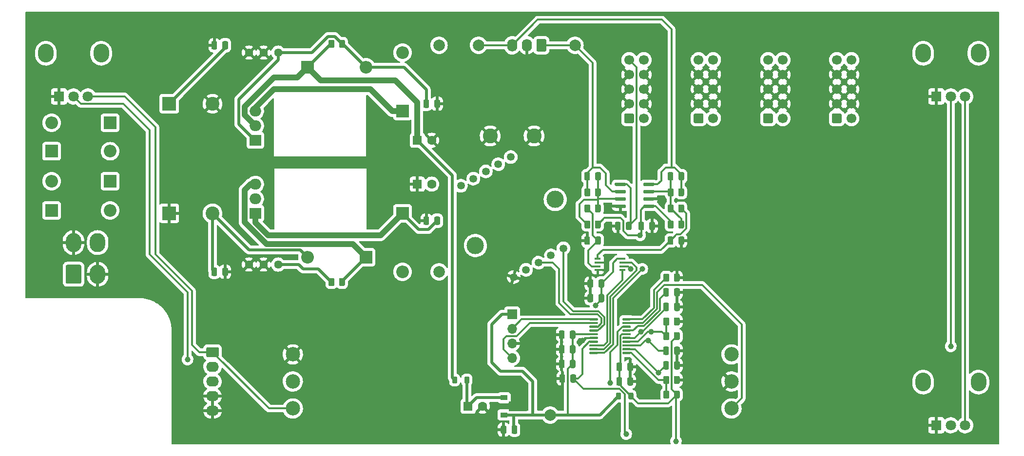
<source format=gbl>
G04 #@! TF.GenerationSoftware,KiCad,Pcbnew,6.0.5+dfsg-1~bpo11+1*
G04 #@! TF.CreationDate,2023-04-15T13:36:49+00:00*
G04 #@! TF.ProjectId,lfo_and_power_supply,6c666f5f-616e-4645-9f70-6f7765725f73,0*
G04 #@! TF.SameCoordinates,Original*
G04 #@! TF.FileFunction,Copper,L2,Bot*
G04 #@! TF.FilePolarity,Positive*
%FSLAX46Y46*%
G04 Gerber Fmt 4.6, Leading zero omitted, Abs format (unit mm)*
G04 Created by KiCad (PCBNEW 6.0.5+dfsg-1~bpo11+1) date 2023-04-15 13:36:49*
%MOMM*%
%LPD*%
G01*
G04 APERTURE LIST*
G04 #@! TA.AperFunction,ComponentPad*
%ADD10C,3.000000*%
G04 #@! TD*
G04 #@! TA.AperFunction,ComponentPad*
%ADD11C,1.350000*%
G04 #@! TD*
G04 #@! TA.AperFunction,ComponentPad*
%ADD12C,2.500000*%
G04 #@! TD*
G04 #@! TA.AperFunction,ComponentPad*
%ADD13O,2.720000X3.240000*%
G04 #@! TD*
G04 #@! TA.AperFunction,ComponentPad*
%ADD14R,1.800000X1.800000*%
G04 #@! TD*
G04 #@! TA.AperFunction,ComponentPad*
%ADD15C,1.800000*%
G04 #@! TD*
G04 #@! TA.AperFunction,ComponentPad*
%ADD16R,2.200000X2.200000*%
G04 #@! TD*
G04 #@! TA.AperFunction,ComponentPad*
%ADD17O,2.200000X2.200000*%
G04 #@! TD*
G04 #@! TA.AperFunction,ComponentPad*
%ADD18R,1.600000X1.600000*%
G04 #@! TD*
G04 #@! TA.AperFunction,ComponentPad*
%ADD19C,1.600000*%
G04 #@! TD*
G04 #@! TA.AperFunction,ComponentPad*
%ADD20C,1.700000*%
G04 #@! TD*
G04 #@! TA.AperFunction,ComponentPad*
%ADD21C,2.000000*%
G04 #@! TD*
G04 #@! TA.AperFunction,ComponentPad*
%ADD22R,2.000000X1.905000*%
G04 #@! TD*
G04 #@! TA.AperFunction,ComponentPad*
%ADD23O,2.000000X1.905000*%
G04 #@! TD*
G04 #@! TA.AperFunction,ComponentPad*
%ADD24R,1.700000X1.700000*%
G04 #@! TD*
G04 #@! TA.AperFunction,ComponentPad*
%ADD25O,1.700000X1.700000*%
G04 #@! TD*
G04 #@! TA.AperFunction,ComponentPad*
%ADD26R,2.400000X2.400000*%
G04 #@! TD*
G04 #@! TA.AperFunction,ComponentPad*
%ADD27C,2.400000*%
G04 #@! TD*
G04 #@! TA.AperFunction,ComponentPad*
%ADD28O,2.700000X3.300000*%
G04 #@! TD*
G04 #@! TA.AperFunction,ComponentPad*
%ADD29C,2.600000*%
G04 #@! TD*
G04 #@! TA.AperFunction,ComponentPad*
%ADD30C,1.440000*%
G04 #@! TD*
G04 #@! TA.AperFunction,ComponentPad*
%ADD31O,2.190000X1.740000*%
G04 #@! TD*
G04 #@! TA.AperFunction,SMDPad,CuDef*
%ADD32R,1.300000X0.900000*%
G04 #@! TD*
G04 #@! TA.AperFunction,ComponentPad*
%ADD33O,1.740000X2.190000*%
G04 #@! TD*
G04 #@! TA.AperFunction,SMDPad,CuDef*
%ADD34R,1.100000X0.400000*%
G04 #@! TD*
G04 #@! TA.AperFunction,ViaPad*
%ADD35C,1.000000*%
G04 #@! TD*
G04 #@! TA.AperFunction,Conductor*
%ADD36C,0.300000*%
G04 #@! TD*
G04 #@! TA.AperFunction,Conductor*
%ADD37C,0.500000*%
G04 #@! TD*
G04 #@! TA.AperFunction,Conductor*
%ADD38C,1.000000*%
G04 #@! TD*
G04 APERTURE END LIST*
D10*
X156068203Y-91567628D03*
X142211797Y-99567628D03*
D11*
X139684873Y-89190868D03*
X141849936Y-87940868D03*
X144015000Y-86690868D03*
X146180064Y-85440868D03*
X148345127Y-84190868D03*
X157495127Y-100039132D03*
X155330064Y-101289132D03*
X153165000Y-102539132D03*
X150999936Y-103789132D03*
X148834873Y-105039132D03*
D12*
X186690000Y-118490000D03*
X186690000Y-123190000D03*
X186690000Y-127890000D03*
D13*
X229590000Y-123310000D03*
X219990000Y-123310000D03*
D14*
X222290000Y-130810000D03*
D15*
X224790000Y-130810000D03*
X227290000Y-130810000D03*
D12*
X110490000Y-118490000D03*
X110490000Y-123190000D03*
X110490000Y-127890000D03*
D13*
X219990000Y-66160000D03*
X229590000Y-66160000D03*
D14*
X222290000Y-73660000D03*
D15*
X224790000Y-73660000D03*
X227290000Y-73660000D03*
D13*
X77190000Y-66160000D03*
X67590000Y-66160000D03*
D14*
X69890000Y-73660000D03*
D15*
X72390000Y-73660000D03*
X74890000Y-73660000D03*
D16*
X78740000Y-78232000D03*
D17*
X68580000Y-78232000D03*
G04 #@! TA.AperFunction,SMDPad,CuDef*
G36*
G01*
X164586500Y-105697000D02*
X164586500Y-106647000D01*
G75*
G02*
X164336500Y-106897000I-250000J0D01*
G01*
X163836500Y-106897000D01*
G75*
G02*
X163586500Y-106647000I0J250000D01*
G01*
X163586500Y-105697000D01*
G75*
G02*
X163836500Y-105447000I250000J0D01*
G01*
X164336500Y-105447000D01*
G75*
G02*
X164586500Y-105697000I0J-250000D01*
G01*
G37*
G04 #@! TD.AperFunction*
G04 #@! TA.AperFunction,SMDPad,CuDef*
G36*
G01*
X162686500Y-105697000D02*
X162686500Y-106647000D01*
G75*
G02*
X162436500Y-106897000I-250000J0D01*
G01*
X161936500Y-106897000D01*
G75*
G02*
X161686500Y-106647000I0J250000D01*
G01*
X161686500Y-105697000D01*
G75*
G02*
X161936500Y-105447000I250000J0D01*
G01*
X162436500Y-105447000D01*
G75*
G02*
X162686500Y-105697000I0J-250000D01*
G01*
G37*
G04 #@! TD.AperFunction*
G04 #@! TA.AperFunction,SMDPad,CuDef*
G36*
G01*
X159598000Y-119667000D02*
X159598000Y-120617000D01*
G75*
G02*
X159348000Y-120867000I-250000J0D01*
G01*
X158848000Y-120867000D01*
G75*
G02*
X158598000Y-120617000I0J250000D01*
G01*
X158598000Y-119667000D01*
G75*
G02*
X158848000Y-119417000I250000J0D01*
G01*
X159348000Y-119417000D01*
G75*
G02*
X159598000Y-119667000I0J-250000D01*
G01*
G37*
G04 #@! TD.AperFunction*
G04 #@! TA.AperFunction,SMDPad,CuDef*
G36*
G01*
X157698000Y-119667000D02*
X157698000Y-120617000D01*
G75*
G02*
X157448000Y-120867000I-250000J0D01*
G01*
X156948000Y-120867000D01*
G75*
G02*
X156698000Y-120617000I0J250000D01*
G01*
X156698000Y-119667000D01*
G75*
G02*
X156948000Y-119417000I250000J0D01*
G01*
X157448000Y-119417000D01*
G75*
G02*
X157698000Y-119667000I0J-250000D01*
G01*
G37*
G04 #@! TD.AperFunction*
D16*
X78740000Y-88392000D03*
D17*
X68580000Y-88392000D03*
G04 #@! TA.AperFunction,SMDPad,CuDef*
G36*
G01*
X175613000Y-96368000D02*
X175613000Y-95468000D01*
G75*
G02*
X175863000Y-95218000I250000J0D01*
G01*
X176388000Y-95218000D01*
G75*
G02*
X176638000Y-95468000I0J-250000D01*
G01*
X176638000Y-96368000D01*
G75*
G02*
X176388000Y-96618000I-250000J0D01*
G01*
X175863000Y-96618000D01*
G75*
G02*
X175613000Y-96368000I0J250000D01*
G01*
G37*
G04 #@! TD.AperFunction*
G04 #@! TA.AperFunction,SMDPad,CuDef*
G36*
G01*
X177438000Y-96368000D02*
X177438000Y-95468000D01*
G75*
G02*
X177688000Y-95218000I250000J0D01*
G01*
X178213000Y-95218000D01*
G75*
G02*
X178463000Y-95468000I0J-250000D01*
G01*
X178463000Y-96368000D01*
G75*
G02*
X178213000Y-96618000I-250000J0D01*
G01*
X177688000Y-96618000D01*
G75*
G02*
X177438000Y-96368000I0J250000D01*
G01*
G37*
G04 #@! TD.AperFunction*
D18*
X132120000Y-88900000D03*
D19*
X134620000Y-88900000D03*
G04 #@! TA.AperFunction,ComponentPad*
G36*
G01*
X204137500Y-78070000D02*
X204137500Y-76870000D01*
G75*
G02*
X204387500Y-76620000I250000J0D01*
G01*
X205587500Y-76620000D01*
G75*
G02*
X205837500Y-76870000I0J-250000D01*
G01*
X205837500Y-78070000D01*
G75*
G02*
X205587500Y-78320000I-250000J0D01*
G01*
X204387500Y-78320000D01*
G75*
G02*
X204137500Y-78070000I0J250000D01*
G01*
G37*
G04 #@! TD.AperFunction*
D20*
X207527500Y-77470000D03*
X204987500Y-74930000D03*
X207527500Y-74930000D03*
X204987500Y-72390000D03*
X207527500Y-72390000D03*
X204987500Y-69850000D03*
X207527500Y-69850000D03*
X204987500Y-67310000D03*
X207527500Y-67310000D03*
D16*
X68580000Y-93472000D03*
D17*
X78740000Y-93472000D03*
G04 #@! TA.AperFunction,SMDPad,CuDef*
G36*
G01*
X163985000Y-89880000D02*
X163985000Y-90780000D01*
G75*
G02*
X163735000Y-91030000I-250000J0D01*
G01*
X163210000Y-91030000D01*
G75*
G02*
X162960000Y-90780000I0J250000D01*
G01*
X162960000Y-89880000D01*
G75*
G02*
X163210000Y-89630000I250000J0D01*
G01*
X163735000Y-89630000D01*
G75*
G02*
X163985000Y-89880000I0J-250000D01*
G01*
G37*
G04 #@! TD.AperFunction*
G04 #@! TA.AperFunction,SMDPad,CuDef*
G36*
G01*
X162160000Y-89880000D02*
X162160000Y-90780000D01*
G75*
G02*
X161910000Y-91030000I-250000J0D01*
G01*
X161385000Y-91030000D01*
G75*
G02*
X161135000Y-90780000I0J250000D01*
G01*
X161135000Y-89880000D01*
G75*
G02*
X161385000Y-89630000I250000J0D01*
G01*
X161910000Y-89630000D01*
G75*
G02*
X162160000Y-89880000I0J-250000D01*
G01*
G37*
G04 #@! TD.AperFunction*
G04 #@! TA.AperFunction,SMDPad,CuDef*
G36*
G01*
X174826000Y-110711000D02*
X174826000Y-109761000D01*
G75*
G02*
X175076000Y-109511000I250000J0D01*
G01*
X175576000Y-109511000D01*
G75*
G02*
X175826000Y-109761000I0J-250000D01*
G01*
X175826000Y-110711000D01*
G75*
G02*
X175576000Y-110961000I-250000J0D01*
G01*
X175076000Y-110961000D01*
G75*
G02*
X174826000Y-110711000I0J250000D01*
G01*
G37*
G04 #@! TD.AperFunction*
G04 #@! TA.AperFunction,SMDPad,CuDef*
G36*
G01*
X176726000Y-110711000D02*
X176726000Y-109761000D01*
G75*
G02*
X176976000Y-109511000I250000J0D01*
G01*
X177476000Y-109511000D01*
G75*
G02*
X177726000Y-109761000I0J-250000D01*
G01*
X177726000Y-110711000D01*
G75*
G02*
X177476000Y-110961000I-250000J0D01*
G01*
X176976000Y-110961000D01*
G75*
G02*
X176726000Y-110711000I0J250000D01*
G01*
G37*
G04 #@! TD.AperFunction*
G04 #@! TA.AperFunction,SMDPad,CuDef*
G36*
G01*
X99240000Y-64295000D02*
X99240000Y-65245000D01*
G75*
G02*
X98990000Y-65495000I-250000J0D01*
G01*
X98490000Y-65495000D01*
G75*
G02*
X98240000Y-65245000I0J250000D01*
G01*
X98240000Y-64295000D01*
G75*
G02*
X98490000Y-64045000I250000J0D01*
G01*
X98990000Y-64045000D01*
G75*
G02*
X99240000Y-64295000I0J-250000D01*
G01*
G37*
G04 #@! TD.AperFunction*
G04 #@! TA.AperFunction,SMDPad,CuDef*
G36*
G01*
X97340000Y-64295000D02*
X97340000Y-65245000D01*
G75*
G02*
X97090000Y-65495000I-250000J0D01*
G01*
X96590000Y-65495000D01*
G75*
G02*
X96340000Y-65245000I0J250000D01*
G01*
X96340000Y-64295000D01*
G75*
G02*
X96590000Y-64045000I250000J0D01*
G01*
X97090000Y-64045000D01*
G75*
G02*
X97340000Y-64295000I0J-250000D01*
G01*
G37*
G04 #@! TD.AperFunction*
G04 #@! TA.AperFunction,SMDPad,CuDef*
G36*
G01*
X99240000Y-103665000D02*
X99240000Y-104615000D01*
G75*
G02*
X98990000Y-104865000I-250000J0D01*
G01*
X98490000Y-104865000D01*
G75*
G02*
X98240000Y-104615000I0J250000D01*
G01*
X98240000Y-103665000D01*
G75*
G02*
X98490000Y-103415000I250000J0D01*
G01*
X98990000Y-103415000D01*
G75*
G02*
X99240000Y-103665000I0J-250000D01*
G01*
G37*
G04 #@! TD.AperFunction*
G04 #@! TA.AperFunction,SMDPad,CuDef*
G36*
G01*
X97340000Y-103665000D02*
X97340000Y-104615000D01*
G75*
G02*
X97090000Y-104865000I-250000J0D01*
G01*
X96590000Y-104865000D01*
G75*
G02*
X96340000Y-104615000I0J250000D01*
G01*
X96340000Y-103665000D01*
G75*
G02*
X96590000Y-103415000I250000J0D01*
G01*
X97090000Y-103415000D01*
G75*
G02*
X97340000Y-103665000I0J-250000D01*
G01*
G37*
G04 #@! TD.AperFunction*
G04 #@! TA.AperFunction,SMDPad,CuDef*
G36*
G01*
X166648000Y-126111250D02*
X166648000Y-125348750D01*
G75*
G02*
X166866750Y-125130000I218750J0D01*
G01*
X167304250Y-125130000D01*
G75*
G02*
X167523000Y-125348750I0J-218750D01*
G01*
X167523000Y-126111250D01*
G75*
G02*
X167304250Y-126330000I-218750J0D01*
G01*
X166866750Y-126330000D01*
G75*
G02*
X166648000Y-126111250I0J218750D01*
G01*
G37*
G04 #@! TD.AperFunction*
G04 #@! TA.AperFunction,SMDPad,CuDef*
G36*
G01*
X168773000Y-126111250D02*
X168773000Y-125348750D01*
G75*
G02*
X168991750Y-125130000I218750J0D01*
G01*
X169429250Y-125130000D01*
G75*
G02*
X169648000Y-125348750I0J-218750D01*
G01*
X169648000Y-126111250D01*
G75*
G02*
X169429250Y-126330000I-218750J0D01*
G01*
X168991750Y-126330000D01*
G75*
G02*
X168773000Y-126111250I0J218750D01*
G01*
G37*
G04 #@! TD.AperFunction*
G04 #@! TA.AperFunction,SMDPad,CuDef*
G36*
G01*
X169344000Y-95697000D02*
X169344000Y-96647000D01*
G75*
G02*
X169094000Y-96897000I-250000J0D01*
G01*
X168594000Y-96897000D01*
G75*
G02*
X168344000Y-96647000I0J250000D01*
G01*
X168344000Y-95697000D01*
G75*
G02*
X168594000Y-95447000I250000J0D01*
G01*
X169094000Y-95447000D01*
G75*
G02*
X169344000Y-95697000I0J-250000D01*
G01*
G37*
G04 #@! TD.AperFunction*
G04 #@! TA.AperFunction,SMDPad,CuDef*
G36*
G01*
X167444000Y-95697000D02*
X167444000Y-96647000D01*
G75*
G02*
X167194000Y-96897000I-250000J0D01*
G01*
X166694000Y-96897000D01*
G75*
G02*
X166444000Y-96647000I0J250000D01*
G01*
X166444000Y-95697000D01*
G75*
G02*
X166694000Y-95447000I250000J0D01*
G01*
X167194000Y-95447000D01*
G75*
G02*
X167444000Y-95697000I0J-250000D01*
G01*
G37*
G04 #@! TD.AperFunction*
D21*
X135890000Y-64770000D03*
G04 #@! TA.AperFunction,SMDPad,CuDef*
G36*
G01*
X133170000Y-95725000D02*
X133170000Y-94775000D01*
G75*
G02*
X133420000Y-94525000I250000J0D01*
G01*
X133920000Y-94525000D01*
G75*
G02*
X134170000Y-94775000I0J-250000D01*
G01*
X134170000Y-95725000D01*
G75*
G02*
X133920000Y-95975000I-250000J0D01*
G01*
X133420000Y-95975000D01*
G75*
G02*
X133170000Y-95725000I0J250000D01*
G01*
G37*
G04 #@! TD.AperFunction*
G04 #@! TA.AperFunction,SMDPad,CuDef*
G36*
G01*
X135070000Y-95725000D02*
X135070000Y-94775000D01*
G75*
G02*
X135320000Y-94525000I250000J0D01*
G01*
X135820000Y-94525000D01*
G75*
G02*
X136070000Y-94775000I0J-250000D01*
G01*
X136070000Y-95725000D01*
G75*
G02*
X135820000Y-95975000I-250000J0D01*
G01*
X135320000Y-95975000D01*
G75*
G02*
X135070000Y-95725000I0J250000D01*
G01*
G37*
G04 #@! TD.AperFunction*
G04 #@! TA.AperFunction,SMDPad,CuDef*
G36*
G01*
X159598000Y-117127000D02*
X159598000Y-118077000D01*
G75*
G02*
X159348000Y-118327000I-250000J0D01*
G01*
X158848000Y-118327000D01*
G75*
G02*
X158598000Y-118077000I0J250000D01*
G01*
X158598000Y-117127000D01*
G75*
G02*
X158848000Y-116877000I250000J0D01*
G01*
X159348000Y-116877000D01*
G75*
G02*
X159598000Y-117127000I0J-250000D01*
G01*
G37*
G04 #@! TD.AperFunction*
G04 #@! TA.AperFunction,SMDPad,CuDef*
G36*
G01*
X157698000Y-117127000D02*
X157698000Y-118077000D01*
G75*
G02*
X157448000Y-118327000I-250000J0D01*
G01*
X156948000Y-118327000D01*
G75*
G02*
X156698000Y-118077000I0J250000D01*
G01*
X156698000Y-117127000D01*
G75*
G02*
X156948000Y-116877000I250000J0D01*
G01*
X157448000Y-116877000D01*
G75*
G02*
X157698000Y-117127000I0J-250000D01*
G01*
G37*
G04 #@! TD.AperFunction*
G04 #@! TA.AperFunction,ComponentPad*
G36*
G01*
X180125000Y-78070000D02*
X180125000Y-76870000D01*
G75*
G02*
X180375000Y-76620000I250000J0D01*
G01*
X181575000Y-76620000D01*
G75*
G02*
X181825000Y-76870000I0J-250000D01*
G01*
X181825000Y-78070000D01*
G75*
G02*
X181575000Y-78320000I-250000J0D01*
G01*
X180375000Y-78320000D01*
G75*
G02*
X180125000Y-78070000I0J250000D01*
G01*
G37*
G04 #@! TD.AperFunction*
D20*
X183515000Y-77470000D03*
X180975000Y-74930000D03*
X183515000Y-74930000D03*
X180975000Y-72390000D03*
X183515000Y-72390000D03*
X180975000Y-69850000D03*
X183515000Y-69850000D03*
X180975000Y-67310000D03*
X183515000Y-67310000D03*
G04 #@! TA.AperFunction,SMDPad,CuDef*
G36*
G01*
X166698000Y-123665000D02*
X166698000Y-122715000D01*
G75*
G02*
X166948000Y-122465000I250000J0D01*
G01*
X167448000Y-122465000D01*
G75*
G02*
X167698000Y-122715000I0J-250000D01*
G01*
X167698000Y-123665000D01*
G75*
G02*
X167448000Y-123915000I-250000J0D01*
G01*
X166948000Y-123915000D01*
G75*
G02*
X166698000Y-123665000I0J250000D01*
G01*
G37*
G04 #@! TD.AperFunction*
G04 #@! TA.AperFunction,SMDPad,CuDef*
G36*
G01*
X168598000Y-123665000D02*
X168598000Y-122715000D01*
G75*
G02*
X168848000Y-122465000I250000J0D01*
G01*
X169348000Y-122465000D01*
G75*
G02*
X169598000Y-122715000I0J-250000D01*
G01*
X169598000Y-123665000D01*
G75*
G02*
X169348000Y-123915000I-250000J0D01*
G01*
X168848000Y-123915000D01*
G75*
G02*
X168598000Y-123665000I0J250000D01*
G01*
G37*
G04 #@! TD.AperFunction*
G04 #@! TA.AperFunction,SMDPad,CuDef*
G36*
G01*
X159692000Y-122207000D02*
X159692000Y-123157000D01*
G75*
G02*
X159442000Y-123407000I-250000J0D01*
G01*
X158942000Y-123407000D01*
G75*
G02*
X158692000Y-123157000I0J250000D01*
G01*
X158692000Y-122207000D01*
G75*
G02*
X158942000Y-121957000I250000J0D01*
G01*
X159442000Y-121957000D01*
G75*
G02*
X159692000Y-122207000I0J-250000D01*
G01*
G37*
G04 #@! TD.AperFunction*
G04 #@! TA.AperFunction,SMDPad,CuDef*
G36*
G01*
X157792000Y-122207000D02*
X157792000Y-123157000D01*
G75*
G02*
X157542000Y-123407000I-250000J0D01*
G01*
X157042000Y-123407000D01*
G75*
G02*
X156792000Y-123157000I0J250000D01*
G01*
X156792000Y-122207000D01*
G75*
G02*
X157042000Y-121957000I250000J0D01*
G01*
X157542000Y-121957000D01*
G75*
G02*
X157792000Y-122207000I0J-250000D01*
G01*
G37*
G04 #@! TD.AperFunction*
D22*
X103980000Y-81280000D03*
D23*
X103980000Y-78740000D03*
X103980000Y-76200000D03*
D21*
X159512000Y-64770000D03*
G04 #@! TA.AperFunction,SMDPad,CuDef*
G36*
G01*
X116685000Y-64966000D02*
X116685000Y-64066000D01*
G75*
G02*
X116935000Y-63816000I250000J0D01*
G01*
X117460000Y-63816000D01*
G75*
G02*
X117710000Y-64066000I0J-250000D01*
G01*
X117710000Y-64966000D01*
G75*
G02*
X117460000Y-65216000I-250000J0D01*
G01*
X116935000Y-65216000D01*
G75*
G02*
X116685000Y-64966000I0J250000D01*
G01*
G37*
G04 #@! TD.AperFunction*
G04 #@! TA.AperFunction,SMDPad,CuDef*
G36*
G01*
X118510000Y-64966000D02*
X118510000Y-64066000D01*
G75*
G02*
X118760000Y-63816000I250000J0D01*
G01*
X119285000Y-63816000D01*
G75*
G02*
X119535000Y-64066000I0J-250000D01*
G01*
X119535000Y-64966000D01*
G75*
G02*
X119285000Y-65216000I-250000J0D01*
G01*
X118760000Y-65216000D01*
G75*
G02*
X118510000Y-64966000I0J250000D01*
G01*
G37*
G04 #@! TD.AperFunction*
D16*
X68580000Y-83185000D03*
D17*
X78740000Y-83185000D03*
G04 #@! TA.AperFunction,SMDPad,CuDef*
G36*
G01*
X159598000Y-114587000D02*
X159598000Y-115537000D01*
G75*
G02*
X159348000Y-115787000I-250000J0D01*
G01*
X158848000Y-115787000D01*
G75*
G02*
X158598000Y-115537000I0J250000D01*
G01*
X158598000Y-114587000D01*
G75*
G02*
X158848000Y-114337000I250000J0D01*
G01*
X159348000Y-114337000D01*
G75*
G02*
X159598000Y-114587000I0J-250000D01*
G01*
G37*
G04 #@! TD.AperFunction*
G04 #@! TA.AperFunction,SMDPad,CuDef*
G36*
G01*
X157698000Y-114587000D02*
X157698000Y-115537000D01*
G75*
G02*
X157448000Y-115787000I-250000J0D01*
G01*
X156948000Y-115787000D01*
G75*
G02*
X156698000Y-115537000I0J250000D01*
G01*
X156698000Y-114587000D01*
G75*
G02*
X156948000Y-114337000I250000J0D01*
G01*
X157448000Y-114337000D01*
G75*
G02*
X157698000Y-114587000I0J-250000D01*
G01*
G37*
G04 #@! TD.AperFunction*
G04 #@! TA.AperFunction,SMDPad,CuDef*
G36*
G01*
X133170000Y-75405000D02*
X133170000Y-74455000D01*
G75*
G02*
X133420000Y-74205000I250000J0D01*
G01*
X133920000Y-74205000D01*
G75*
G02*
X134170000Y-74455000I0J-250000D01*
G01*
X134170000Y-75405000D01*
G75*
G02*
X133920000Y-75655000I-250000J0D01*
G01*
X133420000Y-75655000D01*
G75*
G02*
X133170000Y-75405000I0J250000D01*
G01*
G37*
G04 #@! TD.AperFunction*
G04 #@! TA.AperFunction,SMDPad,CuDef*
G36*
G01*
X135070000Y-75405000D02*
X135070000Y-74455000D01*
G75*
G02*
X135320000Y-74205000I250000J0D01*
G01*
X135820000Y-74205000D01*
G75*
G02*
X136070000Y-74455000I0J-250000D01*
G01*
X136070000Y-75405000D01*
G75*
G02*
X135820000Y-75655000I-250000J0D01*
G01*
X135320000Y-75655000D01*
G75*
G02*
X135070000Y-75405000I0J250000D01*
G01*
G37*
G04 #@! TD.AperFunction*
G04 #@! TA.AperFunction,SMDPad,CuDef*
G36*
G01*
X174826000Y-118331000D02*
X174826000Y-117381000D01*
G75*
G02*
X175076000Y-117131000I250000J0D01*
G01*
X175576000Y-117131000D01*
G75*
G02*
X175826000Y-117381000I0J-250000D01*
G01*
X175826000Y-118331000D01*
G75*
G02*
X175576000Y-118581000I-250000J0D01*
G01*
X175076000Y-118581000D01*
G75*
G02*
X174826000Y-118331000I0J250000D01*
G01*
G37*
G04 #@! TD.AperFunction*
G04 #@! TA.AperFunction,SMDPad,CuDef*
G36*
G01*
X176726000Y-118331000D02*
X176726000Y-117381000D01*
G75*
G02*
X176976000Y-117131000I250000J0D01*
G01*
X177476000Y-117131000D01*
G75*
G02*
X177726000Y-117381000I0J-250000D01*
G01*
X177726000Y-118331000D01*
G75*
G02*
X177476000Y-118581000I-250000J0D01*
G01*
X176976000Y-118581000D01*
G75*
G02*
X176726000Y-118331000I0J250000D01*
G01*
G37*
G04 #@! TD.AperFunction*
G04 #@! TA.AperFunction,SMDPad,CuDef*
G36*
G01*
X174826000Y-108171000D02*
X174826000Y-107221000D01*
G75*
G02*
X175076000Y-106971000I250000J0D01*
G01*
X175576000Y-106971000D01*
G75*
G02*
X175826000Y-107221000I0J-250000D01*
G01*
X175826000Y-108171000D01*
G75*
G02*
X175576000Y-108421000I-250000J0D01*
G01*
X175076000Y-108421000D01*
G75*
G02*
X174826000Y-108171000I0J250000D01*
G01*
G37*
G04 #@! TD.AperFunction*
G04 #@! TA.AperFunction,SMDPad,CuDef*
G36*
G01*
X176726000Y-108171000D02*
X176726000Y-107221000D01*
G75*
G02*
X176976000Y-106971000I250000J0D01*
G01*
X177476000Y-106971000D01*
G75*
G02*
X177726000Y-107221000I0J-250000D01*
G01*
X177726000Y-108171000D01*
G75*
G02*
X177476000Y-108421000I-250000J0D01*
G01*
X176976000Y-108421000D01*
G75*
G02*
X176726000Y-108171000I0J250000D01*
G01*
G37*
G04 #@! TD.AperFunction*
G04 #@! TA.AperFunction,SMDPad,CuDef*
G36*
G01*
X177701000Y-114866000D02*
X177701000Y-115766000D01*
G75*
G02*
X177451000Y-116016000I-250000J0D01*
G01*
X176926000Y-116016000D01*
G75*
G02*
X176676000Y-115766000I0J250000D01*
G01*
X176676000Y-114866000D01*
G75*
G02*
X176926000Y-114616000I250000J0D01*
G01*
X177451000Y-114616000D01*
G75*
G02*
X177701000Y-114866000I0J-250000D01*
G01*
G37*
G04 #@! TD.AperFunction*
G04 #@! TA.AperFunction,SMDPad,CuDef*
G36*
G01*
X175876000Y-114866000D02*
X175876000Y-115766000D01*
G75*
G02*
X175626000Y-116016000I-250000J0D01*
G01*
X175101000Y-116016000D01*
G75*
G02*
X174851000Y-115766000I0J250000D01*
G01*
X174851000Y-114866000D01*
G75*
G02*
X175101000Y-114616000I250000J0D01*
G01*
X175626000Y-114616000D01*
G75*
G02*
X175876000Y-114866000I0J-250000D01*
G01*
G37*
G04 #@! TD.AperFunction*
G04 #@! TA.AperFunction,SMDPad,CuDef*
G36*
G01*
X178463000Y-92674000D02*
X178463000Y-93574000D01*
G75*
G02*
X178213000Y-93824000I-250000J0D01*
G01*
X177688000Y-93824000D01*
G75*
G02*
X177438000Y-93574000I0J250000D01*
G01*
X177438000Y-92674000D01*
G75*
G02*
X177688000Y-92424000I250000J0D01*
G01*
X178213000Y-92424000D01*
G75*
G02*
X178463000Y-92674000I0J-250000D01*
G01*
G37*
G04 #@! TD.AperFunction*
G04 #@! TA.AperFunction,SMDPad,CuDef*
G36*
G01*
X176638000Y-92674000D02*
X176638000Y-93574000D01*
G75*
G02*
X176388000Y-93824000I-250000J0D01*
G01*
X175863000Y-93824000D01*
G75*
G02*
X175613000Y-93574000I0J250000D01*
G01*
X175613000Y-92674000D01*
G75*
G02*
X175863000Y-92424000I250000J0D01*
G01*
X176388000Y-92424000D01*
G75*
G02*
X176638000Y-92674000I0J-250000D01*
G01*
G37*
G04 #@! TD.AperFunction*
G04 #@! TA.AperFunction,SMDPad,CuDef*
G36*
G01*
X169208000Y-112291000D02*
X169208000Y-112491000D01*
G75*
G02*
X169108000Y-112591000I-100000J0D01*
G01*
X167833000Y-112591000D01*
G75*
G02*
X167733000Y-112491000I0J100000D01*
G01*
X167733000Y-112291000D01*
G75*
G02*
X167833000Y-112191000I100000J0D01*
G01*
X169108000Y-112191000D01*
G75*
G02*
X169208000Y-112291000I0J-100000D01*
G01*
G37*
G04 #@! TD.AperFunction*
G04 #@! TA.AperFunction,SMDPad,CuDef*
G36*
G01*
X169208000Y-112941000D02*
X169208000Y-113141000D01*
G75*
G02*
X169108000Y-113241000I-100000J0D01*
G01*
X167833000Y-113241000D01*
G75*
G02*
X167733000Y-113141000I0J100000D01*
G01*
X167733000Y-112941000D01*
G75*
G02*
X167833000Y-112841000I100000J0D01*
G01*
X169108000Y-112841000D01*
G75*
G02*
X169208000Y-112941000I0J-100000D01*
G01*
G37*
G04 #@! TD.AperFunction*
G04 #@! TA.AperFunction,SMDPad,CuDef*
G36*
G01*
X169208000Y-113591000D02*
X169208000Y-113791000D01*
G75*
G02*
X169108000Y-113891000I-100000J0D01*
G01*
X167833000Y-113891000D01*
G75*
G02*
X167733000Y-113791000I0J100000D01*
G01*
X167733000Y-113591000D01*
G75*
G02*
X167833000Y-113491000I100000J0D01*
G01*
X169108000Y-113491000D01*
G75*
G02*
X169208000Y-113591000I0J-100000D01*
G01*
G37*
G04 #@! TD.AperFunction*
G04 #@! TA.AperFunction,SMDPad,CuDef*
G36*
G01*
X169208000Y-114241000D02*
X169208000Y-114441000D01*
G75*
G02*
X169108000Y-114541000I-100000J0D01*
G01*
X167833000Y-114541000D01*
G75*
G02*
X167733000Y-114441000I0J100000D01*
G01*
X167733000Y-114241000D01*
G75*
G02*
X167833000Y-114141000I100000J0D01*
G01*
X169108000Y-114141000D01*
G75*
G02*
X169208000Y-114241000I0J-100000D01*
G01*
G37*
G04 #@! TD.AperFunction*
G04 #@! TA.AperFunction,SMDPad,CuDef*
G36*
G01*
X169208000Y-114891000D02*
X169208000Y-115091000D01*
G75*
G02*
X169108000Y-115191000I-100000J0D01*
G01*
X167833000Y-115191000D01*
G75*
G02*
X167733000Y-115091000I0J100000D01*
G01*
X167733000Y-114891000D01*
G75*
G02*
X167833000Y-114791000I100000J0D01*
G01*
X169108000Y-114791000D01*
G75*
G02*
X169208000Y-114891000I0J-100000D01*
G01*
G37*
G04 #@! TD.AperFunction*
G04 #@! TA.AperFunction,SMDPad,CuDef*
G36*
G01*
X169208000Y-115541000D02*
X169208000Y-115741000D01*
G75*
G02*
X169108000Y-115841000I-100000J0D01*
G01*
X167833000Y-115841000D01*
G75*
G02*
X167733000Y-115741000I0J100000D01*
G01*
X167733000Y-115541000D01*
G75*
G02*
X167833000Y-115441000I100000J0D01*
G01*
X169108000Y-115441000D01*
G75*
G02*
X169208000Y-115541000I0J-100000D01*
G01*
G37*
G04 #@! TD.AperFunction*
G04 #@! TA.AperFunction,SMDPad,CuDef*
G36*
G01*
X169208000Y-116191000D02*
X169208000Y-116391000D01*
G75*
G02*
X169108000Y-116491000I-100000J0D01*
G01*
X167833000Y-116491000D01*
G75*
G02*
X167733000Y-116391000I0J100000D01*
G01*
X167733000Y-116191000D01*
G75*
G02*
X167833000Y-116091000I100000J0D01*
G01*
X169108000Y-116091000D01*
G75*
G02*
X169208000Y-116191000I0J-100000D01*
G01*
G37*
G04 #@! TD.AperFunction*
G04 #@! TA.AperFunction,SMDPad,CuDef*
G36*
G01*
X169208000Y-116841000D02*
X169208000Y-117041000D01*
G75*
G02*
X169108000Y-117141000I-100000J0D01*
G01*
X167833000Y-117141000D01*
G75*
G02*
X167733000Y-117041000I0J100000D01*
G01*
X167733000Y-116841000D01*
G75*
G02*
X167833000Y-116741000I100000J0D01*
G01*
X169108000Y-116741000D01*
G75*
G02*
X169208000Y-116841000I0J-100000D01*
G01*
G37*
G04 #@! TD.AperFunction*
G04 #@! TA.AperFunction,SMDPad,CuDef*
G36*
G01*
X169208000Y-117491000D02*
X169208000Y-117691000D01*
G75*
G02*
X169108000Y-117791000I-100000J0D01*
G01*
X167833000Y-117791000D01*
G75*
G02*
X167733000Y-117691000I0J100000D01*
G01*
X167733000Y-117491000D01*
G75*
G02*
X167833000Y-117391000I100000J0D01*
G01*
X169108000Y-117391000D01*
G75*
G02*
X169208000Y-117491000I0J-100000D01*
G01*
G37*
G04 #@! TD.AperFunction*
G04 #@! TA.AperFunction,SMDPad,CuDef*
G36*
G01*
X169208000Y-118141000D02*
X169208000Y-118341000D01*
G75*
G02*
X169108000Y-118441000I-100000J0D01*
G01*
X167833000Y-118441000D01*
G75*
G02*
X167733000Y-118341000I0J100000D01*
G01*
X167733000Y-118141000D01*
G75*
G02*
X167833000Y-118041000I100000J0D01*
G01*
X169108000Y-118041000D01*
G75*
G02*
X169208000Y-118141000I0J-100000D01*
G01*
G37*
G04 #@! TD.AperFunction*
G04 #@! TA.AperFunction,SMDPad,CuDef*
G36*
G01*
X163483000Y-118141000D02*
X163483000Y-118341000D01*
G75*
G02*
X163383000Y-118441000I-100000J0D01*
G01*
X162108000Y-118441000D01*
G75*
G02*
X162008000Y-118341000I0J100000D01*
G01*
X162008000Y-118141000D01*
G75*
G02*
X162108000Y-118041000I100000J0D01*
G01*
X163383000Y-118041000D01*
G75*
G02*
X163483000Y-118141000I0J-100000D01*
G01*
G37*
G04 #@! TD.AperFunction*
G04 #@! TA.AperFunction,SMDPad,CuDef*
G36*
G01*
X163483000Y-117491000D02*
X163483000Y-117691000D01*
G75*
G02*
X163383000Y-117791000I-100000J0D01*
G01*
X162108000Y-117791000D01*
G75*
G02*
X162008000Y-117691000I0J100000D01*
G01*
X162008000Y-117491000D01*
G75*
G02*
X162108000Y-117391000I100000J0D01*
G01*
X163383000Y-117391000D01*
G75*
G02*
X163483000Y-117491000I0J-100000D01*
G01*
G37*
G04 #@! TD.AperFunction*
G04 #@! TA.AperFunction,SMDPad,CuDef*
G36*
G01*
X163483000Y-116841000D02*
X163483000Y-117041000D01*
G75*
G02*
X163383000Y-117141000I-100000J0D01*
G01*
X162108000Y-117141000D01*
G75*
G02*
X162008000Y-117041000I0J100000D01*
G01*
X162008000Y-116841000D01*
G75*
G02*
X162108000Y-116741000I100000J0D01*
G01*
X163383000Y-116741000D01*
G75*
G02*
X163483000Y-116841000I0J-100000D01*
G01*
G37*
G04 #@! TD.AperFunction*
G04 #@! TA.AperFunction,SMDPad,CuDef*
G36*
G01*
X163483000Y-116191000D02*
X163483000Y-116391000D01*
G75*
G02*
X163383000Y-116491000I-100000J0D01*
G01*
X162108000Y-116491000D01*
G75*
G02*
X162008000Y-116391000I0J100000D01*
G01*
X162008000Y-116191000D01*
G75*
G02*
X162108000Y-116091000I100000J0D01*
G01*
X163383000Y-116091000D01*
G75*
G02*
X163483000Y-116191000I0J-100000D01*
G01*
G37*
G04 #@! TD.AperFunction*
G04 #@! TA.AperFunction,SMDPad,CuDef*
G36*
G01*
X163483000Y-115541000D02*
X163483000Y-115741000D01*
G75*
G02*
X163383000Y-115841000I-100000J0D01*
G01*
X162108000Y-115841000D01*
G75*
G02*
X162008000Y-115741000I0J100000D01*
G01*
X162008000Y-115541000D01*
G75*
G02*
X162108000Y-115441000I100000J0D01*
G01*
X163383000Y-115441000D01*
G75*
G02*
X163483000Y-115541000I0J-100000D01*
G01*
G37*
G04 #@! TD.AperFunction*
G04 #@! TA.AperFunction,SMDPad,CuDef*
G36*
G01*
X163483000Y-114891000D02*
X163483000Y-115091000D01*
G75*
G02*
X163383000Y-115191000I-100000J0D01*
G01*
X162108000Y-115191000D01*
G75*
G02*
X162008000Y-115091000I0J100000D01*
G01*
X162008000Y-114891000D01*
G75*
G02*
X162108000Y-114791000I100000J0D01*
G01*
X163383000Y-114791000D01*
G75*
G02*
X163483000Y-114891000I0J-100000D01*
G01*
G37*
G04 #@! TD.AperFunction*
G04 #@! TA.AperFunction,SMDPad,CuDef*
G36*
G01*
X163483000Y-114241000D02*
X163483000Y-114441000D01*
G75*
G02*
X163383000Y-114541000I-100000J0D01*
G01*
X162108000Y-114541000D01*
G75*
G02*
X162008000Y-114441000I0J100000D01*
G01*
X162008000Y-114241000D01*
G75*
G02*
X162108000Y-114141000I100000J0D01*
G01*
X163383000Y-114141000D01*
G75*
G02*
X163483000Y-114241000I0J-100000D01*
G01*
G37*
G04 #@! TD.AperFunction*
G04 #@! TA.AperFunction,SMDPad,CuDef*
G36*
G01*
X163483000Y-113591000D02*
X163483000Y-113791000D01*
G75*
G02*
X163383000Y-113891000I-100000J0D01*
G01*
X162108000Y-113891000D01*
G75*
G02*
X162008000Y-113791000I0J100000D01*
G01*
X162008000Y-113591000D01*
G75*
G02*
X162108000Y-113491000I100000J0D01*
G01*
X163383000Y-113491000D01*
G75*
G02*
X163483000Y-113591000I0J-100000D01*
G01*
G37*
G04 #@! TD.AperFunction*
G04 #@! TA.AperFunction,SMDPad,CuDef*
G36*
G01*
X163483000Y-112941000D02*
X163483000Y-113141000D01*
G75*
G02*
X163383000Y-113241000I-100000J0D01*
G01*
X162108000Y-113241000D01*
G75*
G02*
X162008000Y-113141000I0J100000D01*
G01*
X162008000Y-112941000D01*
G75*
G02*
X162108000Y-112841000I100000J0D01*
G01*
X163383000Y-112841000D01*
G75*
G02*
X163483000Y-112941000I0J-100000D01*
G01*
G37*
G04 #@! TD.AperFunction*
G04 #@! TA.AperFunction,SMDPad,CuDef*
G36*
G01*
X163483000Y-112291000D02*
X163483000Y-112491000D01*
G75*
G02*
X163383000Y-112591000I-100000J0D01*
G01*
X162108000Y-112591000D01*
G75*
G02*
X162008000Y-112491000I0J100000D01*
G01*
X162008000Y-112291000D01*
G75*
G02*
X162108000Y-112191000I100000J0D01*
G01*
X163383000Y-112191000D01*
G75*
G02*
X163483000Y-112291000I0J-100000D01*
G01*
G37*
G04 #@! TD.AperFunction*
D18*
X140931500Y-127508000D03*
D19*
X143431500Y-127508000D03*
G04 #@! TA.AperFunction,SMDPad,CuDef*
G36*
G01*
X173315000Y-88783000D02*
X173315000Y-89083000D01*
G75*
G02*
X173165000Y-89233000I-150000J0D01*
G01*
X171515000Y-89233000D01*
G75*
G02*
X171365000Y-89083000I0J150000D01*
G01*
X171365000Y-88783000D01*
G75*
G02*
X171515000Y-88633000I150000J0D01*
G01*
X173165000Y-88633000D01*
G75*
G02*
X173315000Y-88783000I0J-150000D01*
G01*
G37*
G04 #@! TD.AperFunction*
G04 #@! TA.AperFunction,SMDPad,CuDef*
G36*
G01*
X173315000Y-90053000D02*
X173315000Y-90353000D01*
G75*
G02*
X173165000Y-90503000I-150000J0D01*
G01*
X171515000Y-90503000D01*
G75*
G02*
X171365000Y-90353000I0J150000D01*
G01*
X171365000Y-90053000D01*
G75*
G02*
X171515000Y-89903000I150000J0D01*
G01*
X173165000Y-89903000D01*
G75*
G02*
X173315000Y-90053000I0J-150000D01*
G01*
G37*
G04 #@! TD.AperFunction*
G04 #@! TA.AperFunction,SMDPad,CuDef*
G36*
G01*
X173315000Y-91323000D02*
X173315000Y-91623000D01*
G75*
G02*
X173165000Y-91773000I-150000J0D01*
G01*
X171515000Y-91773000D01*
G75*
G02*
X171365000Y-91623000I0J150000D01*
G01*
X171365000Y-91323000D01*
G75*
G02*
X171515000Y-91173000I150000J0D01*
G01*
X173165000Y-91173000D01*
G75*
G02*
X173315000Y-91323000I0J-150000D01*
G01*
G37*
G04 #@! TD.AperFunction*
G04 #@! TA.AperFunction,SMDPad,CuDef*
G36*
G01*
X173315000Y-92593000D02*
X173315000Y-92893000D01*
G75*
G02*
X173165000Y-93043000I-150000J0D01*
G01*
X171515000Y-93043000D01*
G75*
G02*
X171365000Y-92893000I0J150000D01*
G01*
X171365000Y-92593000D01*
G75*
G02*
X171515000Y-92443000I150000J0D01*
G01*
X173165000Y-92443000D01*
G75*
G02*
X173315000Y-92593000I0J-150000D01*
G01*
G37*
G04 #@! TD.AperFunction*
G04 #@! TA.AperFunction,SMDPad,CuDef*
G36*
G01*
X168365000Y-92593000D02*
X168365000Y-92893000D01*
G75*
G02*
X168215000Y-93043000I-150000J0D01*
G01*
X166565000Y-93043000D01*
G75*
G02*
X166415000Y-92893000I0J150000D01*
G01*
X166415000Y-92593000D01*
G75*
G02*
X166565000Y-92443000I150000J0D01*
G01*
X168215000Y-92443000D01*
G75*
G02*
X168365000Y-92593000I0J-150000D01*
G01*
G37*
G04 #@! TD.AperFunction*
G04 #@! TA.AperFunction,SMDPad,CuDef*
G36*
G01*
X168365000Y-91323000D02*
X168365000Y-91623000D01*
G75*
G02*
X168215000Y-91773000I-150000J0D01*
G01*
X166565000Y-91773000D01*
G75*
G02*
X166415000Y-91623000I0J150000D01*
G01*
X166415000Y-91323000D01*
G75*
G02*
X166565000Y-91173000I150000J0D01*
G01*
X168215000Y-91173000D01*
G75*
G02*
X168365000Y-91323000I0J-150000D01*
G01*
G37*
G04 #@! TD.AperFunction*
G04 #@! TA.AperFunction,SMDPad,CuDef*
G36*
G01*
X168365000Y-90053000D02*
X168365000Y-90353000D01*
G75*
G02*
X168215000Y-90503000I-150000J0D01*
G01*
X166565000Y-90503000D01*
G75*
G02*
X166415000Y-90353000I0J150000D01*
G01*
X166415000Y-90053000D01*
G75*
G02*
X166565000Y-89903000I150000J0D01*
G01*
X168215000Y-89903000D01*
G75*
G02*
X168365000Y-90053000I0J-150000D01*
G01*
G37*
G04 #@! TD.AperFunction*
G04 #@! TA.AperFunction,SMDPad,CuDef*
G36*
G01*
X168365000Y-88783000D02*
X168365000Y-89083000D01*
G75*
G02*
X168215000Y-89233000I-150000J0D01*
G01*
X166565000Y-89233000D01*
G75*
G02*
X166415000Y-89083000I0J150000D01*
G01*
X166415000Y-88783000D01*
G75*
G02*
X166565000Y-88633000I150000J0D01*
G01*
X168215000Y-88633000D01*
G75*
G02*
X168365000Y-88783000I0J-150000D01*
G01*
G37*
G04 #@! TD.AperFunction*
D22*
X103980000Y-93980000D03*
D23*
X103980000Y-91440000D03*
X103980000Y-88900000D03*
G04 #@! TA.AperFunction,SMDPad,CuDef*
G36*
G01*
X166698000Y-121125000D02*
X166698000Y-120175000D01*
G75*
G02*
X166948000Y-119925000I250000J0D01*
G01*
X167448000Y-119925000D01*
G75*
G02*
X167698000Y-120175000I0J-250000D01*
G01*
X167698000Y-121125000D01*
G75*
G02*
X167448000Y-121375000I-250000J0D01*
G01*
X166948000Y-121375000D01*
G75*
G02*
X166698000Y-121125000I0J250000D01*
G01*
G37*
G04 #@! TD.AperFunction*
G04 #@! TA.AperFunction,SMDPad,CuDef*
G36*
G01*
X168598000Y-121125000D02*
X168598000Y-120175000D01*
G75*
G02*
X168848000Y-119925000I250000J0D01*
G01*
X169348000Y-119925000D01*
G75*
G02*
X169598000Y-120175000I0J-250000D01*
G01*
X169598000Y-121125000D01*
G75*
G02*
X169348000Y-121375000I-250000J0D01*
G01*
X168848000Y-121375000D01*
G75*
G02*
X168598000Y-121125000I0J250000D01*
G01*
G37*
G04 #@! TD.AperFunction*
G04 #@! TA.AperFunction,ComponentPad*
G36*
G01*
X168060000Y-78070000D02*
X168060000Y-76870000D01*
G75*
G02*
X168310000Y-76620000I250000J0D01*
G01*
X169510000Y-76620000D01*
G75*
G02*
X169760000Y-76870000I0J-250000D01*
G01*
X169760000Y-78070000D01*
G75*
G02*
X169510000Y-78320000I-250000J0D01*
G01*
X168310000Y-78320000D01*
G75*
G02*
X168060000Y-78070000I0J250000D01*
G01*
G37*
G04 #@! TD.AperFunction*
D20*
X171450000Y-77470000D03*
X168910000Y-74930000D03*
X171450000Y-74930000D03*
X168910000Y-72390000D03*
X171450000Y-72390000D03*
X168910000Y-69850000D03*
X171450000Y-69850000D03*
X168910000Y-67310000D03*
X171450000Y-67310000D03*
D24*
X148590000Y-111506000D03*
D25*
X148590000Y-114046000D03*
X148590000Y-116586000D03*
X148590000Y-119126000D03*
D16*
X113030000Y-68580000D03*
D17*
X123190000Y-68580000D03*
D21*
X135890000Y-104140000D03*
G04 #@! TA.AperFunction,SMDPad,CuDef*
G36*
G01*
X164010000Y-98237000D02*
X164010000Y-99187000D01*
G75*
G02*
X163760000Y-99437000I-250000J0D01*
G01*
X163260000Y-99437000D01*
G75*
G02*
X163010000Y-99187000I0J250000D01*
G01*
X163010000Y-98237000D01*
G75*
G02*
X163260000Y-97987000I250000J0D01*
G01*
X163760000Y-97987000D01*
G75*
G02*
X164010000Y-98237000I0J-250000D01*
G01*
G37*
G04 #@! TD.AperFunction*
G04 #@! TA.AperFunction,SMDPad,CuDef*
G36*
G01*
X162110000Y-98237000D02*
X162110000Y-99187000D01*
G75*
G02*
X161860000Y-99437000I-250000J0D01*
G01*
X161360000Y-99437000D01*
G75*
G02*
X161110000Y-99187000I0J250000D01*
G01*
X161110000Y-98237000D01*
G75*
G02*
X161360000Y-97987000I250000J0D01*
G01*
X161860000Y-97987000D01*
G75*
G02*
X162110000Y-98237000I0J-250000D01*
G01*
G37*
G04 #@! TD.AperFunction*
D26*
X89020000Y-74930000D03*
D27*
X96520000Y-74930000D03*
G04 #@! TA.AperFunction,SMDPad,CuDef*
G36*
G01*
X138161500Y-123317250D02*
X138161500Y-122554750D01*
G75*
G02*
X138380250Y-122336000I218750J0D01*
G01*
X138817750Y-122336000D01*
G75*
G02*
X139036500Y-122554750I0J-218750D01*
G01*
X139036500Y-123317250D01*
G75*
G02*
X138817750Y-123536000I-218750J0D01*
G01*
X138380250Y-123536000D01*
G75*
G02*
X138161500Y-123317250I0J218750D01*
G01*
G37*
G04 #@! TD.AperFunction*
G04 #@! TA.AperFunction,SMDPad,CuDef*
G36*
G01*
X140286500Y-123317250D02*
X140286500Y-122554750D01*
G75*
G02*
X140505250Y-122336000I218750J0D01*
G01*
X140942750Y-122336000D01*
G75*
G02*
X141161500Y-122554750I0J-218750D01*
G01*
X141161500Y-123317250D01*
G75*
G02*
X140942750Y-123536000I-218750J0D01*
G01*
X140505250Y-123536000D01*
G75*
G02*
X140286500Y-123317250I0J218750D01*
G01*
G37*
G04 #@! TD.AperFunction*
G04 #@! TA.AperFunction,SMDPad,CuDef*
G36*
G01*
X174851000Y-123386000D02*
X174851000Y-122486000D01*
G75*
G02*
X175101000Y-122236000I250000J0D01*
G01*
X175626000Y-122236000D01*
G75*
G02*
X175876000Y-122486000I0J-250000D01*
G01*
X175876000Y-123386000D01*
G75*
G02*
X175626000Y-123636000I-250000J0D01*
G01*
X175101000Y-123636000D01*
G75*
G02*
X174851000Y-123386000I0J250000D01*
G01*
G37*
G04 #@! TD.AperFunction*
G04 #@! TA.AperFunction,SMDPad,CuDef*
G36*
G01*
X176676000Y-123386000D02*
X176676000Y-122486000D01*
G75*
G02*
X176926000Y-122236000I250000J0D01*
G01*
X177451000Y-122236000D01*
G75*
G02*
X177701000Y-122486000I0J-250000D01*
G01*
X177701000Y-123386000D01*
G75*
G02*
X177451000Y-123636000I-250000J0D01*
G01*
X176926000Y-123636000D01*
G75*
G02*
X176676000Y-123386000I0J250000D01*
G01*
G37*
G04 #@! TD.AperFunction*
G04 #@! TA.AperFunction,SMDPad,CuDef*
G36*
G01*
X163985000Y-95468000D02*
X163985000Y-96368000D01*
G75*
G02*
X163735000Y-96618000I-250000J0D01*
G01*
X163210000Y-96618000D01*
G75*
G02*
X162960000Y-96368000I0J250000D01*
G01*
X162960000Y-95468000D01*
G75*
G02*
X163210000Y-95218000I250000J0D01*
G01*
X163735000Y-95218000D01*
G75*
G02*
X163985000Y-95468000I0J-250000D01*
G01*
G37*
G04 #@! TD.AperFunction*
G04 #@! TA.AperFunction,SMDPad,CuDef*
G36*
G01*
X162160000Y-95468000D02*
X162160000Y-96368000D01*
G75*
G02*
X161910000Y-96618000I-250000J0D01*
G01*
X161385000Y-96618000D01*
G75*
G02*
X161135000Y-96368000I0J250000D01*
G01*
X161135000Y-95468000D01*
G75*
G02*
X161385000Y-95218000I250000J0D01*
G01*
X161910000Y-95218000D01*
G75*
G02*
X162160000Y-95468000I0J-250000D01*
G01*
G37*
G04 #@! TD.AperFunction*
D21*
X155194000Y-129032000D03*
D18*
X132120000Y-81280000D03*
D19*
X134620000Y-81280000D03*
G04 #@! TA.AperFunction,SMDPad,CuDef*
G36*
G01*
X175613000Y-90780000D02*
X175613000Y-89880000D01*
G75*
G02*
X175863000Y-89630000I250000J0D01*
G01*
X176388000Y-89630000D01*
G75*
G02*
X176638000Y-89880000I0J-250000D01*
G01*
X176638000Y-90780000D01*
G75*
G02*
X176388000Y-91030000I-250000J0D01*
G01*
X175863000Y-91030000D01*
G75*
G02*
X175613000Y-90780000I0J250000D01*
G01*
G37*
G04 #@! TD.AperFunction*
G04 #@! TA.AperFunction,SMDPad,CuDef*
G36*
G01*
X177438000Y-90780000D02*
X177438000Y-89880000D01*
G75*
G02*
X177688000Y-89630000I250000J0D01*
G01*
X178213000Y-89630000D01*
G75*
G02*
X178463000Y-89880000I0J-250000D01*
G01*
X178463000Y-90780000D01*
G75*
G02*
X178213000Y-91030000I-250000J0D01*
G01*
X177688000Y-91030000D01*
G75*
G02*
X177438000Y-90780000I0J250000D01*
G01*
G37*
G04 #@! TD.AperFunction*
G04 #@! TA.AperFunction,SMDPad,CuDef*
G36*
G01*
X174851000Y-113226000D02*
X174851000Y-112326000D01*
G75*
G02*
X175101000Y-112076000I250000J0D01*
G01*
X175626000Y-112076000D01*
G75*
G02*
X175876000Y-112326000I0J-250000D01*
G01*
X175876000Y-113226000D01*
G75*
G02*
X175626000Y-113476000I-250000J0D01*
G01*
X175101000Y-113476000D01*
G75*
G02*
X174851000Y-113226000I0J250000D01*
G01*
G37*
G04 #@! TD.AperFunction*
G04 #@! TA.AperFunction,SMDPad,CuDef*
G36*
G01*
X176676000Y-113226000D02*
X176676000Y-112326000D01*
G75*
G02*
X176926000Y-112076000I250000J0D01*
G01*
X177451000Y-112076000D01*
G75*
G02*
X177701000Y-112326000I0J-250000D01*
G01*
X177701000Y-113226000D01*
G75*
G02*
X177451000Y-113476000I-250000J0D01*
G01*
X176926000Y-113476000D01*
G75*
G02*
X176676000Y-113226000I0J250000D01*
G01*
G37*
G04 #@! TD.AperFunction*
D16*
X129540000Y-93980000D03*
D17*
X129540000Y-104140000D03*
D16*
X129540000Y-76200000D03*
D17*
X129540000Y-66040000D03*
G04 #@! TA.AperFunction,SMDPad,CuDef*
G36*
G01*
X177701000Y-125026000D02*
X177701000Y-125926000D01*
G75*
G02*
X177451000Y-126176000I-250000J0D01*
G01*
X176926000Y-126176000D01*
G75*
G02*
X176676000Y-125926000I0J250000D01*
G01*
X176676000Y-125026000D01*
G75*
G02*
X176926000Y-124776000I250000J0D01*
G01*
X177451000Y-124776000D01*
G75*
G02*
X177701000Y-125026000I0J-250000D01*
G01*
G37*
G04 #@! TD.AperFunction*
G04 #@! TA.AperFunction,SMDPad,CuDef*
G36*
G01*
X175876000Y-125026000D02*
X175876000Y-125926000D01*
G75*
G02*
X175626000Y-126176000I-250000J0D01*
G01*
X175101000Y-126176000D01*
G75*
G02*
X174851000Y-125926000I0J250000D01*
G01*
X174851000Y-125026000D01*
G75*
G02*
X175101000Y-124776000I250000J0D01*
G01*
X175626000Y-124776000D01*
G75*
G02*
X175876000Y-125026000I0J-250000D01*
G01*
G37*
G04 #@! TD.AperFunction*
G04 #@! TA.AperFunction,SMDPad,CuDef*
G36*
G01*
X116685000Y-106368000D02*
X116685000Y-105468000D01*
G75*
G02*
X116935000Y-105218000I250000J0D01*
G01*
X117460000Y-105218000D01*
G75*
G02*
X117710000Y-105468000I0J-250000D01*
G01*
X117710000Y-106368000D01*
G75*
G02*
X117460000Y-106618000I-250000J0D01*
G01*
X116935000Y-106618000D01*
G75*
G02*
X116685000Y-106368000I0J250000D01*
G01*
G37*
G04 #@! TD.AperFunction*
G04 #@! TA.AperFunction,SMDPad,CuDef*
G36*
G01*
X118510000Y-106368000D02*
X118510000Y-105468000D01*
G75*
G02*
X118760000Y-105218000I250000J0D01*
G01*
X119285000Y-105218000D01*
G75*
G02*
X119535000Y-105468000I0J-250000D01*
G01*
X119535000Y-106368000D01*
G75*
G02*
X119285000Y-106618000I-250000J0D01*
G01*
X118760000Y-106618000D01*
G75*
G02*
X118510000Y-106368000I0J250000D01*
G01*
G37*
G04 #@! TD.AperFunction*
G04 #@! TA.AperFunction,ComponentPad*
G36*
G01*
X71040000Y-105959999D02*
X71040000Y-103160001D01*
G75*
G02*
X71290001Y-102910000I250001J0D01*
G01*
X73489999Y-102910000D01*
G75*
G02*
X73740000Y-103160001I0J-250001D01*
G01*
X73740000Y-105959999D01*
G75*
G02*
X73489999Y-106210000I-250001J0D01*
G01*
X71290001Y-106210000D01*
G75*
G02*
X71040000Y-105959999I0J250001D01*
G01*
G37*
G04 #@! TD.AperFunction*
D28*
X76590000Y-104560000D03*
X72390000Y-99060000D03*
X76590000Y-99060000D03*
D29*
X144780000Y-80518000D03*
X152400000Y-80518000D03*
G04 #@! TA.AperFunction,SMDPad,CuDef*
G36*
G01*
X149493500Y-131097000D02*
X149493500Y-132047000D01*
G75*
G02*
X149243500Y-132297000I-250000J0D01*
G01*
X148743500Y-132297000D01*
G75*
G02*
X148493500Y-132047000I0J250000D01*
G01*
X148493500Y-131097000D01*
G75*
G02*
X148743500Y-130847000I250000J0D01*
G01*
X149243500Y-130847000D01*
G75*
G02*
X149493500Y-131097000I0J-250000D01*
G01*
G37*
G04 #@! TD.AperFunction*
G04 #@! TA.AperFunction,SMDPad,CuDef*
G36*
G01*
X147593500Y-131097000D02*
X147593500Y-132047000D01*
G75*
G02*
X147343500Y-132297000I-250000J0D01*
G01*
X146843500Y-132297000D01*
G75*
G02*
X146593500Y-132047000I0J250000D01*
G01*
X146593500Y-131097000D01*
G75*
G02*
X146843500Y-130847000I250000J0D01*
G01*
X147343500Y-130847000D01*
G75*
G02*
X147593500Y-131097000I0J-250000D01*
G01*
G37*
G04 #@! TD.AperFunction*
G04 #@! TA.AperFunction,SMDPad,CuDef*
G36*
G01*
X161135000Y-93574000D02*
X161135000Y-92674000D01*
G75*
G02*
X161385000Y-92424000I250000J0D01*
G01*
X161910000Y-92424000D01*
G75*
G02*
X162160000Y-92674000I0J-250000D01*
G01*
X162160000Y-93574000D01*
G75*
G02*
X161910000Y-93824000I-250000J0D01*
G01*
X161385000Y-93824000D01*
G75*
G02*
X161135000Y-93574000I0J250000D01*
G01*
G37*
G04 #@! TD.AperFunction*
G04 #@! TA.AperFunction,SMDPad,CuDef*
G36*
G01*
X162960000Y-93574000D02*
X162960000Y-92674000D01*
G75*
G02*
X163210000Y-92424000I250000J0D01*
G01*
X163735000Y-92424000D01*
G75*
G02*
X163985000Y-92674000I0J-250000D01*
G01*
X163985000Y-93574000D01*
G75*
G02*
X163735000Y-93824000I-250000J0D01*
G01*
X163210000Y-93824000D01*
G75*
G02*
X162960000Y-93574000I0J250000D01*
G01*
G37*
G04 #@! TD.AperFunction*
D21*
X142748000Y-64770000D03*
G04 #@! TA.AperFunction,SMDPad,CuDef*
G36*
G01*
X175588000Y-88011000D02*
X175588000Y-87061000D01*
G75*
G02*
X175838000Y-86811000I250000J0D01*
G01*
X176338000Y-86811000D01*
G75*
G02*
X176588000Y-87061000I0J-250000D01*
G01*
X176588000Y-88011000D01*
G75*
G02*
X176338000Y-88261000I-250000J0D01*
G01*
X175838000Y-88261000D01*
G75*
G02*
X175588000Y-88011000I0J250000D01*
G01*
G37*
G04 #@! TD.AperFunction*
G04 #@! TA.AperFunction,SMDPad,CuDef*
G36*
G01*
X177488000Y-88011000D02*
X177488000Y-87061000D01*
G75*
G02*
X177738000Y-86811000I250000J0D01*
G01*
X178238000Y-86811000D01*
G75*
G02*
X178488000Y-87061000I0J-250000D01*
G01*
X178488000Y-88011000D01*
G75*
G02*
X178238000Y-88261000I-250000J0D01*
G01*
X177738000Y-88261000D01*
G75*
G02*
X177488000Y-88011000I0J250000D01*
G01*
G37*
G04 #@! TD.AperFunction*
D26*
X89020000Y-93980000D03*
D27*
X96520000Y-93980000D03*
D30*
X107950000Y-66040000D03*
X105410000Y-66040000D03*
X102870000Y-66040000D03*
X102860000Y-102870000D03*
X105400000Y-102870000D03*
X107940000Y-102870000D03*
G04 #@! TA.AperFunction,SMDPad,CuDef*
G36*
G01*
X174851000Y-105606000D02*
X174851000Y-104706000D01*
G75*
G02*
X175101000Y-104456000I250000J0D01*
G01*
X175626000Y-104456000D01*
G75*
G02*
X175876000Y-104706000I0J-250000D01*
G01*
X175876000Y-105606000D01*
G75*
G02*
X175626000Y-105856000I-250000J0D01*
G01*
X175101000Y-105856000D01*
G75*
G02*
X174851000Y-105606000I0J250000D01*
G01*
G37*
G04 #@! TD.AperFunction*
G04 #@! TA.AperFunction,SMDPad,CuDef*
G36*
G01*
X176676000Y-105606000D02*
X176676000Y-104706000D01*
G75*
G02*
X176926000Y-104456000I250000J0D01*
G01*
X177451000Y-104456000D01*
G75*
G02*
X177701000Y-104706000I0J-250000D01*
G01*
X177701000Y-105606000D01*
G75*
G02*
X177451000Y-105856000I-250000J0D01*
G01*
X176926000Y-105856000D01*
G75*
G02*
X176676000Y-105606000I0J250000D01*
G01*
G37*
G04 #@! TD.AperFunction*
G04 #@! TA.AperFunction,SMDPad,CuDef*
G36*
G01*
X173408000Y-95697000D02*
X173408000Y-96647000D01*
G75*
G02*
X173158000Y-96897000I-250000J0D01*
G01*
X172658000Y-96897000D01*
G75*
G02*
X172408000Y-96647000I0J250000D01*
G01*
X172408000Y-95697000D01*
G75*
G02*
X172658000Y-95447000I250000J0D01*
G01*
X173158000Y-95447000D01*
G75*
G02*
X173408000Y-95697000I0J-250000D01*
G01*
G37*
G04 #@! TD.AperFunction*
G04 #@! TA.AperFunction,SMDPad,CuDef*
G36*
G01*
X171508000Y-95697000D02*
X171508000Y-96647000D01*
G75*
G02*
X171258000Y-96897000I-250000J0D01*
G01*
X170758000Y-96897000D01*
G75*
G02*
X170508000Y-96647000I0J250000D01*
G01*
X170508000Y-95697000D01*
G75*
G02*
X170758000Y-95447000I250000J0D01*
G01*
X171258000Y-95447000D01*
G75*
G02*
X171508000Y-95697000I0J-250000D01*
G01*
G37*
G04 #@! TD.AperFunction*
G04 #@! TA.AperFunction,SMDPad,CuDef*
G36*
G01*
X174826000Y-120871000D02*
X174826000Y-119921000D01*
G75*
G02*
X175076000Y-119671000I250000J0D01*
G01*
X175576000Y-119671000D01*
G75*
G02*
X175826000Y-119921000I0J-250000D01*
G01*
X175826000Y-120871000D01*
G75*
G02*
X175576000Y-121121000I-250000J0D01*
G01*
X175076000Y-121121000D01*
G75*
G02*
X174826000Y-120871000I0J250000D01*
G01*
G37*
G04 #@! TD.AperFunction*
G04 #@! TA.AperFunction,SMDPad,CuDef*
G36*
G01*
X176726000Y-120871000D02*
X176726000Y-119921000D01*
G75*
G02*
X176976000Y-119671000I250000J0D01*
G01*
X177476000Y-119671000D01*
G75*
G02*
X177726000Y-119921000I0J-250000D01*
G01*
X177726000Y-120871000D01*
G75*
G02*
X177476000Y-121121000I-250000J0D01*
G01*
X176976000Y-121121000D01*
G75*
G02*
X176726000Y-120871000I0J250000D01*
G01*
G37*
G04 #@! TD.AperFunction*
G04 #@! TA.AperFunction,ComponentPad*
G36*
G01*
X192190000Y-78070000D02*
X192190000Y-76870000D01*
G75*
G02*
X192440000Y-76620000I250000J0D01*
G01*
X193640000Y-76620000D01*
G75*
G02*
X193890000Y-76870000I0J-250000D01*
G01*
X193890000Y-78070000D01*
G75*
G02*
X193640000Y-78320000I-250000J0D01*
G01*
X192440000Y-78320000D01*
G75*
G02*
X192190000Y-78070000I0J250000D01*
G01*
G37*
G04 #@! TD.AperFunction*
D20*
X195580000Y-77470000D03*
X193040000Y-74930000D03*
X195580000Y-74930000D03*
X193040000Y-72390000D03*
X195580000Y-72390000D03*
X193040000Y-69850000D03*
X195580000Y-69850000D03*
X193040000Y-67310000D03*
X195580000Y-67310000D03*
G04 #@! TA.AperFunction,ComponentPad*
G36*
G01*
X95695000Y-117240000D02*
X97385000Y-117240000D01*
G75*
G02*
X97635000Y-117490000I0J-250000D01*
G01*
X97635000Y-118730000D01*
G75*
G02*
X97385000Y-118980000I-250000J0D01*
G01*
X95695000Y-118980000D01*
G75*
G02*
X95445000Y-118730000I0J250000D01*
G01*
X95445000Y-117490000D01*
G75*
G02*
X95695000Y-117240000I250000J0D01*
G01*
G37*
G04 #@! TD.AperFunction*
D31*
X96540000Y-120650000D03*
X96540000Y-123190000D03*
X96540000Y-125730000D03*
X96540000Y-128270000D03*
G04 #@! TA.AperFunction,SMDPad,CuDef*
G36*
G01*
X164586500Y-108237000D02*
X164586500Y-109187000D01*
G75*
G02*
X164336500Y-109437000I-250000J0D01*
G01*
X163836500Y-109437000D01*
G75*
G02*
X163586500Y-109187000I0J250000D01*
G01*
X163586500Y-108237000D01*
G75*
G02*
X163836500Y-107987000I250000J0D01*
G01*
X164336500Y-107987000D01*
G75*
G02*
X164586500Y-108237000I0J-250000D01*
G01*
G37*
G04 #@! TD.AperFunction*
G04 #@! TA.AperFunction,SMDPad,CuDef*
G36*
G01*
X162686500Y-108237000D02*
X162686500Y-109187000D01*
G75*
G02*
X162436500Y-109437000I-250000J0D01*
G01*
X161936500Y-109437000D01*
G75*
G02*
X161686500Y-109187000I0J250000D01*
G01*
X161686500Y-108237000D01*
G75*
G02*
X161936500Y-107987000I250000J0D01*
G01*
X162436500Y-107987000D01*
G75*
G02*
X162686500Y-108237000I0J-250000D01*
G01*
G37*
G04 #@! TD.AperFunction*
D16*
X123190000Y-101600000D03*
D17*
X113030000Y-101600000D03*
D32*
X147194000Y-129008000D03*
G04 #@! TA.AperFunction,SMDPad,CuDef*
G36*
X151144000Y-128374500D02*
G01*
X148019000Y-128374500D01*
X148019000Y-127958000D01*
X146544000Y-127958000D01*
X146544000Y-127058000D01*
X148019000Y-127058000D01*
X148019000Y-126641500D01*
X151144000Y-126641500D01*
X151144000Y-128374500D01*
G37*
G04 #@! TD.AperFunction*
X147194000Y-126008000D03*
G04 #@! TA.AperFunction,SMDPad,CuDef*
G36*
G01*
X164010000Y-87061000D02*
X164010000Y-88011000D01*
G75*
G02*
X163760000Y-88261000I-250000J0D01*
G01*
X163260000Y-88261000D01*
G75*
G02*
X163010000Y-88011000I0J250000D01*
G01*
X163010000Y-87061000D01*
G75*
G02*
X163260000Y-86811000I250000J0D01*
G01*
X163760000Y-86811000D01*
G75*
G02*
X164010000Y-87061000I0J-250000D01*
G01*
G37*
G04 #@! TD.AperFunction*
G04 #@! TA.AperFunction,SMDPad,CuDef*
G36*
G01*
X162110000Y-87061000D02*
X162110000Y-88011000D01*
G75*
G02*
X161860000Y-88261000I-250000J0D01*
G01*
X161360000Y-88261000D01*
G75*
G02*
X161110000Y-88011000I0J250000D01*
G01*
X161110000Y-87061000D01*
G75*
G02*
X161360000Y-86811000I250000J0D01*
G01*
X161860000Y-86811000D01*
G75*
G02*
X162110000Y-87061000I0J-250000D01*
G01*
G37*
G04 #@! TD.AperFunction*
G04 #@! TA.AperFunction,SMDPad,CuDef*
G36*
G01*
X175588000Y-99187000D02*
X175588000Y-98237000D01*
G75*
G02*
X175838000Y-97987000I250000J0D01*
G01*
X176338000Y-97987000D01*
G75*
G02*
X176588000Y-98237000I0J-250000D01*
G01*
X176588000Y-99187000D01*
G75*
G02*
X176338000Y-99437000I-250000J0D01*
G01*
X175838000Y-99437000D01*
G75*
G02*
X175588000Y-99187000I0J250000D01*
G01*
G37*
G04 #@! TD.AperFunction*
G04 #@! TA.AperFunction,SMDPad,CuDef*
G36*
G01*
X177488000Y-99187000D02*
X177488000Y-98237000D01*
G75*
G02*
X177738000Y-97987000I250000J0D01*
G01*
X178238000Y-97987000D01*
G75*
G02*
X178488000Y-98237000I0J-250000D01*
G01*
X178488000Y-99187000D01*
G75*
G02*
X178238000Y-99437000I-250000J0D01*
G01*
X177738000Y-99437000D01*
G75*
G02*
X177488000Y-99187000I0J250000D01*
G01*
G37*
G04 #@! TD.AperFunction*
G04 #@! TA.AperFunction,ComponentPad*
G36*
G01*
X154540000Y-63925000D02*
X154540000Y-65615000D01*
G75*
G02*
X154290000Y-65865000I-250000J0D01*
G01*
X153050000Y-65865000D01*
G75*
G02*
X152800000Y-65615000I0J250000D01*
G01*
X152800000Y-63925000D01*
G75*
G02*
X153050000Y-63675000I250000J0D01*
G01*
X154290000Y-63675000D01*
G75*
G02*
X154540000Y-63925000I0J-250000D01*
G01*
G37*
G04 #@! TD.AperFunction*
D33*
X151130000Y-64770000D03*
X148590000Y-64770000D03*
D34*
X167758000Y-101895000D03*
X167758000Y-102545000D03*
X167758000Y-103195000D03*
X167758000Y-103845000D03*
X163458000Y-103845000D03*
X163458000Y-103195000D03*
X163458000Y-102545000D03*
X163458000Y-101895000D03*
D35*
X170978018Y-114531021D03*
X92202000Y-119380000D03*
X165100000Y-92964000D03*
X170942000Y-124460000D03*
X155702000Y-118872000D03*
X174752000Y-91694000D03*
X172974000Y-97790000D03*
X160528000Y-100330000D03*
X160782000Y-116078000D03*
X160274000Y-107442000D03*
X166878000Y-97790000D03*
X155702000Y-116332000D03*
X155702000Y-121412000D03*
X170942000Y-121920000D03*
X178054000Y-100330000D03*
X224790000Y-117094000D03*
X173990000Y-121666000D03*
X168402000Y-132334000D03*
X172212000Y-116078000D03*
X170815000Y-97790000D03*
X163068000Y-109982000D03*
X177038000Y-133604000D03*
X172720000Y-114554000D03*
X165608000Y-123444000D03*
X169164000Y-103632000D03*
X171196000Y-103632000D03*
D36*
X176088000Y-93086500D02*
X176125500Y-93124000D01*
X177950500Y-95918000D02*
X177950500Y-94949000D01*
X177950500Y-94949000D02*
X176125500Y-93124000D01*
X172340000Y-90203000D02*
X175998500Y-90203000D01*
X175998500Y-90203000D02*
X176125500Y-90330000D01*
X176088000Y-87536000D02*
X176088000Y-93086500D01*
X177950500Y-87573500D02*
X177988000Y-87536000D01*
X177988000Y-87536000D02*
X177988000Y-87216000D01*
X176243000Y-86012000D02*
X176784000Y-86012000D01*
X175260000Y-86012000D02*
X174498000Y-86774000D01*
X175260000Y-86012000D02*
X176243000Y-86012000D01*
X174498000Y-88298000D02*
X173863000Y-88933000D01*
X176243000Y-86012000D02*
X176276000Y-85979000D01*
X177988000Y-87216000D02*
X176784000Y-86012000D01*
X177950500Y-90330000D02*
X177950500Y-87573500D01*
X153035000Y-60325000D02*
X148590000Y-64770000D01*
X148590000Y-64770000D02*
X142748000Y-64770000D01*
X174498000Y-86774000D02*
X174498000Y-88298000D01*
X176276000Y-61976000D02*
X174625000Y-60325000D01*
X174625000Y-60325000D02*
X153035000Y-60325000D01*
X173863000Y-88933000D02*
X172340000Y-88933000D01*
X176276000Y-85979000D02*
X176276000Y-61976000D01*
X163571000Y-91473000D02*
X163510000Y-91534000D01*
X160274000Y-94544500D02*
X161647500Y-95918000D01*
X167390000Y-91473000D02*
X163571000Y-91473000D01*
X163444000Y-91600000D02*
X161036000Y-91600000D01*
X163571000Y-91473000D02*
X163444000Y-91600000D01*
X161036000Y-91600000D02*
X160274000Y-92362000D01*
X163510000Y-93086500D02*
X163472500Y-93124000D01*
X163510000Y-87536000D02*
X163510000Y-91534000D01*
X160274000Y-92362000D02*
X160274000Y-94544500D01*
X163510000Y-91534000D02*
X163510000Y-93086500D01*
X161610000Y-90292500D02*
X161647500Y-90330000D01*
X162560000Y-67818000D02*
X159512000Y-64770000D01*
X162560000Y-86012000D02*
X162560000Y-67818000D01*
X159512000Y-64770000D02*
X153670000Y-64770000D01*
X161610000Y-86962000D02*
X161610000Y-87536000D01*
X164846000Y-89060000D02*
X164846000Y-87028000D01*
X165989000Y-90203000D02*
X164846000Y-89060000D01*
X164846000Y-87028000D02*
X163830000Y-86012000D01*
X162560000Y-86012000D02*
X161610000Y-86962000D01*
X161610000Y-87536000D02*
X161610000Y-90292500D01*
X167390000Y-90203000D02*
X165989000Y-90203000D01*
X162560000Y-86012000D02*
X163830000Y-86012000D01*
X175326000Y-110236000D02*
X175326000Y-110424000D01*
X72390000Y-73660000D02*
X73660000Y-74930000D01*
X168470500Y-115641000D02*
X169868039Y-115641000D01*
X175326000Y-110424000D02*
X171218979Y-114531021D01*
X85598000Y-79502000D02*
X85598000Y-101092000D01*
X73660000Y-74930000D02*
X81026000Y-74930000D01*
X171218979Y-114531021D02*
X170978018Y-114531021D01*
X81026000Y-74930000D02*
X85598000Y-79502000D01*
X85598000Y-101092000D02*
X92202000Y-107696000D01*
X92202000Y-107696000D02*
X92202000Y-119380000D01*
X169868039Y-115641000D02*
X170978018Y-114531021D01*
X164887000Y-103845000D02*
X165100000Y-103632000D01*
X165100000Y-103632000D02*
X165100000Y-102870000D01*
X166944000Y-97724000D02*
X166878000Y-97790000D01*
D37*
X147194000Y-131471500D02*
X147093500Y-131572000D01*
D36*
X172908000Y-97724000D02*
X172974000Y-97790000D01*
X164775000Y-102545000D02*
X163458000Y-102545000D01*
X163458000Y-103845000D02*
X164887000Y-103845000D01*
X166944000Y-96172000D02*
X166944000Y-97724000D01*
X161219000Y-115641000D02*
X160782000Y-116078000D01*
X172908000Y-96172000D02*
X172908000Y-97724000D01*
X162745500Y-115641000D02*
X161219000Y-115641000D01*
X172340000Y-91473000D02*
X174531000Y-91473000D01*
X165100000Y-102870000D02*
X164775000Y-102545000D01*
X165321000Y-92743000D02*
X165100000Y-92964000D01*
X167390000Y-92743000D02*
X165321000Y-92743000D01*
X174531000Y-91473000D02*
X174752000Y-91694000D01*
X175326000Y-120396000D02*
X175260000Y-120396000D01*
X168470500Y-117591000D02*
X169915000Y-117591000D01*
X169915000Y-117591000D02*
X173990000Y-121666000D01*
X224790000Y-73660000D02*
X224790000Y-117094000D01*
X175260000Y-120396000D02*
X173990000Y-121666000D01*
X171505584Y-113538000D02*
X174244000Y-110799584D01*
X174244000Y-108778000D02*
X175326000Y-107696000D01*
X174244000Y-110799584D02*
X174244000Y-108778000D01*
X169631000Y-114341000D02*
X170434000Y-113538000D01*
X168470500Y-114341000D02*
X169631000Y-114341000D01*
X170434000Y-113538000D02*
X171505584Y-113538000D01*
X161798000Y-100424000D02*
X163510000Y-98712000D01*
X161798000Y-102616000D02*
X161798000Y-100424000D01*
X162560000Y-94036500D02*
X161647500Y-93124000D01*
X162560000Y-97762000D02*
X162560000Y-94036500D01*
X163510000Y-98712000D02*
X162560000Y-97762000D01*
X163458000Y-103195000D02*
X162377000Y-103195000D01*
X162377000Y-103195000D02*
X161798000Y-102616000D01*
X177950500Y-93124000D02*
X178812520Y-93986020D01*
X176088000Y-98712000D02*
X174470000Y-100330000D01*
X177791369Y-97637480D02*
X177162520Y-97637480D01*
X177162520Y-97637480D02*
X176088000Y-98712000D01*
X164338000Y-100330000D02*
X163458000Y-101210000D01*
X163458000Y-101210000D02*
X163458000Y-101895000D01*
X174470000Y-100330000D02*
X164338000Y-100330000D01*
X178812520Y-96616329D02*
X177791369Y-97637480D01*
X178812520Y-93986020D02*
X178812520Y-96616329D01*
X162745500Y-116291000D02*
X162022283Y-116291000D01*
X159192000Y-122682000D02*
X160970000Y-124460000D01*
X168148000Y-125388845D02*
X168148000Y-132080000D01*
X167219155Y-124460000D02*
X168148000Y-125388845D01*
X160782000Y-117531283D02*
X160782000Y-121920000D01*
X168148000Y-132080000D02*
X168402000Y-132334000D01*
X160020000Y-122682000D02*
X159192000Y-122682000D01*
X162022283Y-116291000D02*
X160782000Y-117531283D01*
X160970000Y-124460000D02*
X167219155Y-124460000D01*
X160782000Y-121920000D02*
X160020000Y-122682000D01*
X173990000Y-117856000D02*
X172212000Y-116078000D01*
X168470500Y-116941000D02*
X170841000Y-116941000D01*
X170841000Y-116941000D02*
X171704000Y-116078000D01*
X171704000Y-116078000D02*
X172212000Y-116078000D01*
X175326000Y-117856000D02*
X173990000Y-117856000D01*
D38*
X127762000Y-76200000D02*
X129540000Y-76200000D01*
X107188000Y-72390000D02*
X123952000Y-72390000D01*
X103980000Y-76200000D02*
X103980000Y-75598000D01*
X103980000Y-75598000D02*
X107188000Y-72390000D01*
D37*
X98740000Y-64770000D02*
X98740000Y-65184000D01*
X98740000Y-65184000D02*
X89020000Y-74904000D01*
D38*
X123952000Y-72390000D02*
X127762000Y-76200000D01*
D37*
X116586000Y-63246000D02*
X113792000Y-66040000D01*
X103886000Y-81280000D02*
X103980000Y-81280000D01*
X133670000Y-74930000D02*
X133670000Y-72456000D01*
X101092000Y-74168000D02*
X101092000Y-78486000D01*
X107950000Y-67310000D02*
X101092000Y-74168000D01*
X123190000Y-68580000D02*
X119126000Y-64516000D01*
X119022500Y-64516000D02*
X117752500Y-63246000D01*
X133670000Y-72456000D02*
X129794000Y-68580000D01*
X101092000Y-78486000D02*
X103886000Y-81280000D01*
X129794000Y-68580000D02*
X123190000Y-68580000D01*
X117752500Y-63246000D02*
X116586000Y-63246000D01*
X113792000Y-66040000D02*
X107950000Y-66040000D01*
X107950000Y-66040000D02*
X107950000Y-67310000D01*
X119126000Y-64516000D02*
X119022500Y-64516000D01*
X138599000Y-122936000D02*
X138201400Y-122538400D01*
D38*
X132120000Y-74716000D02*
X128270000Y-70866000D01*
D36*
X168529000Y-88933000D02*
X167390000Y-88933000D01*
D38*
X102108000Y-76868000D02*
X103980000Y-78740000D01*
X107188000Y-70358000D02*
X102108000Y-75438000D01*
X132120000Y-81280000D02*
X132120000Y-74716000D01*
D37*
X138201400Y-122538400D02*
X138201400Y-87361400D01*
D36*
X169164000Y-95852000D02*
X169164000Y-89568000D01*
X168844000Y-96172000D02*
X170180000Y-94836000D01*
D37*
X117197500Y-64516000D02*
X117094000Y-64516000D01*
D36*
X170180000Y-68580000D02*
X168910000Y-67310000D01*
D38*
X113030000Y-68580000D02*
X111252000Y-70358000D01*
X111252000Y-70358000D02*
X107188000Y-70358000D01*
X115316000Y-70866000D02*
X113030000Y-68580000D01*
D36*
X168844000Y-96172000D02*
X169164000Y-95852000D01*
D38*
X128270000Y-70866000D02*
X115316000Y-70866000D01*
D37*
X138201400Y-87361400D02*
X132120000Y-81280000D01*
D36*
X169164000Y-89568000D02*
X168529000Y-88933000D01*
X170180000Y-94836000D02*
X170180000Y-68580000D01*
D38*
X102108000Y-75438000D02*
X102108000Y-76868000D01*
D37*
X117094000Y-64516000D02*
X113030000Y-68580000D01*
X96520000Y-103820000D02*
X96520000Y-93980000D01*
X96840000Y-104140000D02*
X96520000Y-103820000D01*
X113030000Y-101600000D02*
X111760000Y-100330000D01*
X111760000Y-100330000D02*
X102870000Y-100330000D01*
X102870000Y-100330000D02*
X96520000Y-93980000D01*
X134046000Y-96774000D02*
X132334000Y-96774000D01*
X132334000Y-96774000D02*
X129540000Y-93980000D01*
D38*
X103980000Y-95598000D02*
X106172000Y-97790000D01*
D37*
X117197500Y-105918000D02*
X114911500Y-103632000D01*
X114911500Y-103632000D02*
X112263000Y-103632000D01*
X112263000Y-103632000D02*
X111501000Y-102870000D01*
X111501000Y-102870000D02*
X107940000Y-102870000D01*
X135570000Y-95250000D02*
X134046000Y-96774000D01*
D38*
X106172000Y-97790000D02*
X125730000Y-97790000D01*
X103980000Y-93980000D02*
X103980000Y-95598000D01*
X125730000Y-97790000D02*
X129540000Y-93980000D01*
D36*
X167894000Y-97038425D02*
X167894000Y-95250000D01*
X171008000Y-97597000D02*
X170815000Y-97790000D01*
X170815000Y-97790000D02*
X168645575Y-97790000D01*
D38*
X103124000Y-88900000D02*
X102108000Y-89916000D01*
D36*
X171008000Y-96172000D02*
X171008000Y-97597000D01*
X168645575Y-97790000D02*
X167894000Y-97038425D01*
D37*
X119022500Y-105918000D02*
X119022500Y-105767500D01*
D38*
X102108000Y-95504000D02*
X105918000Y-99314000D01*
D37*
X119022500Y-105767500D02*
X123190000Y-101600000D01*
D36*
X173515000Y-92743000D02*
X172340000Y-92743000D01*
X176125500Y-95353500D02*
X173515000Y-92743000D01*
D38*
X103980000Y-88900000D02*
X103124000Y-88900000D01*
D36*
X170942000Y-93378000D02*
X170942000Y-96106000D01*
D38*
X102108000Y-89916000D02*
X102108000Y-95504000D01*
D36*
X176125500Y-95918000D02*
X176125500Y-95353500D01*
X167386000Y-94742000D02*
X164648500Y-94742000D01*
X171577000Y-92743000D02*
X170942000Y-93378000D01*
D38*
X120904000Y-99314000D02*
X123190000Y-101600000D01*
D36*
X167894000Y-95250000D02*
X167386000Y-94742000D01*
D38*
X105918000Y-99314000D02*
X120904000Y-99314000D01*
D36*
X170942000Y-96106000D02*
X171008000Y-96172000D01*
X164648500Y-94742000D02*
X163472500Y-95918000D01*
X172340000Y-92743000D02*
X171577000Y-92743000D01*
D37*
X147194000Y-126008000D02*
X142431500Y-126008000D01*
X140724000Y-122936000D02*
X140724000Y-127300500D01*
X142431500Y-126008000D02*
X140931500Y-127508000D01*
X140724000Y-127300500D02*
X140931500Y-127508000D01*
X148868000Y-129008000D02*
X152170000Y-129008000D01*
D36*
X166116000Y-104142500D02*
X164086500Y-106172000D01*
D37*
X152170000Y-129008000D02*
X152170000Y-123214000D01*
X148868000Y-131446500D02*
X148993500Y-131572000D01*
X163807500Y-129008000D02*
X167085500Y-125730000D01*
X145034000Y-113284000D02*
X146812000Y-111506000D01*
D36*
X164086500Y-108963500D02*
X163068000Y-109982000D01*
D37*
X158012000Y-129008000D02*
X163807500Y-129008000D01*
X150368000Y-121412000D02*
X146558000Y-121412000D01*
D36*
X162745500Y-114991000D02*
X159169000Y-114991000D01*
D37*
X148868000Y-129008000D02*
X148868000Y-131446500D01*
X145034000Y-119888000D02*
X145034000Y-113284000D01*
X146558000Y-121412000D02*
X145034000Y-119888000D01*
X152170000Y-123214000D02*
X150368000Y-121412000D01*
D36*
X164086500Y-108712000D02*
X164086500Y-108963500D01*
X166837000Y-101895000D02*
X166116000Y-102616000D01*
D37*
X146812000Y-111506000D02*
X148590000Y-111506000D01*
X152170000Y-129008000D02*
X158012000Y-129008000D01*
D36*
X159169000Y-114991000D02*
X159098000Y-115062000D01*
X159098000Y-120142000D02*
X159098000Y-115062000D01*
D37*
X147194000Y-129008000D02*
X148868000Y-129008000D01*
D36*
X167758000Y-101895000D02*
X166837000Y-101895000D01*
X164086500Y-106172000D02*
X164086500Y-108966000D01*
X158242000Y-120998000D02*
X158242000Y-128778000D01*
X158242000Y-128778000D02*
X158012000Y-129008000D01*
X159098000Y-120142000D02*
X158242000Y-120998000D01*
X166116000Y-102616000D02*
X166116000Y-104142500D01*
X167198000Y-123190000D02*
X167198000Y-123717500D01*
X81280000Y-73660000D02*
X74890000Y-73660000D01*
X176276000Y-124563500D02*
X177188500Y-125476000D01*
X167655416Y-114991000D02*
X167383480Y-115262936D01*
X168470500Y-114991000D02*
X167655416Y-114991000D01*
X177188500Y-115316000D02*
X176276000Y-116228500D01*
X169210500Y-125730000D02*
X170480500Y-127000000D01*
X176276000Y-116228500D02*
X176276000Y-124563500D01*
X94234000Y-118110000D02*
X92964000Y-116840000D01*
X86614000Y-78994000D02*
X81280000Y-73660000D01*
X96540000Y-118110000D02*
X94234000Y-118110000D01*
X167383480Y-120464520D02*
X167198000Y-120650000D01*
X177038000Y-133604000D02*
X177038000Y-125626500D01*
X177038000Y-125626500D02*
X177188500Y-125476000D01*
X167198000Y-123717500D02*
X169210500Y-125730000D01*
X167383480Y-115262936D02*
X167383480Y-120464520D01*
X106320000Y-127890000D02*
X96540000Y-118110000D01*
X167198000Y-123190000D02*
X167198000Y-120650000D01*
X86614000Y-101092000D02*
X86614000Y-78994000D01*
X92964000Y-107442000D02*
X86614000Y-101092000D01*
X170480500Y-127000000D02*
X175664500Y-127000000D01*
X110490000Y-127890000D02*
X106320000Y-127890000D01*
X175664500Y-127000000D02*
X177188500Y-125476000D01*
X227290000Y-73660000D02*
X227290000Y-130810000D01*
X92964000Y-116840000D02*
X92964000Y-107442000D01*
X162745500Y-112391000D02*
X150245000Y-112391000D01*
X150245000Y-112391000D02*
X148590000Y-114046000D01*
X147066000Y-117602000D02*
X148590000Y-119126000D01*
X147066000Y-115824000D02*
X147066000Y-117602000D01*
X149352000Y-115316000D02*
X147574000Y-115316000D01*
X162745500Y-113041000D02*
X151627000Y-113041000D01*
X147574000Y-115316000D02*
X147066000Y-115824000D01*
X151627000Y-113041000D02*
X149352000Y-115316000D01*
X170419415Y-116291000D02*
X172156415Y-114554000D01*
X175363500Y-115316000D02*
X175363500Y-112776000D01*
X168470500Y-116291000D02*
X170419415Y-116291000D01*
X174601500Y-114554000D02*
X175363500Y-115316000D01*
X172156415Y-114554000D02*
X174601500Y-114554000D01*
X173990000Y-122936000D02*
X175363500Y-122936000D01*
X169295000Y-118241000D02*
X173990000Y-122936000D01*
X168470500Y-118241000D02*
X169295000Y-118241000D01*
X175363500Y-125476000D02*
X175363500Y-122936000D01*
X171239752Y-112391000D02*
X173244970Y-110385782D01*
X173244970Y-107274530D02*
X175363500Y-105156000D01*
X168470500Y-112391000D02*
X171239752Y-112391000D01*
X173244970Y-110385782D02*
X173244970Y-107274530D01*
X186690000Y-127890000D02*
X188468000Y-126112000D01*
X168473011Y-113038489D02*
X168470500Y-113041000D01*
X181610000Y-106426000D02*
X175023151Y-106426000D01*
X173744481Y-107704670D02*
X173744481Y-110592687D01*
X171298679Y-113038489D02*
X168473011Y-113038489D01*
X188468000Y-126112000D02*
X188468000Y-113284000D01*
X188468000Y-113284000D02*
X181610000Y-106426000D01*
X175023151Y-106426000D02*
X173744481Y-107704670D01*
X173744481Y-110592687D02*
X171298679Y-113038489D01*
X165608000Y-123444000D02*
X165608000Y-118110000D01*
X165608000Y-118110000D02*
X166883969Y-116834031D01*
X166883969Y-114554314D02*
X167747283Y-113691000D01*
X167747283Y-113691000D02*
X168470500Y-113691000D01*
X166883969Y-116834031D02*
X166883969Y-114554314D01*
X162745500Y-118241000D02*
X164603830Y-118241000D01*
X168727000Y-103195000D02*
X169164000Y-103632000D01*
X166124489Y-108703511D02*
X171196000Y-103632000D01*
X166124489Y-116720341D02*
X166124489Y-108703511D01*
X167758000Y-103195000D02*
X168727000Y-103195000D01*
X164603830Y-118241000D02*
X166124489Y-116720341D01*
X165624978Y-116513437D02*
X165624978Y-108441022D01*
X170180000Y-103378000D02*
X169347000Y-102545000D01*
X165624978Y-108441022D02*
X170180000Y-103886000D01*
X169347000Y-102545000D02*
X167758000Y-102545000D01*
X164547415Y-117591000D02*
X165624978Y-116513437D01*
X162745500Y-117591000D02*
X164547415Y-117591000D01*
X170180000Y-103886000D02*
X170180000Y-103378000D01*
X162745500Y-116941000D02*
X164491000Y-116941000D01*
X165125467Y-108178533D02*
X167758000Y-105546000D01*
X165125467Y-116306533D02*
X165125467Y-108178533D01*
X164491000Y-116941000D02*
X165125467Y-116306533D01*
X167758000Y-105546000D02*
X167758000Y-103845000D01*
X163603274Y-110998000D02*
X159181800Y-110998000D01*
X159181800Y-110998000D02*
X157495127Y-109311327D01*
X162745500Y-114341000D02*
X163525132Y-114341000D01*
X164583511Y-113282621D02*
X164583511Y-111978237D01*
X163525132Y-114341000D02*
X164583511Y-113282621D01*
X157495127Y-109311327D02*
X157495127Y-100039132D01*
X164583511Y-111978237D02*
X163603274Y-110998000D01*
X162745500Y-113691000D02*
X163468717Y-113691000D01*
X158708315Y-111497511D02*
X156768800Y-109557996D01*
X156768800Y-103657400D02*
X155650532Y-102539132D01*
X163468717Y-113691000D02*
X164084000Y-113075717D01*
X155650532Y-102539132D02*
X153165000Y-102539132D01*
X156768800Y-109557996D02*
X156768800Y-103657400D01*
X164084000Y-113075717D02*
X164084000Y-112185141D01*
X163396370Y-111497511D02*
X158708315Y-111497511D01*
X164084000Y-112185141D02*
X163396370Y-111497511D01*
G04 #@! TA.AperFunction,Conductor*
G36*
X233113621Y-58948502D02*
G01*
X233160114Y-59002158D01*
X233171500Y-59054500D01*
X233171500Y-133985500D01*
X233151498Y-134053621D01*
X233097842Y-134100114D01*
X233045500Y-134111500D01*
X178106763Y-134111500D01*
X178038642Y-134091498D01*
X177992149Y-134037842D01*
X177982045Y-133967568D01*
X177987205Y-133945728D01*
X178024250Y-133834365D01*
X178026197Y-133828513D01*
X178050985Y-133632295D01*
X178051380Y-133604000D01*
X178032080Y-133407167D01*
X177974916Y-133217831D01*
X177882066Y-133043204D01*
X177811709Y-132956938D01*
X177760960Y-132894713D01*
X177760957Y-132894710D01*
X177757065Y-132889938D01*
X177747724Y-132882210D01*
X177742183Y-132877626D01*
X177702446Y-132818792D01*
X177696500Y-132780543D01*
X177696500Y-131754669D01*
X220882001Y-131754669D01*
X220882371Y-131761490D01*
X220887895Y-131812352D01*
X220891521Y-131827604D01*
X220936676Y-131948054D01*
X220945214Y-131963649D01*
X221021715Y-132065724D01*
X221034276Y-132078285D01*
X221136351Y-132154786D01*
X221151946Y-132163324D01*
X221272394Y-132208478D01*
X221287649Y-132212105D01*
X221338514Y-132217631D01*
X221345328Y-132218000D01*
X222017885Y-132218000D01*
X222033124Y-132213525D01*
X222034329Y-132212135D01*
X222036000Y-132204452D01*
X222036000Y-132199884D01*
X222544000Y-132199884D01*
X222548475Y-132215123D01*
X222549865Y-132216328D01*
X222557548Y-132217999D01*
X223234669Y-132217999D01*
X223241490Y-132217629D01*
X223292352Y-132212105D01*
X223307604Y-132208479D01*
X223428054Y-132163324D01*
X223443649Y-132154786D01*
X223545724Y-132078285D01*
X223558285Y-132065724D01*
X223634786Y-131963649D01*
X223643325Y-131948052D01*
X223655278Y-131916167D01*
X223697919Y-131859402D01*
X223764480Y-131834702D01*
X223833829Y-131849909D01*
X223853741Y-131863448D01*
X223979349Y-131967730D01*
X224179322Y-132084584D01*
X224184147Y-132086426D01*
X224184148Y-132086427D01*
X224221258Y-132100598D01*
X224395694Y-132167209D01*
X224400760Y-132168240D01*
X224400761Y-132168240D01*
X224453846Y-132179040D01*
X224622656Y-132213385D01*
X224753324Y-132218176D01*
X224848949Y-132221683D01*
X224848953Y-132221683D01*
X224854113Y-132221872D01*
X224859233Y-132221216D01*
X224859235Y-132221216D01*
X224932270Y-132211860D01*
X225083847Y-132192442D01*
X225088795Y-132190957D01*
X225088802Y-132190956D01*
X225300747Y-132127369D01*
X225305690Y-132125886D01*
X225310324Y-132123616D01*
X225509049Y-132026262D01*
X225509052Y-132026260D01*
X225513684Y-132023991D01*
X225702243Y-131889494D01*
X225866303Y-131726005D01*
X225935370Y-131629888D01*
X225991365Y-131586240D01*
X226062068Y-131579794D01*
X226125033Y-131612597D01*
X226145128Y-131637584D01*
X226146799Y-131640311D01*
X226146804Y-131640317D01*
X226149501Y-131644719D01*
X226301147Y-131819784D01*
X226479349Y-131967730D01*
X226679322Y-132084584D01*
X226684147Y-132086426D01*
X226684148Y-132086427D01*
X226721258Y-132100598D01*
X226895694Y-132167209D01*
X226900760Y-132168240D01*
X226900761Y-132168240D01*
X226953846Y-132179040D01*
X227122656Y-132213385D01*
X227253324Y-132218176D01*
X227348949Y-132221683D01*
X227348953Y-132221683D01*
X227354113Y-132221872D01*
X227359233Y-132221216D01*
X227359235Y-132221216D01*
X227432270Y-132211860D01*
X227583847Y-132192442D01*
X227588795Y-132190957D01*
X227588802Y-132190956D01*
X227800747Y-132127369D01*
X227805690Y-132125886D01*
X227810324Y-132123616D01*
X228009049Y-132026262D01*
X228009052Y-132026260D01*
X228013684Y-132023991D01*
X228202243Y-131889494D01*
X228366303Y-131726005D01*
X228501458Y-131537917D01*
X228521286Y-131497799D01*
X228601784Y-131334922D01*
X228601785Y-131334920D01*
X228604078Y-131330280D01*
X228671408Y-131108671D01*
X228701640Y-130879041D01*
X228703327Y-130810000D01*
X228688548Y-130630240D01*
X228684773Y-130584318D01*
X228684772Y-130584312D01*
X228684349Y-130579167D01*
X228641797Y-130409761D01*
X228629184Y-130359544D01*
X228629183Y-130359540D01*
X228627925Y-130354533D01*
X228625517Y-130348995D01*
X228537630Y-130146868D01*
X228537628Y-130146865D01*
X228535570Y-130142131D01*
X228409764Y-129947665D01*
X228377100Y-129911767D01*
X228328643Y-129858514D01*
X228253887Y-129776358D01*
X228249836Y-129773159D01*
X228249832Y-129773155D01*
X228094920Y-129650814D01*
X228072123Y-129632810D01*
X228013605Y-129600506D01*
X227963636Y-129550075D01*
X227948500Y-129490199D01*
X227948500Y-124871913D01*
X227968502Y-124803792D01*
X228022158Y-124757299D01*
X228092432Y-124747195D01*
X228157012Y-124776689D01*
X228174661Y-124795468D01*
X228186833Y-124811417D01*
X228190099Y-124814610D01*
X228190101Y-124814612D01*
X228265692Y-124888507D01*
X228380736Y-125000970D01*
X228384428Y-125003657D01*
X228384430Y-125003659D01*
X228569685Y-125138502D01*
X228599972Y-125160547D01*
X228839947Y-125286804D01*
X228844248Y-125288323D01*
X228844253Y-125288325D01*
X228959946Y-125329180D01*
X229095634Y-125377096D01*
X229193653Y-125396415D01*
X229357206Y-125428652D01*
X229357212Y-125428653D01*
X229361678Y-125429533D01*
X229366232Y-125429760D01*
X229366234Y-125429760D01*
X229627936Y-125442789D01*
X229627942Y-125442789D01*
X229632505Y-125443016D01*
X229902441Y-125417262D01*
X229906870Y-125416178D01*
X229906877Y-125416177D01*
X230066584Y-125377096D01*
X230165832Y-125352810D01*
X230202861Y-125337812D01*
X230412931Y-125252725D01*
X230412932Y-125252725D01*
X230417160Y-125251012D01*
X230651161Y-125113999D01*
X230853284Y-124952357D01*
X230859366Y-124947493D01*
X230859368Y-124947492D01*
X230862932Y-124944641D01*
X230926407Y-124876692D01*
X231044921Y-124749824D01*
X231044923Y-124749821D01*
X231048037Y-124746488D01*
X231202598Y-124523688D01*
X231205463Y-124517929D01*
X231321346Y-124284997D01*
X231321347Y-124284994D01*
X231323379Y-124280910D01*
X231407847Y-124023240D01*
X231411781Y-124000583D01*
X231453579Y-123759856D01*
X231453580Y-123759848D01*
X231454235Y-123756075D01*
X231454616Y-123748429D01*
X231458422Y-123671971D01*
X231458422Y-123671963D01*
X231458500Y-123670400D01*
X231458500Y-122981116D01*
X231456328Y-122951170D01*
X231446159Y-122811024D01*
X231443875Y-122779549D01*
X231436224Y-122744893D01*
X231386400Y-122519223D01*
X231386399Y-122519219D01*
X231385415Y-122514763D01*
X231300280Y-122290053D01*
X231290963Y-122265460D01*
X231290962Y-122265457D01*
X231289345Y-122261190D01*
X231178557Y-122061734D01*
X231159894Y-122028134D01*
X231159893Y-122028133D01*
X231157676Y-122024141D01*
X231018605Y-121841915D01*
X230995939Y-121812215D01*
X230995938Y-121812214D01*
X230993167Y-121808583D01*
X230982526Y-121798180D01*
X230818519Y-121637853D01*
X230799264Y-121619030D01*
X230783692Y-121607695D01*
X230583721Y-121462141D01*
X230580028Y-121459453D01*
X230340053Y-121333196D01*
X230335752Y-121331677D01*
X230335747Y-121331675D01*
X230189020Y-121279861D01*
X230084366Y-121242904D01*
X229964756Y-121219329D01*
X229822794Y-121191348D01*
X229822788Y-121191347D01*
X229818322Y-121190467D01*
X229813768Y-121190240D01*
X229813766Y-121190240D01*
X229552064Y-121177211D01*
X229552058Y-121177211D01*
X229547495Y-121176984D01*
X229277559Y-121202738D01*
X229273130Y-121203822D01*
X229273123Y-121203823D01*
X229143069Y-121235648D01*
X229014168Y-121267190D01*
X229009933Y-121268905D01*
X229009931Y-121268906D01*
X228839938Y-121337760D01*
X228762840Y-121368988D01*
X228528839Y-121506001D01*
X228406480Y-121603854D01*
X228325095Y-121668940D01*
X228317068Y-121675359D01*
X228313947Y-121678700D01*
X228166575Y-121836460D01*
X228105457Y-121872586D01*
X228034510Y-121869933D01*
X227976259Y-121829345D01*
X227949200Y-121763708D01*
X227948500Y-121750448D01*
X227948500Y-74983933D01*
X227968502Y-74915812D01*
X228009773Y-74875907D01*
X228013684Y-74873991D01*
X228017893Y-74870989D01*
X228017896Y-74870987D01*
X228092559Y-74817730D01*
X228202243Y-74739494D01*
X228366303Y-74576005D01*
X228501458Y-74387917D01*
X228542046Y-74305794D01*
X228601784Y-74184922D01*
X228601785Y-74184920D01*
X228604078Y-74180280D01*
X228671408Y-73958671D01*
X228701640Y-73729041D01*
X228703327Y-73660000D01*
X228693831Y-73544502D01*
X228684773Y-73434318D01*
X228684772Y-73434312D01*
X228684349Y-73429167D01*
X228648079Y-73284771D01*
X228629184Y-73209544D01*
X228629183Y-73209540D01*
X228627925Y-73204533D01*
X228625866Y-73199797D01*
X228537630Y-72996868D01*
X228537628Y-72996865D01*
X228535570Y-72992131D01*
X228409764Y-72797665D01*
X228377332Y-72762022D01*
X228328643Y-72708514D01*
X228253887Y-72626358D01*
X228249836Y-72623159D01*
X228249832Y-72623155D01*
X228076177Y-72486011D01*
X228076172Y-72486008D01*
X228072123Y-72482810D01*
X228067607Y-72480317D01*
X228067604Y-72480315D01*
X227873879Y-72373373D01*
X227873875Y-72373371D01*
X227869355Y-72370876D01*
X227864486Y-72369152D01*
X227864482Y-72369150D01*
X227655903Y-72295288D01*
X227655899Y-72295287D01*
X227651028Y-72293562D01*
X227645935Y-72292655D01*
X227645932Y-72292654D01*
X227428095Y-72253851D01*
X227428089Y-72253850D01*
X227423006Y-72252945D01*
X227345644Y-72252000D01*
X227196581Y-72250179D01*
X227196579Y-72250179D01*
X227191411Y-72250116D01*
X226962464Y-72285150D01*
X226742314Y-72357106D01*
X226737726Y-72359494D01*
X226737722Y-72359496D01*
X226544873Y-72459887D01*
X226536872Y-72464052D01*
X226532739Y-72467155D01*
X226532736Y-72467157D01*
X226376188Y-72584697D01*
X226351655Y-72603117D01*
X226191639Y-72770564D01*
X226144836Y-72839174D01*
X226089927Y-72884175D01*
X226019402Y-72892346D01*
X225955655Y-72861092D01*
X225934959Y-72836609D01*
X225912577Y-72802013D01*
X225912574Y-72802009D01*
X225909764Y-72797665D01*
X225877332Y-72762022D01*
X225828643Y-72708514D01*
X225753887Y-72626358D01*
X225749836Y-72623159D01*
X225749832Y-72623155D01*
X225576177Y-72486011D01*
X225576172Y-72486008D01*
X225572123Y-72482810D01*
X225567607Y-72480317D01*
X225567604Y-72480315D01*
X225373879Y-72373373D01*
X225373875Y-72373371D01*
X225369355Y-72370876D01*
X225364486Y-72369152D01*
X225364482Y-72369150D01*
X225155903Y-72295288D01*
X225155899Y-72295287D01*
X225151028Y-72293562D01*
X225145935Y-72292655D01*
X225145932Y-72292654D01*
X224928095Y-72253851D01*
X224928089Y-72253850D01*
X224923006Y-72252945D01*
X224845644Y-72252000D01*
X224696581Y-72250179D01*
X224696579Y-72250179D01*
X224691411Y-72250116D01*
X224462464Y-72285150D01*
X224242314Y-72357106D01*
X224237726Y-72359494D01*
X224237722Y-72359496D01*
X224044873Y-72459887D01*
X224036872Y-72464052D01*
X224032739Y-72467155D01*
X224032736Y-72467157D01*
X223876188Y-72584697D01*
X223851655Y-72603117D01*
X223851066Y-72602333D01*
X223791346Y-72630484D01*
X223720955Y-72621231D01*
X223666741Y-72575391D01*
X223653925Y-72550224D01*
X223643323Y-72521944D01*
X223634786Y-72506351D01*
X223558285Y-72404276D01*
X223545724Y-72391715D01*
X223443649Y-72315214D01*
X223428054Y-72306676D01*
X223307606Y-72261522D01*
X223292351Y-72257895D01*
X223241486Y-72252369D01*
X223234672Y-72252000D01*
X222562115Y-72252000D01*
X222546876Y-72256475D01*
X222545671Y-72257865D01*
X222544000Y-72265548D01*
X222544000Y-75049884D01*
X222548475Y-75065123D01*
X222549865Y-75066328D01*
X222557548Y-75067999D01*
X223234669Y-75067999D01*
X223241490Y-75067629D01*
X223292352Y-75062105D01*
X223307604Y-75058479D01*
X223428054Y-75013324D01*
X223443649Y-75004786D01*
X223545724Y-74928285D01*
X223558285Y-74915724D01*
X223634786Y-74813649D01*
X223643325Y-74798052D01*
X223655278Y-74766167D01*
X223697919Y-74709402D01*
X223764480Y-74684702D01*
X223833829Y-74699909D01*
X223853741Y-74713448D01*
X223979349Y-74817730D01*
X224069070Y-74870158D01*
X224117794Y-74921796D01*
X224131500Y-74978946D01*
X224131500Y-116268975D01*
X224111498Y-116337096D01*
X224089719Y-116361317D01*
X224090184Y-116361792D01*
X224085782Y-116366103D01*
X224080975Y-116369968D01*
X223953846Y-116521474D01*
X223950879Y-116526872D01*
X223950875Y-116526877D01*
X223878828Y-116657932D01*
X223858567Y-116694787D01*
X223856706Y-116700654D01*
X223856705Y-116700656D01*
X223806805Y-116857962D01*
X223798765Y-116883306D01*
X223776719Y-117079851D01*
X223777762Y-117092267D01*
X223789478Y-117231794D01*
X223793268Y-117276934D01*
X223815906Y-117355881D01*
X223843260Y-117451276D01*
X223847783Y-117467050D01*
X223850602Y-117472535D01*
X223931422Y-117629792D01*
X223938187Y-117642956D01*
X224061035Y-117797953D01*
X224065728Y-117801947D01*
X224065729Y-117801948D01*
X224206504Y-117921756D01*
X224211650Y-117926136D01*
X224384294Y-118022624D01*
X224572392Y-118083740D01*
X224768777Y-118107158D01*
X224774912Y-118106686D01*
X224774914Y-118106686D01*
X224959830Y-118092457D01*
X224959834Y-118092456D01*
X224965972Y-118091984D01*
X225156463Y-118038798D01*
X225161967Y-118036018D01*
X225161969Y-118036017D01*
X225327495Y-117952404D01*
X225327497Y-117952403D01*
X225332996Y-117949625D01*
X225488847Y-117827861D01*
X225601021Y-117697906D01*
X225614049Y-117682813D01*
X225614050Y-117682811D01*
X225618078Y-117678145D01*
X225715769Y-117506179D01*
X225778197Y-117318513D01*
X225802985Y-117122295D01*
X225803255Y-117102953D01*
X225803331Y-117097523D01*
X225803331Y-117097520D01*
X225803380Y-117094000D01*
X225784080Y-116897167D01*
X225780967Y-116886854D01*
X225755264Y-116801725D01*
X225726916Y-116707831D01*
X225634066Y-116533204D01*
X225514475Y-116386571D01*
X225512960Y-116384713D01*
X225512957Y-116384710D01*
X225509065Y-116379938D01*
X225499724Y-116372210D01*
X225494183Y-116367626D01*
X225454446Y-116308792D01*
X225448500Y-116270543D01*
X225448500Y-74983933D01*
X225468502Y-74915812D01*
X225509773Y-74875907D01*
X225513684Y-74873991D01*
X225517893Y-74870989D01*
X225517896Y-74870987D01*
X225592559Y-74817730D01*
X225702243Y-74739494D01*
X225866303Y-74576005D01*
X225935370Y-74479888D01*
X225991365Y-74436240D01*
X226062068Y-74429794D01*
X226125033Y-74462597D01*
X226145128Y-74487584D01*
X226146799Y-74490311D01*
X226146804Y-74490317D01*
X226149501Y-74494719D01*
X226301147Y-74669784D01*
X226479349Y-74817730D01*
X226569070Y-74870158D01*
X226617794Y-74921796D01*
X226631500Y-74978946D01*
X226631500Y-129488334D01*
X226611498Y-129556455D01*
X226563681Y-129600096D01*
X226536872Y-129614052D01*
X226532739Y-129617155D01*
X226532736Y-129617157D01*
X226357555Y-129748687D01*
X226351655Y-129753117D01*
X226319752Y-129786502D01*
X226200046Y-129911767D01*
X226191639Y-129920564D01*
X226144836Y-129989174D01*
X226089927Y-130034175D01*
X226019402Y-130042346D01*
X225955655Y-130011092D01*
X225934959Y-129986609D01*
X225912577Y-129952013D01*
X225912574Y-129952009D01*
X225909764Y-129947665D01*
X225877100Y-129911767D01*
X225828643Y-129858514D01*
X225753887Y-129776358D01*
X225749836Y-129773159D01*
X225749832Y-129773155D01*
X225576177Y-129636011D01*
X225576172Y-129636008D01*
X225572123Y-129632810D01*
X225567607Y-129630317D01*
X225567604Y-129630315D01*
X225373879Y-129523373D01*
X225373875Y-129523371D01*
X225369355Y-129520876D01*
X225364486Y-129519152D01*
X225364482Y-129519150D01*
X225155903Y-129445288D01*
X225155899Y-129445287D01*
X225151028Y-129443562D01*
X225145935Y-129442655D01*
X225145932Y-129442654D01*
X224928095Y-129403851D01*
X224928089Y-129403850D01*
X224923006Y-129402945D01*
X224845644Y-129402000D01*
X224696581Y-129400179D01*
X224696579Y-129400179D01*
X224691411Y-129400116D01*
X224462464Y-129435150D01*
X224242314Y-129507106D01*
X224237726Y-129509494D01*
X224237722Y-129509496D01*
X224063677Y-129600098D01*
X224036872Y-129614052D01*
X224032739Y-129617155D01*
X224032736Y-129617157D01*
X223888403Y-129725526D01*
X223851655Y-129753117D01*
X223851066Y-129752333D01*
X223791346Y-129780484D01*
X223720955Y-129771231D01*
X223666741Y-129725391D01*
X223653925Y-129700224D01*
X223643323Y-129671944D01*
X223634786Y-129656351D01*
X223558285Y-129554276D01*
X223545724Y-129541715D01*
X223443649Y-129465214D01*
X223428054Y-129456676D01*
X223307606Y-129411522D01*
X223292351Y-129407895D01*
X223241486Y-129402369D01*
X223234672Y-129402000D01*
X222562115Y-129402000D01*
X222546876Y-129406475D01*
X222545671Y-129407865D01*
X222544000Y-129415548D01*
X222544000Y-132199884D01*
X222036000Y-132199884D01*
X222036000Y-131082115D01*
X222031525Y-131066876D01*
X222030135Y-131065671D01*
X222022452Y-131064000D01*
X220900116Y-131064000D01*
X220884877Y-131068475D01*
X220883672Y-131069865D01*
X220882001Y-131077548D01*
X220882001Y-131754669D01*
X177696500Y-131754669D01*
X177696500Y-130537885D01*
X220882000Y-130537885D01*
X220886475Y-130553124D01*
X220887865Y-130554329D01*
X220895548Y-130556000D01*
X222017885Y-130556000D01*
X222033124Y-130551525D01*
X222034329Y-130550135D01*
X222036000Y-130542452D01*
X222036000Y-129420116D01*
X222031525Y-129404877D01*
X222030135Y-129403672D01*
X222022452Y-129402001D01*
X221345331Y-129402001D01*
X221338510Y-129402371D01*
X221287648Y-129407895D01*
X221272396Y-129411521D01*
X221151946Y-129456676D01*
X221136351Y-129465214D01*
X221034276Y-129541715D01*
X221021715Y-129554276D01*
X220945214Y-129656351D01*
X220936676Y-129671946D01*
X220891522Y-129792394D01*
X220887895Y-129807649D01*
X220882369Y-129858514D01*
X220882000Y-129865328D01*
X220882000Y-130537885D01*
X177696500Y-130537885D01*
X177696500Y-126733477D01*
X177716502Y-126665356D01*
X177768788Y-126619605D01*
X177774946Y-126617550D01*
X177925348Y-126524478D01*
X178050305Y-126399303D01*
X178068013Y-126370576D01*
X178139275Y-126254968D01*
X178139276Y-126254966D01*
X178143115Y-126248738D01*
X178198797Y-126080861D01*
X178209500Y-125976400D01*
X178209500Y-124975600D01*
X178207355Y-124954927D01*
X178199238Y-124876692D01*
X178199237Y-124876688D01*
X178198526Y-124869834D01*
X178194364Y-124857357D01*
X178144868Y-124709002D01*
X178142550Y-124702054D01*
X178049478Y-124551652D01*
X177924303Y-124426695D01*
X177885310Y-124402659D01*
X177779968Y-124337725D01*
X177779966Y-124337724D01*
X177773738Y-124333885D01*
X177752320Y-124326781D01*
X177747777Y-124325274D01*
X177689416Y-124284844D01*
X177662179Y-124219280D01*
X177674712Y-124149398D01*
X177723036Y-124097386D01*
X177747567Y-124086157D01*
X177767784Y-124079412D01*
X177780962Y-124073239D01*
X177918807Y-123987937D01*
X177930208Y-123978901D01*
X178044739Y-123864171D01*
X178053751Y-123852760D01*
X178138816Y-123714757D01*
X178144963Y-123701576D01*
X178196138Y-123547290D01*
X178199005Y-123533914D01*
X178208672Y-123439562D01*
X178209000Y-123433146D01*
X178209000Y-123208115D01*
X178204525Y-123192876D01*
X178203135Y-123191671D01*
X178195452Y-123190000D01*
X177060500Y-123190000D01*
X176992379Y-123169998D01*
X176973771Y-123148523D01*
X184927898Y-123148523D01*
X184939987Y-123400175D01*
X184941124Y-123409435D01*
X184990274Y-123656535D01*
X184992768Y-123665528D01*
X185077900Y-123902639D01*
X185081700Y-123911174D01*
X185200946Y-124133101D01*
X185205957Y-124140968D01*
X185269446Y-124225990D01*
X185280704Y-124234439D01*
X185293123Y-124227667D01*
X186317978Y-123202812D01*
X186325592Y-123188868D01*
X186325461Y-123187035D01*
X186321210Y-123180420D01*
X185291321Y-122150531D01*
X185278013Y-122143264D01*
X185267974Y-122150386D01*
X185257761Y-122162666D01*
X185252346Y-122170258D01*
X185121646Y-122385646D01*
X185117408Y-122393963D01*
X185019981Y-122626299D01*
X185017020Y-122635149D01*
X184955006Y-122879331D01*
X184953384Y-122888528D01*
X184928143Y-123139198D01*
X184927898Y-123148523D01*
X176973771Y-123148523D01*
X176945886Y-123116342D01*
X176934500Y-123064000D01*
X176934500Y-122808000D01*
X176954502Y-122739879D01*
X177008158Y-122693386D01*
X177060500Y-122682000D01*
X178190884Y-122682000D01*
X178206123Y-122677525D01*
X178207328Y-122676135D01*
X178208999Y-122668452D01*
X178208999Y-122438905D01*
X178208662Y-122432386D01*
X178198743Y-122336794D01*
X178195851Y-122323400D01*
X178144412Y-122169216D01*
X178138239Y-122156038D01*
X178052937Y-122018193D01*
X178043901Y-122006792D01*
X177929171Y-121892261D01*
X177917760Y-121883249D01*
X177779752Y-121798180D01*
X177779539Y-121798081D01*
X177779418Y-121797975D01*
X177773525Y-121794342D01*
X177774147Y-121793333D01*
X177726257Y-121751160D01*
X177706801Y-121682881D01*
X177727348Y-121614923D01*
X177781374Y-121568861D01*
X177792680Y-121564461D01*
X177805962Y-121558239D01*
X177943807Y-121472937D01*
X177955208Y-121463901D01*
X178069739Y-121349171D01*
X178078751Y-121337760D01*
X178163816Y-121199757D01*
X178169963Y-121186576D01*
X178221138Y-121032290D01*
X178224005Y-121018914D01*
X178233672Y-120924562D01*
X178234000Y-120918146D01*
X178234000Y-120668115D01*
X178229525Y-120652876D01*
X178228135Y-120651671D01*
X178220452Y-120650000D01*
X177098000Y-120650000D01*
X177029879Y-120629998D01*
X176983386Y-120576342D01*
X176972000Y-120524000D01*
X176972000Y-120123885D01*
X177480000Y-120123885D01*
X177484475Y-120139124D01*
X177485865Y-120140329D01*
X177493548Y-120142000D01*
X178215884Y-120142000D01*
X178231123Y-120137525D01*
X178232328Y-120136135D01*
X178233999Y-120128452D01*
X178233999Y-119873905D01*
X178233662Y-119867386D01*
X178223743Y-119771794D01*
X178220851Y-119758400D01*
X178169412Y-119604216D01*
X178163239Y-119591038D01*
X178077937Y-119453193D01*
X178068901Y-119441792D01*
X177954171Y-119327261D01*
X177942760Y-119318249D01*
X177805017Y-119233343D01*
X177757524Y-119180571D01*
X177746100Y-119110499D01*
X177774374Y-119045375D01*
X177804830Y-119018939D01*
X177943807Y-118932937D01*
X177955208Y-118923901D01*
X178069739Y-118809171D01*
X178078751Y-118797760D01*
X178163816Y-118659757D01*
X178169963Y-118646576D01*
X178221138Y-118492290D01*
X178224005Y-118478914D01*
X178233672Y-118384562D01*
X178234000Y-118378146D01*
X178234000Y-118128115D01*
X178229525Y-118112876D01*
X178228135Y-118111671D01*
X178220452Y-118110000D01*
X177498115Y-118110000D01*
X177482876Y-118114475D01*
X177481671Y-118115865D01*
X177480000Y-118123548D01*
X177480000Y-119070882D01*
X177484143Y-119084992D01*
X177486368Y-119147273D01*
X177480000Y-119176547D01*
X177480000Y-120123885D01*
X176972000Y-120123885D01*
X176972000Y-119181118D01*
X176967857Y-119167008D01*
X176965632Y-119104727D01*
X176972000Y-119075453D01*
X176972000Y-117728000D01*
X176992002Y-117659879D01*
X177045658Y-117613386D01*
X177098000Y-117602000D01*
X178215884Y-117602000D01*
X178231123Y-117597525D01*
X178232328Y-117596135D01*
X178233999Y-117588452D01*
X178233999Y-117333905D01*
X178233662Y-117327386D01*
X178223743Y-117231794D01*
X178220851Y-117218400D01*
X178169412Y-117064216D01*
X178163239Y-117051038D01*
X178077937Y-116913193D01*
X178068901Y-116901792D01*
X177954171Y-116787261D01*
X177942760Y-116778249D01*
X177804757Y-116693184D01*
X177784943Y-116683944D01*
X177785781Y-116682148D01*
X177735636Y-116647407D01*
X177708401Y-116581842D01*
X177720936Y-116511961D01*
X177769262Y-116459950D01*
X177771828Y-116458590D01*
X177774946Y-116457550D01*
X177839550Y-116417572D01*
X177919120Y-116368332D01*
X177925348Y-116364478D01*
X177936534Y-116353273D01*
X178045134Y-116244483D01*
X178050305Y-116239303D01*
X178089172Y-116176250D01*
X178139275Y-116094968D01*
X178139276Y-116094966D01*
X178143115Y-116088738D01*
X178184882Y-115962813D01*
X178196632Y-115927389D01*
X178196632Y-115927387D01*
X178198797Y-115920861D01*
X178209500Y-115816400D01*
X178209500Y-114815600D01*
X178209163Y-114812350D01*
X178199238Y-114716692D01*
X178199237Y-114716688D01*
X178198526Y-114709834D01*
X178195143Y-114699692D01*
X178144868Y-114549002D01*
X178142550Y-114542054D01*
X178049478Y-114391652D01*
X177924303Y-114266695D01*
X177913362Y-114259951D01*
X177779968Y-114177725D01*
X177779966Y-114177724D01*
X177773738Y-114173885D01*
X177756519Y-114168174D01*
X177747777Y-114165274D01*
X177689416Y-114124844D01*
X177662179Y-114059280D01*
X177674712Y-113989398D01*
X177723036Y-113937386D01*
X177747567Y-113926157D01*
X177767784Y-113919412D01*
X177780962Y-113913239D01*
X177918807Y-113827937D01*
X177930208Y-113818901D01*
X178044739Y-113704171D01*
X178053751Y-113692760D01*
X178138816Y-113554757D01*
X178144963Y-113541576D01*
X178196138Y-113387290D01*
X178199005Y-113373914D01*
X178208672Y-113279562D01*
X178209000Y-113273146D01*
X178209000Y-113048115D01*
X178204525Y-113032876D01*
X178203135Y-113031671D01*
X178195452Y-113030000D01*
X177060500Y-113030000D01*
X176992379Y-113009998D01*
X176945886Y-112956342D01*
X176934500Y-112904000D01*
X176934500Y-112648000D01*
X176954502Y-112579879D01*
X177008158Y-112533386D01*
X177060500Y-112522000D01*
X178190884Y-112522000D01*
X178206123Y-112517525D01*
X178207328Y-112516135D01*
X178208999Y-112508452D01*
X178208999Y-112278905D01*
X178208662Y-112272386D01*
X178198743Y-112176794D01*
X178195851Y-112163400D01*
X178144412Y-112009216D01*
X178138239Y-111996038D01*
X178052937Y-111858193D01*
X178043901Y-111846792D01*
X177929171Y-111732261D01*
X177917760Y-111723249D01*
X177779752Y-111638180D01*
X177779539Y-111638081D01*
X177779418Y-111637975D01*
X177773525Y-111634342D01*
X177774147Y-111633333D01*
X177726257Y-111591160D01*
X177706801Y-111522881D01*
X177727348Y-111454923D01*
X177781374Y-111408861D01*
X177792680Y-111404461D01*
X177805962Y-111398239D01*
X177943807Y-111312937D01*
X177955208Y-111303901D01*
X178069739Y-111189171D01*
X178078751Y-111177760D01*
X178163816Y-111039757D01*
X178169963Y-111026576D01*
X178221138Y-110872290D01*
X178224005Y-110858914D01*
X178233672Y-110764562D01*
X178234000Y-110758146D01*
X178234000Y-110508115D01*
X178229525Y-110492876D01*
X178228135Y-110491671D01*
X178220452Y-110490000D01*
X177098000Y-110490000D01*
X177029879Y-110469998D01*
X176983386Y-110416342D01*
X176972000Y-110364000D01*
X176972000Y-109963885D01*
X177480000Y-109963885D01*
X177484475Y-109979124D01*
X177485865Y-109980329D01*
X177493548Y-109982000D01*
X178215884Y-109982000D01*
X178231123Y-109977525D01*
X178232328Y-109976135D01*
X178233999Y-109968452D01*
X178233999Y-109713905D01*
X178233662Y-109707386D01*
X178223743Y-109611794D01*
X178220851Y-109598400D01*
X178169412Y-109444216D01*
X178163239Y-109431038D01*
X178077937Y-109293193D01*
X178068901Y-109281792D01*
X177954171Y-109167261D01*
X177942760Y-109158249D01*
X177805017Y-109073343D01*
X177757524Y-109020571D01*
X177746100Y-108950499D01*
X177774374Y-108885375D01*
X177804830Y-108858939D01*
X177943807Y-108772937D01*
X177955208Y-108763901D01*
X178069739Y-108649171D01*
X178078751Y-108637760D01*
X178163816Y-108499757D01*
X178169963Y-108486576D01*
X178221138Y-108332290D01*
X178224005Y-108318914D01*
X178233672Y-108224562D01*
X178234000Y-108218146D01*
X178234000Y-107968115D01*
X178229525Y-107952876D01*
X178228135Y-107951671D01*
X178220452Y-107950000D01*
X177498115Y-107950000D01*
X177482876Y-107954475D01*
X177481671Y-107955865D01*
X177480000Y-107963548D01*
X177480000Y-108910882D01*
X177484143Y-108924992D01*
X177486368Y-108987273D01*
X177480000Y-109016547D01*
X177480000Y-109963885D01*
X176972000Y-109963885D01*
X176972000Y-109021118D01*
X176967857Y-109007008D01*
X176965632Y-108944727D01*
X176972000Y-108915453D01*
X176972000Y-107568000D01*
X176992002Y-107499879D01*
X177045658Y-107453386D01*
X177098000Y-107442000D01*
X178215884Y-107442000D01*
X178231123Y-107437525D01*
X178232328Y-107436135D01*
X178233999Y-107428452D01*
X178233999Y-107210500D01*
X178254001Y-107142379D01*
X178307657Y-107095886D01*
X178359999Y-107084500D01*
X181285050Y-107084500D01*
X181353171Y-107104502D01*
X181374145Y-107121405D01*
X187772595Y-113519855D01*
X187806621Y-113582167D01*
X187809500Y-113608950D01*
X187809500Y-116885551D01*
X187789498Y-116953672D01*
X187735842Y-117000165D01*
X187665568Y-117010269D01*
X187611681Y-116989079D01*
X187588849Y-116973240D01*
X187588850Y-116973240D01*
X187585009Y-116970576D01*
X187575142Y-116965710D01*
X187354781Y-116857040D01*
X187354778Y-116857039D01*
X187350593Y-116854975D01*
X187315614Y-116843778D01*
X187106123Y-116776720D01*
X187101665Y-116775293D01*
X186843693Y-116733279D01*
X186729942Y-116731790D01*
X186587022Y-116729919D01*
X186587019Y-116729919D01*
X186582345Y-116729858D01*
X186323362Y-116765104D01*
X186072433Y-116838243D01*
X186068180Y-116840203D01*
X186068179Y-116840204D01*
X186029659Y-116857962D01*
X185835072Y-116947668D01*
X185799738Y-116970834D01*
X185620404Y-117088410D01*
X185620399Y-117088414D01*
X185616491Y-117090976D01*
X185421494Y-117265018D01*
X185254363Y-117465970D01*
X185233515Y-117500326D01*
X185122780Y-117682813D01*
X185118771Y-117689419D01*
X185017697Y-117930455D01*
X184953359Y-118183783D01*
X184952891Y-118188434D01*
X184952890Y-118188438D01*
X184945321Y-118263605D01*
X184927173Y-118443839D01*
X184927397Y-118448505D01*
X184927397Y-118448511D01*
X184932766Y-118560273D01*
X184939713Y-118704908D01*
X184990704Y-118961256D01*
X185079026Y-119207252D01*
X185081242Y-119211376D01*
X185197159Y-119427109D01*
X185202737Y-119437491D01*
X185205532Y-119441234D01*
X185205534Y-119441237D01*
X185356330Y-119643177D01*
X185356335Y-119643183D01*
X185359122Y-119646915D01*
X185362431Y-119650195D01*
X185362436Y-119650201D01*
X185486290Y-119772978D01*
X185544743Y-119830923D01*
X185548505Y-119833681D01*
X185548508Y-119833684D01*
X185687964Y-119935937D01*
X185755524Y-119985474D01*
X185759667Y-119987654D01*
X185759669Y-119987655D01*
X185982684Y-120104989D01*
X185982689Y-120104991D01*
X185986834Y-120107172D01*
X186233590Y-120193344D01*
X186238183Y-120194216D01*
X186485785Y-120241224D01*
X186485788Y-120241224D01*
X186490374Y-120242095D01*
X186620959Y-120247226D01*
X186746875Y-120252174D01*
X186746881Y-120252174D01*
X186751543Y-120252357D01*
X186840340Y-120242632D01*
X187006707Y-120224412D01*
X187006712Y-120224411D01*
X187011360Y-120223902D01*
X187017753Y-120222219D01*
X187259594Y-120158548D01*
X187259596Y-120158547D01*
X187264117Y-120157357D01*
X187312768Y-120136455D01*
X187425670Y-120087948D01*
X187504262Y-120054182D01*
X187510413Y-120050376D01*
X187570590Y-120013137D01*
X187617197Y-119984296D01*
X187685649Y-119965459D01*
X187753419Y-119986620D01*
X187798990Y-120041061D01*
X187809500Y-120091441D01*
X187809500Y-121586160D01*
X187789498Y-121654281D01*
X187735842Y-121700774D01*
X187665568Y-121710878D01*
X187611679Y-121689687D01*
X187588590Y-121673669D01*
X187580562Y-121668940D01*
X187354593Y-121557505D01*
X187345960Y-121554017D01*
X187105998Y-121477205D01*
X187096938Y-121475029D01*
X186848260Y-121434529D01*
X186838973Y-121433717D01*
X186587053Y-121430419D01*
X186577742Y-121430989D01*
X186328097Y-121464964D01*
X186318978Y-121466902D01*
X186077098Y-121537404D01*
X186068367Y-121540667D01*
X185839558Y-121646151D01*
X185831406Y-121650670D01*
X185652353Y-121768062D01*
X185643216Y-121778803D01*
X185647789Y-121788579D01*
X186960115Y-123100905D01*
X186994141Y-123163217D01*
X186989076Y-123234032D01*
X186960115Y-123279095D01*
X185652270Y-124586940D01*
X185645612Y-124599133D01*
X185654325Y-124610653D01*
X185752018Y-124682284D01*
X185759928Y-124687227D01*
X185982890Y-124804533D01*
X185991453Y-124808256D01*
X186229304Y-124891318D01*
X186238313Y-124893732D01*
X186485842Y-124940727D01*
X186495098Y-124941781D01*
X186746857Y-124951673D01*
X186756171Y-124951347D01*
X187006615Y-124923920D01*
X187015792Y-124922219D01*
X187259431Y-124858074D01*
X187268251Y-124855037D01*
X187499736Y-124755583D01*
X187508008Y-124751276D01*
X187617197Y-124683708D01*
X187685649Y-124664870D01*
X187753419Y-124686031D01*
X187798990Y-124740472D01*
X187809500Y-124790852D01*
X187809500Y-125787050D01*
X187789498Y-125855171D01*
X187772595Y-125876145D01*
X187437628Y-126211112D01*
X187375316Y-126245138D01*
X187310121Y-126242019D01*
X187106127Y-126176721D01*
X187106123Y-126176720D01*
X187101665Y-126175293D01*
X186843693Y-126133279D01*
X186729942Y-126131790D01*
X186587022Y-126129919D01*
X186587019Y-126129919D01*
X186582345Y-126129858D01*
X186323362Y-126165104D01*
X186318876Y-126166412D01*
X186318874Y-126166412D01*
X186290988Y-126174540D01*
X186072433Y-126238243D01*
X186068180Y-126240203D01*
X186068179Y-126240204D01*
X186035935Y-126255069D01*
X185835072Y-126347668D01*
X185796067Y-126373241D01*
X185620404Y-126488410D01*
X185620399Y-126488414D01*
X185616491Y-126490976D01*
X185421494Y-126665018D01*
X185254363Y-126865970D01*
X185251934Y-126869973D01*
X185125670Y-127078050D01*
X185118771Y-127089419D01*
X185017697Y-127330455D01*
X184953359Y-127583783D01*
X184952891Y-127588434D01*
X184952890Y-127588438D01*
X184946640Y-127650511D01*
X184927173Y-127843839D01*
X184927397Y-127848505D01*
X184927397Y-127848511D01*
X184928805Y-127877812D01*
X184939713Y-128104908D01*
X184990704Y-128361256D01*
X185079026Y-128607252D01*
X185081242Y-128611376D01*
X185193617Y-128820517D01*
X185202737Y-128837491D01*
X185205532Y-128841234D01*
X185205534Y-128841237D01*
X185356330Y-129043177D01*
X185356335Y-129043183D01*
X185359122Y-129046915D01*
X185362431Y-129050195D01*
X185362436Y-129050201D01*
X185495500Y-129182108D01*
X185544743Y-129230923D01*
X185548505Y-129233681D01*
X185548508Y-129233684D01*
X185708221Y-129350790D01*
X185755524Y-129385474D01*
X185759667Y-129387654D01*
X185759669Y-129387655D01*
X185982684Y-129504989D01*
X185982689Y-129504991D01*
X185986834Y-129507172D01*
X186085749Y-129541715D01*
X186173233Y-129572266D01*
X186233590Y-129593344D01*
X186238183Y-129594216D01*
X186485785Y-129641224D01*
X186485788Y-129641224D01*
X186490374Y-129642095D01*
X186620958Y-129647226D01*
X186746875Y-129652174D01*
X186746881Y-129652174D01*
X186751543Y-129652357D01*
X186832186Y-129643525D01*
X187006707Y-129624412D01*
X187006712Y-129624411D01*
X187011360Y-129623902D01*
X187015884Y-129622711D01*
X187259594Y-129558548D01*
X187259596Y-129558547D01*
X187264117Y-129557357D01*
X187271289Y-129554276D01*
X187420431Y-129490199D01*
X187504262Y-129454182D01*
X187579062Y-129407895D01*
X187722547Y-129319104D01*
X187722548Y-129319104D01*
X187726519Y-129316646D01*
X187730082Y-129313629D01*
X187730087Y-129313626D01*
X187922439Y-129150787D01*
X187922440Y-129150786D01*
X187926005Y-129147768D01*
X188017729Y-129043177D01*
X188095257Y-128954774D01*
X188095261Y-128954769D01*
X188098339Y-128951259D01*
X188239733Y-128731437D01*
X188347083Y-128493129D01*
X188362828Y-128437303D01*
X188416760Y-128246076D01*
X188416761Y-128246073D01*
X188418030Y-128241572D01*
X188435100Y-128107385D01*
X188450616Y-127985421D01*
X188450616Y-127985417D01*
X188451014Y-127982291D01*
X188451119Y-127978309D01*
X188453348Y-127893160D01*
X188453431Y-127890000D01*
X188453197Y-127886851D01*
X188434407Y-127634000D01*
X188434406Y-127633996D01*
X188434061Y-127629348D01*
X188432781Y-127623688D01*
X188377408Y-127378980D01*
X188376377Y-127374423D01*
X188339105Y-127278578D01*
X188333057Y-127207841D01*
X188367443Y-127143817D01*
X188875605Y-126635655D01*
X188884385Y-126627665D01*
X188884387Y-126627663D01*
X188891080Y-126623416D01*
X188939605Y-126571742D01*
X188942359Y-126568901D01*
X188962927Y-126548333D01*
X188965647Y-126544826D01*
X188973353Y-126535804D01*
X188999544Y-126507913D01*
X189004972Y-126502133D01*
X189009392Y-126494093D01*
X189015303Y-126483342D01*
X189026157Y-126466818D01*
X189034445Y-126456132D01*
X189039304Y-126449868D01*
X189042452Y-126442594D01*
X189057654Y-126407465D01*
X189062876Y-126396805D01*
X189081305Y-126363284D01*
X189081306Y-126363282D01*
X189085124Y-126356337D01*
X189090459Y-126335559D01*
X189096858Y-126316869D01*
X189105380Y-126297176D01*
X189112606Y-126251552D01*
X189115013Y-126239929D01*
X189124528Y-126202868D01*
X189126500Y-126195188D01*
X189126500Y-126173741D01*
X189128051Y-126154031D01*
X189130166Y-126140677D01*
X189131406Y-126132848D01*
X189127059Y-126086859D01*
X189126500Y-126075004D01*
X189126500Y-123638884D01*
X218121500Y-123638884D01*
X218121665Y-123641152D01*
X218121665Y-123641164D01*
X218127005Y-123714757D01*
X218136125Y-123840451D01*
X218137109Y-123844906D01*
X218137109Y-123844909D01*
X218192852Y-124097386D01*
X218194585Y-124105237D01*
X218196203Y-124109507D01*
X218287915Y-124351577D01*
X218290655Y-124358810D01*
X218292872Y-124362801D01*
X218401229Y-124557880D01*
X218422324Y-124595859D01*
X218435883Y-124613626D01*
X218543153Y-124754182D01*
X218586833Y-124811417D01*
X218590099Y-124814610D01*
X218590101Y-124814612D01*
X218665692Y-124888507D01*
X218780736Y-125000970D01*
X218784428Y-125003657D01*
X218784430Y-125003659D01*
X218969685Y-125138502D01*
X218999972Y-125160547D01*
X219239947Y-125286804D01*
X219244248Y-125288323D01*
X219244253Y-125288325D01*
X219359946Y-125329180D01*
X219495634Y-125377096D01*
X219593653Y-125396415D01*
X219757206Y-125428652D01*
X219757212Y-125428653D01*
X219761678Y-125429533D01*
X219766232Y-125429760D01*
X219766234Y-125429760D01*
X220027936Y-125442789D01*
X220027942Y-125442789D01*
X220032505Y-125443016D01*
X220302441Y-125417262D01*
X220306870Y-125416178D01*
X220306877Y-125416177D01*
X220466584Y-125377096D01*
X220565832Y-125352810D01*
X220602861Y-125337812D01*
X220812931Y-125252725D01*
X220812932Y-125252725D01*
X220817160Y-125251012D01*
X221051161Y-125113999D01*
X221253284Y-124952357D01*
X221259366Y-124947493D01*
X221259368Y-124947492D01*
X221262932Y-124944641D01*
X221326407Y-124876692D01*
X221444921Y-124749824D01*
X221444923Y-124749821D01*
X221448037Y-124746488D01*
X221602598Y-124523688D01*
X221605463Y-124517929D01*
X221721346Y-124284997D01*
X221721347Y-124284994D01*
X221723379Y-124280910D01*
X221807847Y-124023240D01*
X221811781Y-124000583D01*
X221853579Y-123759856D01*
X221853580Y-123759848D01*
X221854235Y-123756075D01*
X221854616Y-123748429D01*
X221858422Y-123671971D01*
X221858422Y-123671963D01*
X221858500Y-123670400D01*
X221858500Y-122981116D01*
X221856328Y-122951170D01*
X221846159Y-122811024D01*
X221843875Y-122779549D01*
X221836224Y-122744893D01*
X221786400Y-122519223D01*
X221786399Y-122519219D01*
X221785415Y-122514763D01*
X221700280Y-122290053D01*
X221690963Y-122265460D01*
X221690962Y-122265457D01*
X221689345Y-122261190D01*
X221578557Y-122061734D01*
X221559894Y-122028134D01*
X221559893Y-122028133D01*
X221557676Y-122024141D01*
X221418605Y-121841915D01*
X221395939Y-121812215D01*
X221395938Y-121812214D01*
X221393167Y-121808583D01*
X221382526Y-121798180D01*
X221218519Y-121637853D01*
X221199264Y-121619030D01*
X221183692Y-121607695D01*
X220983721Y-121462141D01*
X220980028Y-121459453D01*
X220740053Y-121333196D01*
X220735752Y-121331677D01*
X220735747Y-121331675D01*
X220589020Y-121279861D01*
X220484366Y-121242904D01*
X220364756Y-121219329D01*
X220222794Y-121191348D01*
X220222788Y-121191347D01*
X220218322Y-121190467D01*
X220213768Y-121190240D01*
X220213766Y-121190240D01*
X219952064Y-121177211D01*
X219952058Y-121177211D01*
X219947495Y-121176984D01*
X219677559Y-121202738D01*
X219673130Y-121203822D01*
X219673123Y-121203823D01*
X219543069Y-121235648D01*
X219414168Y-121267190D01*
X219409933Y-121268905D01*
X219409931Y-121268906D01*
X219239938Y-121337760D01*
X219162840Y-121368988D01*
X218928839Y-121506001D01*
X218806480Y-121603854D01*
X218725095Y-121668940D01*
X218717068Y-121675359D01*
X218713947Y-121678700D01*
X218535755Y-121869453D01*
X218531963Y-121873512D01*
X218377402Y-122096312D01*
X218375374Y-122100388D01*
X218375373Y-122100390D01*
X218264427Y-122323400D01*
X218256621Y-122339090D01*
X218172153Y-122596760D01*
X218171373Y-122601251D01*
X218171373Y-122601252D01*
X218138177Y-122792441D01*
X218125765Y-122863925D01*
X218125574Y-122867762D01*
X218122277Y-122934000D01*
X218121500Y-122949600D01*
X218121500Y-123638884D01*
X189126500Y-123638884D01*
X189126500Y-113366060D01*
X189127059Y-113354203D01*
X189128789Y-113346463D01*
X189126562Y-113275599D01*
X189126500Y-113271641D01*
X189126500Y-113242568D01*
X189125947Y-113238189D01*
X189125014Y-113226346D01*
X189124923Y-113223432D01*
X189123860Y-113189610D01*
X189123812Y-113188089D01*
X189123812Y-113188088D01*
X189123563Y-113180169D01*
X189117579Y-113159571D01*
X189113571Y-113140218D01*
X189113132Y-113136743D01*
X189110882Y-113118936D01*
X189093875Y-113075982D01*
X189090029Y-113064747D01*
X189079358Y-113028016D01*
X189079357Y-113028013D01*
X189077145Y-113020400D01*
X189066225Y-113001935D01*
X189057534Y-112984195D01*
X189049635Y-112964244D01*
X189022482Y-112926871D01*
X189015967Y-112916952D01*
X188996493Y-112884023D01*
X188996490Y-112884019D01*
X188992453Y-112877193D01*
X188977289Y-112862029D01*
X188964448Y-112846995D01*
X188956501Y-112836057D01*
X188951841Y-112829643D01*
X188916247Y-112800197D01*
X188907468Y-112792208D01*
X182133655Y-106018395D01*
X182125665Y-106009615D01*
X182125663Y-106009613D01*
X182121416Y-106002920D01*
X182069742Y-105954395D01*
X182066901Y-105951641D01*
X182046333Y-105931073D01*
X182042826Y-105928353D01*
X182033804Y-105920647D01*
X182016558Y-105904452D01*
X182000133Y-105889028D01*
X181993181Y-105885206D01*
X181981342Y-105878697D01*
X181964818Y-105867843D01*
X181954132Y-105859555D01*
X181947868Y-105854696D01*
X181940596Y-105851549D01*
X181940594Y-105851548D01*
X181905465Y-105836346D01*
X181894805Y-105831124D01*
X181861284Y-105812695D01*
X181861282Y-105812694D01*
X181854337Y-105808876D01*
X181833559Y-105803541D01*
X181814869Y-105797142D01*
X181795176Y-105788620D01*
X181749552Y-105781394D01*
X181737929Y-105778987D01*
X181709928Y-105771798D01*
X181693188Y-105767500D01*
X181671741Y-105767500D01*
X181652031Y-105765949D01*
X181638677Y-105763834D01*
X181630848Y-105762594D01*
X181584859Y-105766941D01*
X181573004Y-105767500D01*
X178335000Y-105767500D01*
X178266879Y-105747498D01*
X178220386Y-105693842D01*
X178209000Y-105641500D01*
X178209000Y-105428115D01*
X178204525Y-105412876D01*
X178203135Y-105411671D01*
X178195452Y-105410000D01*
X177060500Y-105410000D01*
X176992379Y-105389998D01*
X176945886Y-105336342D01*
X176934500Y-105284000D01*
X176934500Y-104883885D01*
X177442500Y-104883885D01*
X177446975Y-104899124D01*
X177448365Y-104900329D01*
X177456048Y-104902000D01*
X178190884Y-104902000D01*
X178206123Y-104897525D01*
X178207328Y-104896135D01*
X178208999Y-104888452D01*
X178208999Y-104658905D01*
X178208662Y-104652386D01*
X178198743Y-104556794D01*
X178195851Y-104543400D01*
X178144412Y-104389216D01*
X178138239Y-104376038D01*
X178052937Y-104238193D01*
X178043901Y-104226792D01*
X177929171Y-104112261D01*
X177917760Y-104103249D01*
X177779757Y-104018184D01*
X177766576Y-104012037D01*
X177612290Y-103960862D01*
X177598914Y-103957995D01*
X177504562Y-103948328D01*
X177498145Y-103948000D01*
X177460615Y-103948000D01*
X177445376Y-103952475D01*
X177444171Y-103953865D01*
X177442500Y-103961548D01*
X177442500Y-104883885D01*
X176934500Y-104883885D01*
X176934500Y-103966116D01*
X176930025Y-103950877D01*
X176928635Y-103949672D01*
X176920952Y-103948001D01*
X176878905Y-103948001D01*
X176872386Y-103948338D01*
X176776794Y-103958257D01*
X176763400Y-103961149D01*
X176609216Y-104012588D01*
X176596038Y-104018761D01*
X176458193Y-104104063D01*
X176446792Y-104113099D01*
X176365570Y-104194462D01*
X176303287Y-104228541D01*
X176232467Y-104223538D01*
X176187380Y-104194617D01*
X176104488Y-104111870D01*
X176104483Y-104111866D01*
X176099303Y-104106695D01*
X176060117Y-104082540D01*
X175954968Y-104017725D01*
X175954966Y-104017724D01*
X175948738Y-104013885D01*
X175853741Y-103982376D01*
X175787389Y-103960368D01*
X175787387Y-103960368D01*
X175780861Y-103958203D01*
X175774025Y-103957503D01*
X175774022Y-103957502D01*
X175730969Y-103953091D01*
X175676400Y-103947500D01*
X175050600Y-103947500D01*
X175047354Y-103947837D01*
X175047350Y-103947837D01*
X174951692Y-103957762D01*
X174951688Y-103957763D01*
X174944834Y-103958474D01*
X174938298Y-103960655D01*
X174938296Y-103960655D01*
X174860497Y-103986611D01*
X174777054Y-104014450D01*
X174626652Y-104107522D01*
X174501695Y-104232697D01*
X174497855Y-104238927D01*
X174497854Y-104238928D01*
X174415868Y-104371934D01*
X174408885Y-104383262D01*
X174382654Y-104462345D01*
X174355744Y-104543479D01*
X174353203Y-104551139D01*
X174352503Y-104557975D01*
X174352502Y-104557978D01*
X174350574Y-104576798D01*
X174342500Y-104655600D01*
X174342500Y-105193550D01*
X174322498Y-105261671D01*
X174305595Y-105282645D01*
X172837365Y-106750875D01*
X172828585Y-106758865D01*
X172828583Y-106758867D01*
X172821890Y-106763114D01*
X172816464Y-106768892D01*
X172816463Y-106768893D01*
X172773366Y-106814787D01*
X172770611Y-106817629D01*
X172750043Y-106838197D01*
X172747326Y-106841700D01*
X172739618Y-106850725D01*
X172707998Y-106884397D01*
X172704177Y-106891348D01*
X172704176Y-106891349D01*
X172697667Y-106903188D01*
X172686813Y-106919712D01*
X172678988Y-106929801D01*
X172673666Y-106936662D01*
X172670519Y-106943934D01*
X172670518Y-106943936D01*
X172655316Y-106979065D01*
X172650094Y-106989725D01*
X172627846Y-107030193D01*
X172622511Y-107050971D01*
X172616112Y-107069661D01*
X172607590Y-107089354D01*
X172606350Y-107097185D01*
X172600364Y-107134978D01*
X172597957Y-107146601D01*
X172586470Y-107191342D01*
X172586470Y-107212789D01*
X172584919Y-107232499D01*
X172581564Y-107253682D01*
X172582310Y-107261573D01*
X172585911Y-107299668D01*
X172586470Y-107311526D01*
X172586470Y-110060833D01*
X172566468Y-110128954D01*
X172549565Y-110149928D01*
X171003897Y-111695595D01*
X170941585Y-111729621D01*
X170914802Y-111732500D01*
X169374812Y-111732500D01*
X169326594Y-111722909D01*
X169326462Y-111722854D01*
X169266850Y-111698162D01*
X169190361Y-111688092D01*
X169151972Y-111683038D01*
X169151971Y-111683038D01*
X169147885Y-111682500D01*
X168470583Y-111682500D01*
X167793116Y-111682501D01*
X167789031Y-111683039D01*
X167789027Y-111683039D01*
X167682337Y-111697084D01*
X167682335Y-111697084D01*
X167674150Y-111698162D01*
X167651925Y-111707368D01*
X167533752Y-111756316D01*
X167533750Y-111756317D01*
X167526124Y-111759476D01*
X167519574Y-111764502D01*
X167496960Y-111781855D01*
X167399013Y-111857013D01*
X167393987Y-111863563D01*
X167393984Y-111863566D01*
X167350244Y-111920569D01*
X167301476Y-111984125D01*
X167240162Y-112132150D01*
X167239084Y-112140338D01*
X167234285Y-112176794D01*
X167224500Y-112251115D01*
X167224501Y-112530884D01*
X167225039Y-112534969D01*
X167225039Y-112534973D01*
X167238070Y-112633961D01*
X167240162Y-112649850D01*
X167243322Y-112657478D01*
X167247589Y-112667780D01*
X167255179Y-112738370D01*
X167247590Y-112764218D01*
X167240162Y-112782150D01*
X167224500Y-112901115D01*
X167224501Y-113180884D01*
X167225039Y-113184969D01*
X167228215Y-113209093D01*
X167217276Y-113279242D01*
X167192388Y-113314636D01*
X166998084Y-113508939D01*
X166935772Y-113542964D01*
X166864956Y-113537899D01*
X166808121Y-113495352D01*
X166783310Y-113428831D01*
X166782989Y-113419843D01*
X166782989Y-109028461D01*
X166802991Y-108960340D01*
X166819894Y-108939366D01*
X171077933Y-104681327D01*
X171140245Y-104647301D01*
X171169211Y-104644494D01*
X171174777Y-104645158D01*
X171180912Y-104644686D01*
X171180915Y-104644686D01*
X171365830Y-104630457D01*
X171365834Y-104630456D01*
X171371972Y-104629984D01*
X171562463Y-104576798D01*
X171567967Y-104574018D01*
X171567969Y-104574017D01*
X171733495Y-104490404D01*
X171733497Y-104490403D01*
X171738996Y-104487625D01*
X171894847Y-104365861D01*
X172024078Y-104216145D01*
X172121769Y-104044179D01*
X172184197Y-103856513D01*
X172208985Y-103660295D01*
X172209261Y-103640525D01*
X172209331Y-103635523D01*
X172209331Y-103635520D01*
X172209380Y-103632000D01*
X172190080Y-103435167D01*
X172184214Y-103415736D01*
X172161666Y-103341054D01*
X172132916Y-103245831D01*
X172040066Y-103071204D01*
X171944388Y-102953891D01*
X171918960Y-102922713D01*
X171918957Y-102922710D01*
X171915065Y-102917938D01*
X171910316Y-102914009D01*
X171767425Y-102795799D01*
X171767421Y-102795797D01*
X171762675Y-102791870D01*
X171588701Y-102697802D01*
X171399768Y-102639318D01*
X171393643Y-102638674D01*
X171393642Y-102638674D01*
X171209204Y-102619289D01*
X171209202Y-102619289D01*
X171203075Y-102618645D01*
X171140179Y-102624369D01*
X171012251Y-102636011D01*
X171012248Y-102636012D01*
X171006112Y-102636570D01*
X171000206Y-102638308D01*
X171000202Y-102638309D01*
X170900248Y-102667727D01*
X170816381Y-102692410D01*
X170810920Y-102695265D01*
X170810915Y-102695267D01*
X170641827Y-102783664D01*
X170572192Y-102797498D01*
X170506131Y-102771488D01*
X170494357Y-102761097D01*
X169870655Y-102137395D01*
X169862665Y-102128615D01*
X169862663Y-102128613D01*
X169858416Y-102121920D01*
X169806742Y-102073395D01*
X169803901Y-102070641D01*
X169783333Y-102050073D01*
X169779826Y-102047353D01*
X169770804Y-102039647D01*
X169742913Y-102013456D01*
X169737133Y-102008028D01*
X169730181Y-102004206D01*
X169718342Y-101997697D01*
X169701818Y-101986843D01*
X169691132Y-101978555D01*
X169684868Y-101973696D01*
X169677596Y-101970549D01*
X169677594Y-101970548D01*
X169642465Y-101955346D01*
X169631805Y-101950124D01*
X169598284Y-101931695D01*
X169598282Y-101931694D01*
X169591337Y-101927876D01*
X169570559Y-101922541D01*
X169551869Y-101916142D01*
X169532176Y-101907620D01*
X169486552Y-101900394D01*
X169474929Y-101897987D01*
X169446928Y-101890798D01*
X169430188Y-101886500D01*
X169408741Y-101886500D01*
X169389031Y-101884949D01*
X169375677Y-101882834D01*
X169367848Y-101881594D01*
X169321859Y-101885941D01*
X169310004Y-101886500D01*
X168942500Y-101886500D01*
X168874379Y-101866498D01*
X168827886Y-101812842D01*
X168816500Y-101760500D01*
X168816500Y-101646866D01*
X168809745Y-101584684D01*
X168758615Y-101448295D01*
X168671261Y-101331739D01*
X168554705Y-101244385D01*
X168540880Y-101239202D01*
X168522954Y-101232482D01*
X168466190Y-101189840D01*
X168441490Y-101123279D01*
X168456698Y-101053930D01*
X168506984Y-101003812D01*
X168567184Y-100988500D01*
X174387944Y-100988500D01*
X174399800Y-100989059D01*
X174399803Y-100989059D01*
X174407537Y-100990788D01*
X174478369Y-100988562D01*
X174482327Y-100988500D01*
X174511432Y-100988500D01*
X174515832Y-100987944D01*
X174527664Y-100987012D01*
X174573831Y-100985562D01*
X174594421Y-100979580D01*
X174613782Y-100975570D01*
X174620770Y-100974688D01*
X174627204Y-100973875D01*
X174627205Y-100973875D01*
X174635064Y-100972882D01*
X174642429Y-100969966D01*
X174642433Y-100969965D01*
X174678021Y-100955874D01*
X174689231Y-100952035D01*
X174733600Y-100939145D01*
X174752065Y-100928225D01*
X174769805Y-100919534D01*
X174789756Y-100911635D01*
X174827129Y-100884482D01*
X174837048Y-100877967D01*
X174869977Y-100858493D01*
X174869981Y-100858490D01*
X174876807Y-100854453D01*
X174891971Y-100839289D01*
X174907005Y-100826448D01*
X174924357Y-100813841D01*
X174953803Y-100778247D01*
X174961792Y-100769468D01*
X175748855Y-99982405D01*
X175811167Y-99948379D01*
X175837950Y-99945500D01*
X176388400Y-99945500D01*
X176391646Y-99945163D01*
X176391650Y-99945163D01*
X176487308Y-99935238D01*
X176487312Y-99935237D01*
X176494166Y-99934526D01*
X176500702Y-99932345D01*
X176500704Y-99932345D01*
X176654998Y-99880868D01*
X176661946Y-99878550D01*
X176812348Y-99785478D01*
X176937305Y-99660303D01*
X176940102Y-99655765D01*
X176997353Y-99615176D01*
X177068276Y-99611946D01*
X177129687Y-99647572D01*
X177137062Y-99656068D01*
X177145098Y-99666207D01*
X177259829Y-99780739D01*
X177271240Y-99789751D01*
X177409243Y-99874816D01*
X177422424Y-99880963D01*
X177576710Y-99932138D01*
X177590086Y-99935005D01*
X177684438Y-99944672D01*
X177690854Y-99945000D01*
X177715885Y-99945000D01*
X177731124Y-99940525D01*
X177732329Y-99939135D01*
X177734000Y-99931452D01*
X177734000Y-99926884D01*
X178242000Y-99926884D01*
X178246475Y-99942123D01*
X178247865Y-99943328D01*
X178255548Y-99944999D01*
X178285095Y-99944999D01*
X178291614Y-99944662D01*
X178387206Y-99934743D01*
X178400600Y-99931851D01*
X178554784Y-99880412D01*
X178567962Y-99874239D01*
X178705807Y-99788937D01*
X178717208Y-99779901D01*
X178831739Y-99665171D01*
X178840751Y-99653760D01*
X178925816Y-99515757D01*
X178931963Y-99502576D01*
X178983138Y-99348290D01*
X178986005Y-99334914D01*
X178995672Y-99240562D01*
X178996000Y-99234146D01*
X178996000Y-98984115D01*
X178991525Y-98968876D01*
X178990135Y-98967671D01*
X178982452Y-98966000D01*
X178260115Y-98966000D01*
X178244876Y-98970475D01*
X178243671Y-98971865D01*
X178242000Y-98979548D01*
X178242000Y-99926884D01*
X177734000Y-99926884D01*
X177734000Y-98584000D01*
X177754002Y-98515879D01*
X177807658Y-98469386D01*
X177860000Y-98458000D01*
X178977884Y-98458000D01*
X178993123Y-98453525D01*
X178994328Y-98452135D01*
X178995999Y-98444452D01*
X178995999Y-98189905D01*
X178995662Y-98183386D01*
X178985743Y-98087794D01*
X178982851Y-98074400D01*
X178931412Y-97920216D01*
X178925239Y-97907038D01*
X178839937Y-97769193D01*
X178830900Y-97757791D01*
X178805759Y-97732693D01*
X178771681Y-97670410D01*
X178776685Y-97599590D01*
X178805683Y-97554426D01*
X179220125Y-97139984D01*
X179228905Y-97131994D01*
X179228907Y-97131992D01*
X179235600Y-97127745D01*
X179242589Y-97120303D01*
X179284124Y-97076072D01*
X179286879Y-97073230D01*
X179307447Y-97052662D01*
X179310167Y-97049155D01*
X179317873Y-97040133D01*
X179328952Y-97028335D01*
X179349492Y-97006462D01*
X179353314Y-96999510D01*
X179359823Y-96987671D01*
X179370677Y-96971147D01*
X179378965Y-96960461D01*
X179383824Y-96954197D01*
X179391774Y-96935826D01*
X179402174Y-96911794D01*
X179407396Y-96901134D01*
X179425825Y-96867613D01*
X179425826Y-96867611D01*
X179429644Y-96860666D01*
X179434979Y-96839888D01*
X179441378Y-96821198D01*
X179449900Y-96801505D01*
X179457126Y-96755881D01*
X179459533Y-96744258D01*
X179466722Y-96716257D01*
X179471020Y-96699517D01*
X179471020Y-96678070D01*
X179472571Y-96658360D01*
X179474686Y-96645006D01*
X179475926Y-96637177D01*
X179471579Y-96591188D01*
X179471020Y-96579333D01*
X179471020Y-94068076D01*
X179471579Y-94056220D01*
X179471579Y-94056217D01*
X179473308Y-94048483D01*
X179471082Y-93977651D01*
X179471020Y-93973693D01*
X179471020Y-93944588D01*
X179470464Y-93940188D01*
X179469532Y-93928350D01*
X179468898Y-93908148D01*
X179468082Y-93882189D01*
X179462100Y-93861599D01*
X179458090Y-93842236D01*
X179456395Y-93828816D01*
X179456395Y-93828815D01*
X179455402Y-93820956D01*
X179452486Y-93813591D01*
X179452485Y-93813587D01*
X179438394Y-93777999D01*
X179434555Y-93766789D01*
X179421665Y-93722420D01*
X179410749Y-93703963D01*
X179402054Y-93686213D01*
X179394155Y-93666264D01*
X179366997Y-93628884D01*
X179360480Y-93618963D01*
X179357459Y-93613855D01*
X179336972Y-93579213D01*
X179321811Y-93564052D01*
X179308969Y-93549017D01*
X179296361Y-93531663D01*
X179260762Y-93502213D01*
X179251983Y-93494224D01*
X179008405Y-93250646D01*
X178974379Y-93188334D01*
X178971500Y-93161551D01*
X178971500Y-92623600D01*
X178970608Y-92615000D01*
X178961238Y-92524692D01*
X178961237Y-92524688D01*
X178960526Y-92517834D01*
X178957580Y-92509002D01*
X178906868Y-92357002D01*
X178904550Y-92350054D01*
X178811478Y-92199652D01*
X178686303Y-92074695D01*
X178673065Y-92066535D01*
X178541968Y-91985725D01*
X178541966Y-91985724D01*
X178535738Y-91981885D01*
X178401734Y-91937438D01*
X178374389Y-91928368D01*
X178374387Y-91928368D01*
X178367861Y-91926203D01*
X178361025Y-91925503D01*
X178361022Y-91925502D01*
X178317969Y-91921091D01*
X178263400Y-91915500D01*
X177637600Y-91915500D01*
X177634354Y-91915837D01*
X177634350Y-91915837D01*
X177538692Y-91925762D01*
X177538688Y-91925763D01*
X177531834Y-91926474D01*
X177525298Y-91928655D01*
X177525296Y-91928655D01*
X177493123Y-91939389D01*
X177364054Y-91982450D01*
X177213652Y-92075522D01*
X177138316Y-92150990D01*
X177127216Y-92162109D01*
X177064934Y-92196188D01*
X176994114Y-92191185D01*
X176949025Y-92162264D01*
X176866483Y-92079866D01*
X176861303Y-92074695D01*
X176855075Y-92070856D01*
X176855070Y-92070852D01*
X176806383Y-92040841D01*
X176758890Y-91988069D01*
X176746500Y-91933582D01*
X176746500Y-91520369D01*
X176766502Y-91452248D01*
X176806193Y-91413228D01*
X176862348Y-91378478D01*
X176948784Y-91291891D01*
X177011066Y-91257812D01*
X177081886Y-91262815D01*
X177126975Y-91291736D01*
X177180332Y-91345000D01*
X177214697Y-91379305D01*
X177220927Y-91383145D01*
X177220928Y-91383146D01*
X177358090Y-91467694D01*
X177365262Y-91472115D01*
X177445005Y-91498564D01*
X177526611Y-91525632D01*
X177526613Y-91525632D01*
X177533139Y-91527797D01*
X177539975Y-91528497D01*
X177539978Y-91528498D01*
X177583031Y-91532909D01*
X177637600Y-91538500D01*
X178263400Y-91538500D01*
X178266646Y-91538163D01*
X178266650Y-91538163D01*
X178362308Y-91528238D01*
X178362312Y-91528237D01*
X178369166Y-91527526D01*
X178375702Y-91525345D01*
X178375704Y-91525345D01*
X178507806Y-91481272D01*
X178536946Y-91471550D01*
X178687348Y-91378478D01*
X178812305Y-91253303D01*
X178874902Y-91151752D01*
X178901275Y-91108968D01*
X178901276Y-91108966D01*
X178905115Y-91102738D01*
X178944889Y-90982822D01*
X178958632Y-90941389D01*
X178958632Y-90941387D01*
X178960797Y-90934861D01*
X178971500Y-90830400D01*
X178971500Y-89829600D01*
X178971163Y-89826350D01*
X178961238Y-89730692D01*
X178961237Y-89730688D01*
X178960526Y-89723834D01*
X178957807Y-89715682D01*
X178912438Y-89579698D01*
X178904550Y-89556054D01*
X178811478Y-89405652D01*
X178686303Y-89280695D01*
X178680069Y-89276852D01*
X178676228Y-89274485D01*
X178668884Y-89269958D01*
X178621391Y-89217187D01*
X178609000Y-89162698D01*
X178609000Y-88743634D01*
X178629002Y-88675513D01*
X178668697Y-88636490D01*
X178675223Y-88632452D01*
X178712348Y-88609478D01*
X178837305Y-88484303D01*
X178852252Y-88460055D01*
X178926275Y-88339968D01*
X178926276Y-88339966D01*
X178930115Y-88333738D01*
X178975799Y-88196005D01*
X178983632Y-88172389D01*
X178983632Y-88172387D01*
X178985797Y-88165861D01*
X178987376Y-88150455D01*
X178996172Y-88064598D01*
X178996500Y-88061400D01*
X178996500Y-87010600D01*
X178993647Y-86983105D01*
X178986238Y-86911692D01*
X178986237Y-86911688D01*
X178985526Y-86904834D01*
X178982944Y-86897093D01*
X178931868Y-86744002D01*
X178929550Y-86737054D01*
X178836478Y-86586652D01*
X178829872Y-86580057D01*
X178716483Y-86466866D01*
X178711303Y-86461695D01*
X178679234Y-86441927D01*
X178566968Y-86372725D01*
X178566966Y-86372724D01*
X178560738Y-86368885D01*
X178405732Y-86317472D01*
X178399389Y-86315368D01*
X178399387Y-86315368D01*
X178392861Y-86313203D01*
X178386025Y-86312503D01*
X178386022Y-86312502D01*
X178342969Y-86308091D01*
X178288400Y-86302500D01*
X178057950Y-86302500D01*
X177989829Y-86282498D01*
X177968855Y-86265595D01*
X177307655Y-85604395D01*
X177299665Y-85595615D01*
X177299663Y-85595613D01*
X177295416Y-85588920D01*
X177277965Y-85572532D01*
X177243743Y-85540396D01*
X177240901Y-85537641D01*
X177220333Y-85517073D01*
X177216826Y-85514353D01*
X177207804Y-85506647D01*
X177174133Y-85475028D01*
X177167181Y-85471206D01*
X177155342Y-85464697D01*
X177138818Y-85453843D01*
X177128132Y-85445555D01*
X177121868Y-85440696D01*
X177114596Y-85437549D01*
X177114594Y-85437548D01*
X177079465Y-85422346D01*
X177068805Y-85417124D01*
X177035282Y-85398694D01*
X177035281Y-85398694D01*
X177028337Y-85394876D01*
X177020660Y-85392905D01*
X177014114Y-85390313D01*
X176958141Y-85346638D01*
X176934500Y-85273162D01*
X176934500Y-78120400D01*
X179616500Y-78120400D01*
X179616837Y-78123646D01*
X179616837Y-78123650D01*
X179622354Y-78176817D01*
X179627474Y-78226166D01*
X179629655Y-78232702D01*
X179629655Y-78232704D01*
X179673728Y-78364806D01*
X179683450Y-78393946D01*
X179776522Y-78544348D01*
X179781704Y-78549521D01*
X179795088Y-78562882D01*
X179901697Y-78669305D01*
X179907927Y-78673145D01*
X179907928Y-78673146D01*
X180045090Y-78757694D01*
X180052262Y-78762115D01*
X180106371Y-78780062D01*
X180213611Y-78815632D01*
X180213613Y-78815632D01*
X180220139Y-78817797D01*
X180226975Y-78818497D01*
X180226978Y-78818498D01*
X180258300Y-78821707D01*
X180324600Y-78828500D01*
X181625400Y-78828500D01*
X181628646Y-78828163D01*
X181628650Y-78828163D01*
X181724308Y-78818238D01*
X181724312Y-78818237D01*
X181731166Y-78817526D01*
X181737702Y-78815345D01*
X181737704Y-78815345D01*
X181869806Y-78771272D01*
X181898946Y-78761550D01*
X182049348Y-78668478D01*
X182174305Y-78543303D01*
X182184583Y-78526630D01*
X182263276Y-78398966D01*
X182267115Y-78392738D01*
X182269418Y-78385795D01*
X182271763Y-78380766D01*
X182318680Y-78327481D01*
X182386958Y-78308021D01*
X182454918Y-78328564D01*
X182481194Y-78351520D01*
X182523411Y-78400256D01*
X182561250Y-78443938D01*
X182733126Y-78586632D01*
X182926000Y-78699338D01*
X182930825Y-78701180D01*
X182930826Y-78701181D01*
X182995242Y-78725779D01*
X183134692Y-78779030D01*
X183139760Y-78780061D01*
X183139763Y-78780062D01*
X183198426Y-78791997D01*
X183353597Y-78823567D01*
X183358772Y-78823757D01*
X183358774Y-78823757D01*
X183571673Y-78831564D01*
X183571677Y-78831564D01*
X183576837Y-78831753D01*
X183581957Y-78831097D01*
X183581959Y-78831097D01*
X183793288Y-78804025D01*
X183793289Y-78804025D01*
X183798416Y-78803368D01*
X183819855Y-78796936D01*
X184007429Y-78740661D01*
X184007434Y-78740659D01*
X184012384Y-78739174D01*
X184212994Y-78640896D01*
X184394860Y-78511173D01*
X184403857Y-78502208D01*
X184506165Y-78400256D01*
X184553096Y-78353489D01*
X184683453Y-78172077D01*
X184685810Y-78167309D01*
X184708994Y-78120400D01*
X191681500Y-78120400D01*
X191681837Y-78123646D01*
X191681837Y-78123650D01*
X191687354Y-78176817D01*
X191692474Y-78226166D01*
X191694655Y-78232702D01*
X191694655Y-78232704D01*
X191738728Y-78364806D01*
X191748450Y-78393946D01*
X191841522Y-78544348D01*
X191846704Y-78549521D01*
X191860088Y-78562882D01*
X191966697Y-78669305D01*
X191972927Y-78673145D01*
X191972928Y-78673146D01*
X192110090Y-78757694D01*
X192117262Y-78762115D01*
X192171371Y-78780062D01*
X192278611Y-78815632D01*
X192278613Y-78815632D01*
X192285139Y-78817797D01*
X192291975Y-78818497D01*
X192291978Y-78818498D01*
X192323300Y-78821707D01*
X192389600Y-78828500D01*
X193690400Y-78828500D01*
X193693646Y-78828163D01*
X193693650Y-78828163D01*
X193789308Y-78818238D01*
X193789312Y-78818237D01*
X193796166Y-78817526D01*
X193802702Y-78815345D01*
X193802704Y-78815345D01*
X193934806Y-78771272D01*
X193963946Y-78761550D01*
X194114348Y-78668478D01*
X194239305Y-78543303D01*
X194249583Y-78526630D01*
X194328276Y-78398966D01*
X194332115Y-78392738D01*
X194334418Y-78385795D01*
X194336763Y-78380766D01*
X194383680Y-78327481D01*
X194451958Y-78308021D01*
X194519918Y-78328564D01*
X194546194Y-78351520D01*
X194588411Y-78400256D01*
X194626250Y-78443938D01*
X194798126Y-78586632D01*
X194991000Y-78699338D01*
X194995825Y-78701180D01*
X194995826Y-78701181D01*
X195060242Y-78725779D01*
X195199692Y-78779030D01*
X195204760Y-78780061D01*
X195204763Y-78780062D01*
X195263426Y-78791997D01*
X195418597Y-78823567D01*
X195423772Y-78823757D01*
X195423774Y-78823757D01*
X195636673Y-78831564D01*
X195636677Y-78831564D01*
X195641837Y-78831753D01*
X195646957Y-78831097D01*
X195646959Y-78831097D01*
X195858288Y-78804025D01*
X195858289Y-78804025D01*
X195863416Y-78803368D01*
X195884855Y-78796936D01*
X196072429Y-78740661D01*
X196072434Y-78740659D01*
X196077384Y-78739174D01*
X196277994Y-78640896D01*
X196459860Y-78511173D01*
X196468857Y-78502208D01*
X196571165Y-78400256D01*
X196618096Y-78353489D01*
X196748453Y-78172077D01*
X196750810Y-78167309D01*
X196773994Y-78120400D01*
X203629000Y-78120400D01*
X203629337Y-78123646D01*
X203629337Y-78123650D01*
X203634854Y-78176817D01*
X203639974Y-78226166D01*
X203642155Y-78232702D01*
X203642155Y-78232704D01*
X203686228Y-78364806D01*
X203695950Y-78393946D01*
X203789022Y-78544348D01*
X203794204Y-78549521D01*
X203807588Y-78562882D01*
X203914197Y-78669305D01*
X203920427Y-78673145D01*
X203920428Y-78673146D01*
X204057590Y-78757694D01*
X204064762Y-78762115D01*
X204118871Y-78780062D01*
X204226111Y-78815632D01*
X204226113Y-78815632D01*
X204232639Y-78817797D01*
X204239475Y-78818497D01*
X204239478Y-78818498D01*
X204270800Y-78821707D01*
X204337100Y-78828500D01*
X205637900Y-78828500D01*
X205641146Y-78828163D01*
X205641150Y-78828163D01*
X205736808Y-78818238D01*
X205736812Y-78818237D01*
X205743666Y-78817526D01*
X205750202Y-78815345D01*
X205750204Y-78815345D01*
X205882306Y-78771272D01*
X205911446Y-78761550D01*
X206061848Y-78668478D01*
X206186805Y-78543303D01*
X206197083Y-78526630D01*
X206275776Y-78398966D01*
X206279615Y-78392738D01*
X206281918Y-78385795D01*
X206284263Y-78380766D01*
X206331180Y-78327481D01*
X206399458Y-78308021D01*
X206467418Y-78328564D01*
X206493694Y-78351520D01*
X206535911Y-78400256D01*
X206573750Y-78443938D01*
X206745626Y-78586632D01*
X206938500Y-78699338D01*
X206943325Y-78701180D01*
X206943326Y-78701181D01*
X207007742Y-78725779D01*
X207147192Y-78779030D01*
X207152260Y-78780061D01*
X207152263Y-78780062D01*
X207210926Y-78791997D01*
X207366097Y-78823567D01*
X207371272Y-78823757D01*
X207371274Y-78823757D01*
X207584173Y-78831564D01*
X207584177Y-78831564D01*
X207589337Y-78831753D01*
X207594457Y-78831097D01*
X207594459Y-78831097D01*
X207805788Y-78804025D01*
X207805789Y-78804025D01*
X207810916Y-78803368D01*
X207832355Y-78796936D01*
X208019929Y-78740661D01*
X208019934Y-78740659D01*
X208024884Y-78739174D01*
X208225494Y-78640896D01*
X208407360Y-78511173D01*
X208416357Y-78502208D01*
X208518665Y-78400256D01*
X208565596Y-78353489D01*
X208695953Y-78172077D01*
X208698310Y-78167309D01*
X208792636Y-77976453D01*
X208792637Y-77976451D01*
X208794930Y-77971811D01*
X208855156Y-77773584D01*
X208858365Y-77763023D01*
X208858365Y-77763021D01*
X208859870Y-77758069D01*
X208889029Y-77536590D01*
X208889935Y-77499498D01*
X208890574Y-77473365D01*
X208890574Y-77473361D01*
X208890656Y-77470000D01*
X208872352Y-77247361D01*
X208817931Y-77030702D01*
X208728854Y-76825840D01*
X208607514Y-76638277D01*
X208457170Y-76473051D01*
X208453119Y-76469852D01*
X208453115Y-76469848D01*
X208285914Y-76337800D01*
X208285910Y-76337798D01*
X208281859Y-76334598D01*
X208240069Y-76311529D01*
X208190098Y-76261097D01*
X208175326Y-76191654D01*
X208200442Y-76125248D01*
X208227793Y-76098642D01*
X208276747Y-76063723D01*
X208285148Y-76053023D01*
X208278160Y-76039870D01*
X207540312Y-75302022D01*
X207526368Y-75294408D01*
X207524535Y-75294539D01*
X207517920Y-75298790D01*
X206774237Y-76042473D01*
X206767477Y-76054853D01*
X206772758Y-76061907D01*
X206819469Y-76089203D01*
X206868193Y-76140841D01*
X206881264Y-76210624D01*
X206854533Y-76276396D01*
X206814084Y-76309752D01*
X206801107Y-76316507D01*
X206796974Y-76319610D01*
X206796971Y-76319612D01*
X206626600Y-76447530D01*
X206622465Y-76450635D01*
X206499453Y-76579360D01*
X206488527Y-76590793D01*
X206427003Y-76626223D01*
X206356090Y-76622766D01*
X206298304Y-76581520D01*
X206283333Y-76557194D01*
X206281365Y-76552994D01*
X206279050Y-76546054D01*
X206185978Y-76395652D01*
X206174197Y-76383891D01*
X206065983Y-76275866D01*
X206060803Y-76270695D01*
X206023523Y-76247715D01*
X205916468Y-76181725D01*
X205916466Y-76181724D01*
X205910238Y-76177885D01*
X205851869Y-76158525D01*
X205835140Y-76152976D01*
X205776780Y-76112545D01*
X205766229Y-76087146D01*
X205763924Y-76088370D01*
X205738160Y-76039870D01*
X205000312Y-75302022D01*
X204986368Y-75294408D01*
X204984535Y-75294539D01*
X204977920Y-75298790D01*
X204234237Y-76042473D01*
X204211485Y-76084139D01*
X204209277Y-76094287D01*
X204159074Y-76144488D01*
X204138567Y-76153424D01*
X204063554Y-76178450D01*
X203913152Y-76271522D01*
X203907979Y-76276704D01*
X203851982Y-76332799D01*
X203788195Y-76396697D01*
X203784355Y-76402927D01*
X203784354Y-76402928D01*
X203699966Y-76539831D01*
X203695385Y-76547262D01*
X203673867Y-76612138D01*
X203650899Y-76681385D01*
X203639703Y-76715139D01*
X203629000Y-76819600D01*
X203629000Y-78120400D01*
X196773994Y-78120400D01*
X196845136Y-77976453D01*
X196845137Y-77976451D01*
X196847430Y-77971811D01*
X196907656Y-77773584D01*
X196910865Y-77763023D01*
X196910865Y-77763021D01*
X196912370Y-77758069D01*
X196941529Y-77536590D01*
X196942435Y-77499498D01*
X196943074Y-77473365D01*
X196943074Y-77473361D01*
X196943156Y-77470000D01*
X196924852Y-77247361D01*
X196870431Y-77030702D01*
X196781354Y-76825840D01*
X196660014Y-76638277D01*
X196509670Y-76473051D01*
X196505619Y-76469852D01*
X196505615Y-76469848D01*
X196338414Y-76337800D01*
X196338410Y-76337798D01*
X196334359Y-76334598D01*
X196292569Y-76311529D01*
X196242598Y-76261097D01*
X196227826Y-76191654D01*
X196252942Y-76125248D01*
X196280293Y-76098642D01*
X196329247Y-76063723D01*
X196337648Y-76053023D01*
X196330660Y-76039870D01*
X195592812Y-75302022D01*
X195578868Y-75294408D01*
X195577035Y-75294539D01*
X195570420Y-75298790D01*
X194826737Y-76042473D01*
X194819977Y-76054853D01*
X194825258Y-76061907D01*
X194871969Y-76089203D01*
X194920693Y-76140841D01*
X194933764Y-76210624D01*
X194907033Y-76276396D01*
X194866584Y-76309752D01*
X194853607Y-76316507D01*
X194849474Y-76319610D01*
X194849471Y-76319612D01*
X194679100Y-76447530D01*
X194674965Y-76450635D01*
X194551953Y-76579360D01*
X194541027Y-76590793D01*
X194479503Y-76626223D01*
X194408590Y-76622766D01*
X194350804Y-76581520D01*
X194335833Y-76557194D01*
X194333865Y-76552994D01*
X194331550Y-76546054D01*
X194238478Y-76395652D01*
X194226697Y-76383891D01*
X194118483Y-76275866D01*
X194113303Y-76270695D01*
X194076023Y-76247715D01*
X193968968Y-76181725D01*
X193968966Y-76181724D01*
X193962738Y-76177885D01*
X193904369Y-76158525D01*
X193887640Y-76152976D01*
X193829280Y-76112545D01*
X193818729Y-76087146D01*
X193816424Y-76088370D01*
X193790660Y-76039870D01*
X193052812Y-75302022D01*
X193038868Y-75294408D01*
X193037035Y-75294539D01*
X193030420Y-75298790D01*
X192286737Y-76042473D01*
X192263985Y-76084139D01*
X192261777Y-76094287D01*
X192211574Y-76144488D01*
X192191067Y-76153424D01*
X192116054Y-76178450D01*
X191965652Y-76271522D01*
X191960479Y-76276704D01*
X191904482Y-76332799D01*
X191840695Y-76396697D01*
X191836855Y-76402927D01*
X191836854Y-76402928D01*
X191752466Y-76539831D01*
X191747885Y-76547262D01*
X191726367Y-76612138D01*
X191703399Y-76681385D01*
X191692203Y-76715139D01*
X191681500Y-76819600D01*
X191681500Y-78120400D01*
X184708994Y-78120400D01*
X184780136Y-77976453D01*
X184780137Y-77976451D01*
X184782430Y-77971811D01*
X184842656Y-77773584D01*
X184845865Y-77763023D01*
X184845865Y-77763021D01*
X184847370Y-77758069D01*
X184876529Y-77536590D01*
X184877435Y-77499498D01*
X184878074Y-77473365D01*
X184878074Y-77473361D01*
X184878156Y-77470000D01*
X184859852Y-77247361D01*
X184805431Y-77030702D01*
X184716354Y-76825840D01*
X184595014Y-76638277D01*
X184444670Y-76473051D01*
X184440619Y-76469852D01*
X184440615Y-76469848D01*
X184273414Y-76337800D01*
X184273410Y-76337798D01*
X184269359Y-76334598D01*
X184227569Y-76311529D01*
X184177598Y-76261097D01*
X184162826Y-76191654D01*
X184187942Y-76125248D01*
X184215293Y-76098642D01*
X184264247Y-76063723D01*
X184272648Y-76053023D01*
X184265660Y-76039870D01*
X183527812Y-75302022D01*
X183513868Y-75294408D01*
X183512035Y-75294539D01*
X183505420Y-75298790D01*
X182761737Y-76042473D01*
X182754977Y-76054853D01*
X182760258Y-76061907D01*
X182806969Y-76089203D01*
X182855693Y-76140841D01*
X182868764Y-76210624D01*
X182842033Y-76276396D01*
X182801584Y-76309752D01*
X182788607Y-76316507D01*
X182784474Y-76319610D01*
X182784471Y-76319612D01*
X182614100Y-76447530D01*
X182609965Y-76450635D01*
X182486953Y-76579360D01*
X182476027Y-76590793D01*
X182414503Y-76626223D01*
X182343590Y-76622766D01*
X182285804Y-76581520D01*
X182270833Y-76557194D01*
X182268865Y-76552994D01*
X182266550Y-76546054D01*
X182173478Y-76395652D01*
X182161697Y-76383891D01*
X182053483Y-76275866D01*
X182048303Y-76270695D01*
X182011023Y-76247715D01*
X181903968Y-76181725D01*
X181903966Y-76181724D01*
X181897738Y-76177885D01*
X181839369Y-76158525D01*
X181822640Y-76152976D01*
X181764280Y-76112545D01*
X181753729Y-76087146D01*
X181751424Y-76088370D01*
X181725660Y-76039870D01*
X180987812Y-75302022D01*
X180973868Y-75294408D01*
X180972035Y-75294539D01*
X180965420Y-75298790D01*
X180221737Y-76042473D01*
X180198985Y-76084139D01*
X180196777Y-76094287D01*
X180146574Y-76144488D01*
X180126067Y-76153424D01*
X180051054Y-76178450D01*
X179900652Y-76271522D01*
X179895479Y-76276704D01*
X179839482Y-76332799D01*
X179775695Y-76396697D01*
X179771855Y-76402927D01*
X179771854Y-76402928D01*
X179687466Y-76539831D01*
X179682885Y-76547262D01*
X179661367Y-76612138D01*
X179638399Y-76681385D01*
X179627203Y-76715139D01*
X179616500Y-76819600D01*
X179616500Y-78120400D01*
X176934500Y-78120400D01*
X176934500Y-74901863D01*
X179613050Y-74901863D01*
X179625309Y-75114477D01*
X179626745Y-75124697D01*
X179673565Y-75332446D01*
X179676645Y-75342275D01*
X179756770Y-75539603D01*
X179761413Y-75548794D01*
X179841460Y-75679420D01*
X179851916Y-75688880D01*
X179860694Y-75685096D01*
X180602978Y-74942812D01*
X180609356Y-74931132D01*
X181339408Y-74931132D01*
X181339539Y-74932965D01*
X181343790Y-74939580D01*
X182085474Y-75681264D01*
X182097484Y-75687823D01*
X182109223Y-75678855D01*
X182143022Y-75631819D01*
X182144149Y-75632629D01*
X182191659Y-75588881D01*
X182261596Y-75576661D01*
X182327038Y-75604191D01*
X182354870Y-75636029D01*
X182381459Y-75679419D01*
X182391916Y-75688880D01*
X182400694Y-75685096D01*
X183142978Y-74942812D01*
X183149356Y-74931132D01*
X183879408Y-74931132D01*
X183879539Y-74932965D01*
X183883790Y-74939580D01*
X184625474Y-75681264D01*
X184637484Y-75687823D01*
X184649223Y-75678855D01*
X184680004Y-75636019D01*
X184685315Y-75627180D01*
X184779670Y-75436267D01*
X184783469Y-75426672D01*
X184845376Y-75222915D01*
X184847555Y-75212834D01*
X184875590Y-74999887D01*
X184876109Y-74993212D01*
X184877572Y-74933364D01*
X184877378Y-74926646D01*
X184875341Y-74901863D01*
X191678050Y-74901863D01*
X191690309Y-75114477D01*
X191691745Y-75124697D01*
X191738565Y-75332446D01*
X191741645Y-75342275D01*
X191821770Y-75539603D01*
X191826413Y-75548794D01*
X191906460Y-75679420D01*
X191916916Y-75688880D01*
X191925694Y-75685096D01*
X192667978Y-74942812D01*
X192674356Y-74931132D01*
X193404408Y-74931132D01*
X193404539Y-74932965D01*
X193408790Y-74939580D01*
X194150474Y-75681264D01*
X194162484Y-75687823D01*
X194174223Y-75678855D01*
X194208022Y-75631819D01*
X194209149Y-75632629D01*
X194256659Y-75588881D01*
X194326596Y-75576661D01*
X194392038Y-75604191D01*
X194419870Y-75636029D01*
X194446459Y-75679419D01*
X194456916Y-75688880D01*
X194465694Y-75685096D01*
X195207978Y-74942812D01*
X195214356Y-74931132D01*
X195944408Y-74931132D01*
X195944539Y-74932965D01*
X195948790Y-74939580D01*
X196690474Y-75681264D01*
X196702484Y-75687823D01*
X196714223Y-75678855D01*
X196745004Y-75636019D01*
X196750315Y-75627180D01*
X196844670Y-75436267D01*
X196848469Y-75426672D01*
X196910376Y-75222915D01*
X196912555Y-75212834D01*
X196940590Y-74999887D01*
X196941109Y-74993212D01*
X196942572Y-74933364D01*
X196942378Y-74926646D01*
X196940341Y-74901863D01*
X203625550Y-74901863D01*
X203637809Y-75114477D01*
X203639245Y-75124697D01*
X203686065Y-75332446D01*
X203689145Y-75342275D01*
X203769270Y-75539603D01*
X203773913Y-75548794D01*
X203853960Y-75679420D01*
X203864416Y-75688880D01*
X203873194Y-75685096D01*
X204615478Y-74942812D01*
X204621856Y-74931132D01*
X205351908Y-74931132D01*
X205352039Y-74932965D01*
X205356290Y-74939580D01*
X206097974Y-75681264D01*
X206109984Y-75687823D01*
X206121723Y-75678855D01*
X206155522Y-75631819D01*
X206156649Y-75632629D01*
X206204159Y-75588881D01*
X206274096Y-75576661D01*
X206339538Y-75604191D01*
X206367370Y-75636029D01*
X206393959Y-75679419D01*
X206404416Y-75688880D01*
X206413194Y-75685096D01*
X207155478Y-74942812D01*
X207161856Y-74931132D01*
X207891908Y-74931132D01*
X207892039Y-74932965D01*
X207896290Y-74939580D01*
X208637974Y-75681264D01*
X208649984Y-75687823D01*
X208661723Y-75678855D01*
X208692504Y-75636019D01*
X208697815Y-75627180D01*
X208792170Y-75436267D01*
X208795969Y-75426672D01*
X208857876Y-75222915D01*
X208860055Y-75212834D01*
X208888090Y-74999887D01*
X208888609Y-74993212D01*
X208890072Y-74933364D01*
X208889878Y-74926646D01*
X208872281Y-74712604D01*
X208870596Y-74702424D01*
X208846041Y-74604669D01*
X220882001Y-74604669D01*
X220882371Y-74611490D01*
X220887895Y-74662352D01*
X220891521Y-74677604D01*
X220936676Y-74798054D01*
X220945214Y-74813649D01*
X221021715Y-74915724D01*
X221034276Y-74928285D01*
X221136351Y-75004786D01*
X221151946Y-75013324D01*
X221272394Y-75058478D01*
X221287649Y-75062105D01*
X221338514Y-75067631D01*
X221345328Y-75068000D01*
X222017885Y-75068000D01*
X222033124Y-75063525D01*
X222034329Y-75062135D01*
X222036000Y-75054452D01*
X222036000Y-73932115D01*
X222031525Y-73916876D01*
X222030135Y-73915671D01*
X222022452Y-73914000D01*
X220900116Y-73914000D01*
X220884877Y-73918475D01*
X220883672Y-73919865D01*
X220882001Y-73927548D01*
X220882001Y-74604669D01*
X208846041Y-74604669D01*
X208818714Y-74495875D01*
X208815394Y-74486124D01*
X208730472Y-74290814D01*
X208725605Y-74281739D01*
X208660563Y-74181197D01*
X208649877Y-74171995D01*
X208640312Y-74176398D01*
X207899522Y-74917188D01*
X207891908Y-74931132D01*
X207161856Y-74931132D01*
X207163092Y-74928868D01*
X207162961Y-74927035D01*
X207158710Y-74920420D01*
X206417349Y-74179059D01*
X206405813Y-74172759D01*
X206393528Y-74182384D01*
X206360692Y-74230520D01*
X206305781Y-74275523D01*
X206235256Y-74283694D01*
X206171509Y-74252440D01*
X206150811Y-74227955D01*
X206120562Y-74181197D01*
X206109877Y-74171995D01*
X206100312Y-74176398D01*
X205359522Y-74917188D01*
X205351908Y-74931132D01*
X204621856Y-74931132D01*
X204623092Y-74928868D01*
X204622961Y-74927035D01*
X204618710Y-74920420D01*
X203877349Y-74179059D01*
X203865813Y-74172759D01*
X203853531Y-74182382D01*
X203805589Y-74252662D01*
X203800504Y-74261613D01*
X203710838Y-74454783D01*
X203707275Y-74464470D01*
X203650364Y-74669681D01*
X203648433Y-74679800D01*
X203625802Y-74891574D01*
X203625550Y-74901863D01*
X196940341Y-74901863D01*
X196924781Y-74712604D01*
X196923096Y-74702424D01*
X196871214Y-74495875D01*
X196867894Y-74486124D01*
X196782972Y-74290814D01*
X196778105Y-74281739D01*
X196713063Y-74181197D01*
X196702377Y-74171995D01*
X196692812Y-74176398D01*
X195952022Y-74917188D01*
X195944408Y-74931132D01*
X195214356Y-74931132D01*
X195215592Y-74928868D01*
X195215461Y-74927035D01*
X195211210Y-74920420D01*
X194469849Y-74179059D01*
X194458313Y-74172759D01*
X194446028Y-74182384D01*
X194413192Y-74230520D01*
X194358281Y-74275523D01*
X194287756Y-74283694D01*
X194224009Y-74252440D01*
X194203311Y-74227955D01*
X194173062Y-74181197D01*
X194162377Y-74171995D01*
X194152812Y-74176398D01*
X193412022Y-74917188D01*
X193404408Y-74931132D01*
X192674356Y-74931132D01*
X192675592Y-74928868D01*
X192675461Y-74927035D01*
X192671210Y-74920420D01*
X191929849Y-74179059D01*
X191918313Y-74172759D01*
X191906031Y-74182382D01*
X191858089Y-74252662D01*
X191853004Y-74261613D01*
X191763338Y-74454783D01*
X191759775Y-74464470D01*
X191702864Y-74669681D01*
X191700933Y-74679800D01*
X191678302Y-74891574D01*
X191678050Y-74901863D01*
X184875341Y-74901863D01*
X184859781Y-74712604D01*
X184858096Y-74702424D01*
X184806214Y-74495875D01*
X184802894Y-74486124D01*
X184717972Y-74290814D01*
X184713105Y-74281739D01*
X184648063Y-74181197D01*
X184637377Y-74171995D01*
X184627812Y-74176398D01*
X183887022Y-74917188D01*
X183879408Y-74931132D01*
X183149356Y-74931132D01*
X183150592Y-74928868D01*
X183150461Y-74927035D01*
X183146210Y-74920420D01*
X182404849Y-74179059D01*
X182393313Y-74172759D01*
X182381028Y-74182384D01*
X182348192Y-74230520D01*
X182293281Y-74275523D01*
X182222756Y-74283694D01*
X182159009Y-74252440D01*
X182138311Y-74227955D01*
X182108062Y-74181197D01*
X182097377Y-74171995D01*
X182087812Y-74176398D01*
X181347022Y-74917188D01*
X181339408Y-74931132D01*
X180609356Y-74931132D01*
X180610592Y-74928868D01*
X180610461Y-74927035D01*
X180606210Y-74920420D01*
X179864849Y-74179059D01*
X179853313Y-74172759D01*
X179841031Y-74182382D01*
X179793089Y-74252662D01*
X179788004Y-74261613D01*
X179698338Y-74454783D01*
X179694775Y-74464470D01*
X179637864Y-74669681D01*
X179635933Y-74679800D01*
X179613302Y-74891574D01*
X179613050Y-74901863D01*
X176934500Y-74901863D01*
X176934500Y-73514853D01*
X180214977Y-73514853D01*
X180220258Y-73521907D01*
X180267479Y-73549501D01*
X180316203Y-73601139D01*
X180329274Y-73670922D01*
X180302543Y-73736694D01*
X180262087Y-73770053D01*
X180253466Y-73774541D01*
X180244734Y-73780039D01*
X180224677Y-73795099D01*
X180216223Y-73806427D01*
X180222968Y-73818758D01*
X180962188Y-74557978D01*
X180976132Y-74565592D01*
X180977965Y-74565461D01*
X180984580Y-74561210D01*
X181728389Y-73817401D01*
X181735410Y-73804544D01*
X181728611Y-73795213D01*
X181724559Y-73792521D01*
X181687116Y-73771852D01*
X181637145Y-73721420D01*
X181622373Y-73651977D01*
X181647489Y-73585572D01*
X181674840Y-73558965D01*
X181724247Y-73523723D01*
X181731211Y-73514853D01*
X182754977Y-73514853D01*
X182760258Y-73521907D01*
X182807479Y-73549501D01*
X182856203Y-73601139D01*
X182869274Y-73670922D01*
X182842543Y-73736694D01*
X182802087Y-73770053D01*
X182793466Y-73774541D01*
X182784734Y-73780039D01*
X182764677Y-73795099D01*
X182756223Y-73806427D01*
X182762968Y-73818758D01*
X183502188Y-74557978D01*
X183516132Y-74565592D01*
X183517965Y-74565461D01*
X183524580Y-74561210D01*
X184268389Y-73817401D01*
X184275410Y-73804544D01*
X184268611Y-73795213D01*
X184264559Y-73792521D01*
X184227116Y-73771852D01*
X184177145Y-73721420D01*
X184162373Y-73651977D01*
X184187489Y-73585572D01*
X184214840Y-73558965D01*
X184264247Y-73523723D01*
X184271211Y-73514853D01*
X192279977Y-73514853D01*
X192285258Y-73521907D01*
X192332479Y-73549501D01*
X192381203Y-73601139D01*
X192394274Y-73670922D01*
X192367543Y-73736694D01*
X192327087Y-73770053D01*
X192318466Y-73774541D01*
X192309734Y-73780039D01*
X192289677Y-73795099D01*
X192281223Y-73806427D01*
X192287968Y-73818758D01*
X193027188Y-74557978D01*
X193041132Y-74565592D01*
X193042965Y-74565461D01*
X193049580Y-74561210D01*
X193793389Y-73817401D01*
X193800410Y-73804544D01*
X193793611Y-73795213D01*
X193789559Y-73792521D01*
X193752116Y-73771852D01*
X193702145Y-73721420D01*
X193687373Y-73651977D01*
X193712489Y-73585572D01*
X193739840Y-73558965D01*
X193789247Y-73523723D01*
X193796211Y-73514853D01*
X194819977Y-73514853D01*
X194825258Y-73521907D01*
X194872479Y-73549501D01*
X194921203Y-73601139D01*
X194934274Y-73670922D01*
X194907543Y-73736694D01*
X194867087Y-73770053D01*
X194858466Y-73774541D01*
X194849734Y-73780039D01*
X194829677Y-73795099D01*
X194821223Y-73806427D01*
X194827968Y-73818758D01*
X195567188Y-74557978D01*
X195581132Y-74565592D01*
X195582965Y-74565461D01*
X195589580Y-74561210D01*
X196333389Y-73817401D01*
X196340410Y-73804544D01*
X196333611Y-73795213D01*
X196329559Y-73792521D01*
X196292116Y-73771852D01*
X196242145Y-73721420D01*
X196227373Y-73651977D01*
X196252489Y-73585572D01*
X196279840Y-73558965D01*
X196329247Y-73523723D01*
X196336211Y-73514853D01*
X204227477Y-73514853D01*
X204232758Y-73521907D01*
X204279979Y-73549501D01*
X204328703Y-73601139D01*
X204341774Y-73670922D01*
X204315043Y-73736694D01*
X204274587Y-73770053D01*
X204265966Y-73774541D01*
X204257234Y-73780039D01*
X204237177Y-73795099D01*
X204228723Y-73806427D01*
X204235468Y-73818758D01*
X204974688Y-74557978D01*
X204988632Y-74565592D01*
X204990465Y-74565461D01*
X204997080Y-74561210D01*
X205740889Y-73817401D01*
X205747910Y-73804544D01*
X205741111Y-73795213D01*
X205737059Y-73792521D01*
X205699616Y-73771852D01*
X205649645Y-73721420D01*
X205634873Y-73651977D01*
X205659989Y-73585572D01*
X205687340Y-73558965D01*
X205736747Y-73523723D01*
X205743711Y-73514853D01*
X206767477Y-73514853D01*
X206772758Y-73521907D01*
X206819979Y-73549501D01*
X206868703Y-73601139D01*
X206881774Y-73670922D01*
X206855043Y-73736694D01*
X206814587Y-73770053D01*
X206805966Y-73774541D01*
X206797234Y-73780039D01*
X206777177Y-73795099D01*
X206768723Y-73806427D01*
X206775468Y-73818758D01*
X207514688Y-74557978D01*
X207528632Y-74565592D01*
X207530465Y-74565461D01*
X207537080Y-74561210D01*
X208280889Y-73817401D01*
X208287910Y-73804544D01*
X208281111Y-73795213D01*
X208277059Y-73792521D01*
X208239616Y-73771852D01*
X208189645Y-73721420D01*
X208174873Y-73651977D01*
X208199989Y-73585572D01*
X208227340Y-73558965D01*
X208276747Y-73523723D01*
X208285148Y-73513023D01*
X208278160Y-73499870D01*
X208166175Y-73387885D01*
X220882000Y-73387885D01*
X220886475Y-73403124D01*
X220887865Y-73404329D01*
X220895548Y-73406000D01*
X222017885Y-73406000D01*
X222033124Y-73401525D01*
X222034329Y-73400135D01*
X222036000Y-73392452D01*
X222036000Y-72270116D01*
X222031525Y-72254877D01*
X222030135Y-72253672D01*
X222022452Y-72252001D01*
X221345331Y-72252001D01*
X221338510Y-72252371D01*
X221287648Y-72257895D01*
X221272396Y-72261521D01*
X221151946Y-72306676D01*
X221136351Y-72315214D01*
X221034276Y-72391715D01*
X221021715Y-72404276D01*
X220945214Y-72506351D01*
X220936676Y-72521946D01*
X220891522Y-72642394D01*
X220887895Y-72657649D01*
X220882369Y-72708514D01*
X220882000Y-72715328D01*
X220882000Y-73387885D01*
X208166175Y-73387885D01*
X207540312Y-72762022D01*
X207526368Y-72754408D01*
X207524535Y-72754539D01*
X207517920Y-72758790D01*
X206774237Y-73502473D01*
X206767477Y-73514853D01*
X205743711Y-73514853D01*
X205745148Y-73513023D01*
X205738160Y-73499870D01*
X205000312Y-72762022D01*
X204986368Y-72754408D01*
X204984535Y-72754539D01*
X204977920Y-72758790D01*
X204234237Y-73502473D01*
X204227477Y-73514853D01*
X196336211Y-73514853D01*
X196337648Y-73513023D01*
X196330660Y-73499870D01*
X195592812Y-72762022D01*
X195578868Y-72754408D01*
X195577035Y-72754539D01*
X195570420Y-72758790D01*
X194826737Y-73502473D01*
X194819977Y-73514853D01*
X193796211Y-73514853D01*
X193797648Y-73513023D01*
X193790660Y-73499870D01*
X193052812Y-72762022D01*
X193038868Y-72754408D01*
X193037035Y-72754539D01*
X193030420Y-72758790D01*
X192286737Y-73502473D01*
X192279977Y-73514853D01*
X184271211Y-73514853D01*
X184272648Y-73513023D01*
X184265660Y-73499870D01*
X183527812Y-72762022D01*
X183513868Y-72754408D01*
X183512035Y-72754539D01*
X183505420Y-72758790D01*
X182761737Y-73502473D01*
X182754977Y-73514853D01*
X181731211Y-73514853D01*
X181732648Y-73513023D01*
X181725660Y-73499870D01*
X180987812Y-72762022D01*
X180973868Y-72754408D01*
X180972035Y-72754539D01*
X180965420Y-72758790D01*
X180221737Y-73502473D01*
X180214977Y-73514853D01*
X176934500Y-73514853D01*
X176934500Y-72361863D01*
X179613050Y-72361863D01*
X179625309Y-72574477D01*
X179626745Y-72584697D01*
X179673565Y-72792446D01*
X179676645Y-72802275D01*
X179756770Y-72999603D01*
X179761413Y-73008794D01*
X179841460Y-73139420D01*
X179851916Y-73148880D01*
X179860694Y-73145096D01*
X180602978Y-72402812D01*
X180609356Y-72391132D01*
X181339408Y-72391132D01*
X181339539Y-72392965D01*
X181343790Y-72399580D01*
X182085474Y-73141264D01*
X182097484Y-73147823D01*
X182109223Y-73138855D01*
X182143022Y-73091819D01*
X182144149Y-73092629D01*
X182191659Y-73048881D01*
X182261596Y-73036661D01*
X182327038Y-73064191D01*
X182354870Y-73096029D01*
X182381459Y-73139419D01*
X182391916Y-73148880D01*
X182400694Y-73145096D01*
X183142978Y-72402812D01*
X183149356Y-72391132D01*
X183879408Y-72391132D01*
X183879539Y-72392965D01*
X183883790Y-72399580D01*
X184625474Y-73141264D01*
X184637484Y-73147823D01*
X184649223Y-73138855D01*
X184680004Y-73096019D01*
X184685315Y-73087180D01*
X184779670Y-72896267D01*
X184783469Y-72886672D01*
X184845376Y-72682915D01*
X184847555Y-72672834D01*
X184875590Y-72459887D01*
X184876109Y-72453212D01*
X184877572Y-72393364D01*
X184877378Y-72386646D01*
X184875341Y-72361863D01*
X191678050Y-72361863D01*
X191690309Y-72574477D01*
X191691745Y-72584697D01*
X191738565Y-72792446D01*
X191741645Y-72802275D01*
X191821770Y-72999603D01*
X191826413Y-73008794D01*
X191906460Y-73139420D01*
X191916916Y-73148880D01*
X191925694Y-73145096D01*
X192667978Y-72402812D01*
X192674356Y-72391132D01*
X193404408Y-72391132D01*
X193404539Y-72392965D01*
X193408790Y-72399580D01*
X194150474Y-73141264D01*
X194162484Y-73147823D01*
X194174223Y-73138855D01*
X194208022Y-73091819D01*
X194209149Y-73092629D01*
X194256659Y-73048881D01*
X194326596Y-73036661D01*
X194392038Y-73064191D01*
X194419870Y-73096029D01*
X194446459Y-73139419D01*
X194456916Y-73148880D01*
X194465694Y-73145096D01*
X195207978Y-72402812D01*
X195214356Y-72391132D01*
X195944408Y-72391132D01*
X195944539Y-72392965D01*
X195948790Y-72399580D01*
X196690474Y-73141264D01*
X196702484Y-73147823D01*
X196714223Y-73138855D01*
X196745004Y-73096019D01*
X196750315Y-73087180D01*
X196844670Y-72896267D01*
X196848469Y-72886672D01*
X196910376Y-72682915D01*
X196912555Y-72672834D01*
X196940590Y-72459887D01*
X196941109Y-72453212D01*
X196942572Y-72393364D01*
X196942378Y-72386646D01*
X196940341Y-72361863D01*
X203625550Y-72361863D01*
X203637809Y-72574477D01*
X203639245Y-72584697D01*
X203686065Y-72792446D01*
X203689145Y-72802275D01*
X203769270Y-72999603D01*
X203773913Y-73008794D01*
X203853960Y-73139420D01*
X203864416Y-73148880D01*
X203873194Y-73145096D01*
X204615478Y-72402812D01*
X204621856Y-72391132D01*
X205351908Y-72391132D01*
X205352039Y-72392965D01*
X205356290Y-72399580D01*
X206097974Y-73141264D01*
X206109984Y-73147823D01*
X206121723Y-73138855D01*
X206155522Y-73091819D01*
X206156649Y-73092629D01*
X206204159Y-73048881D01*
X206274096Y-73036661D01*
X206339538Y-73064191D01*
X206367370Y-73096029D01*
X206393959Y-73139419D01*
X206404416Y-73148880D01*
X206413194Y-73145096D01*
X207155478Y-72402812D01*
X207161856Y-72391132D01*
X207891908Y-72391132D01*
X207892039Y-72392965D01*
X207896290Y-72399580D01*
X208637974Y-73141264D01*
X208649984Y-73147823D01*
X208661723Y-73138855D01*
X208692504Y-73096019D01*
X208697815Y-73087180D01*
X208792170Y-72896267D01*
X208795969Y-72886672D01*
X208857876Y-72682915D01*
X208860055Y-72672834D01*
X208888090Y-72459887D01*
X208888609Y-72453212D01*
X208890072Y-72393364D01*
X208889878Y-72386646D01*
X208872281Y-72172604D01*
X208870596Y-72162424D01*
X208818714Y-71955875D01*
X208815394Y-71946124D01*
X208730472Y-71750814D01*
X208725605Y-71741739D01*
X208660563Y-71641197D01*
X208649877Y-71631995D01*
X208640312Y-71636398D01*
X207899522Y-72377188D01*
X207891908Y-72391132D01*
X207161856Y-72391132D01*
X207163092Y-72388868D01*
X207162961Y-72387035D01*
X207158710Y-72380420D01*
X206417349Y-71639059D01*
X206405813Y-71632759D01*
X206393528Y-71642384D01*
X206360692Y-71690520D01*
X206305781Y-71735523D01*
X206235256Y-71743694D01*
X206171509Y-71712440D01*
X206150811Y-71687955D01*
X206120562Y-71641197D01*
X206109877Y-71631995D01*
X206100312Y-71636398D01*
X205359522Y-72377188D01*
X205351908Y-72391132D01*
X204621856Y-72391132D01*
X204623092Y-72388868D01*
X204622961Y-72387035D01*
X204618710Y-72380420D01*
X203877349Y-71639059D01*
X203865813Y-71632759D01*
X203853531Y-71642382D01*
X203805589Y-71712662D01*
X203800504Y-71721613D01*
X203710838Y-71914783D01*
X203707275Y-71924470D01*
X203650364Y-72129681D01*
X203648433Y-72139800D01*
X203625802Y-72351574D01*
X203625550Y-72361863D01*
X196940341Y-72361863D01*
X196924781Y-72172604D01*
X196923096Y-72162424D01*
X196871214Y-71955875D01*
X196867894Y-71946124D01*
X196782972Y-71750814D01*
X196778105Y-71741739D01*
X196713063Y-71641197D01*
X196702377Y-71631995D01*
X196692812Y-71636398D01*
X195952022Y-72377188D01*
X195944408Y-72391132D01*
X195214356Y-72391132D01*
X195215592Y-72388868D01*
X195215461Y-72387035D01*
X195211210Y-72380420D01*
X194469849Y-71639059D01*
X194458313Y-71632759D01*
X194446028Y-71642384D01*
X194413192Y-71690520D01*
X194358281Y-71735523D01*
X194287756Y-71743694D01*
X194224009Y-71712440D01*
X194203311Y-71687955D01*
X194173062Y-71641197D01*
X194162377Y-71631995D01*
X194152812Y-71636398D01*
X193412022Y-72377188D01*
X193404408Y-72391132D01*
X192674356Y-72391132D01*
X192675592Y-72388868D01*
X192675461Y-72387035D01*
X192671210Y-72380420D01*
X191929849Y-71639059D01*
X191918313Y-71632759D01*
X191906031Y-71642382D01*
X191858089Y-71712662D01*
X191853004Y-71721613D01*
X191763338Y-71914783D01*
X191759775Y-71924470D01*
X191702864Y-72129681D01*
X191700933Y-72139800D01*
X191678302Y-72351574D01*
X191678050Y-72361863D01*
X184875341Y-72361863D01*
X184859781Y-72172604D01*
X184858096Y-72162424D01*
X184806214Y-71955875D01*
X184802894Y-71946124D01*
X184717972Y-71750814D01*
X184713105Y-71741739D01*
X184648063Y-71641197D01*
X184637377Y-71631995D01*
X184627812Y-71636398D01*
X183887022Y-72377188D01*
X183879408Y-72391132D01*
X183149356Y-72391132D01*
X183150592Y-72388868D01*
X183150461Y-72387035D01*
X183146210Y-72380420D01*
X182404849Y-71639059D01*
X182393313Y-71632759D01*
X182381028Y-71642384D01*
X182348192Y-71690520D01*
X182293281Y-71735523D01*
X182222756Y-71743694D01*
X182159009Y-71712440D01*
X182138311Y-71687955D01*
X182108062Y-71641197D01*
X182097377Y-71631995D01*
X182087812Y-71636398D01*
X181347022Y-72377188D01*
X181339408Y-72391132D01*
X180609356Y-72391132D01*
X180610592Y-72388868D01*
X180610461Y-72387035D01*
X180606210Y-72380420D01*
X179864849Y-71639059D01*
X179853313Y-71632759D01*
X179841031Y-71642382D01*
X179793089Y-71712662D01*
X179788004Y-71721613D01*
X179698338Y-71914783D01*
X179694775Y-71924470D01*
X179637864Y-72129681D01*
X179635933Y-72139800D01*
X179613302Y-72351574D01*
X179613050Y-72361863D01*
X176934500Y-72361863D01*
X176934500Y-70974853D01*
X180214977Y-70974853D01*
X180220258Y-70981907D01*
X180267479Y-71009501D01*
X180316203Y-71061139D01*
X180329274Y-71130922D01*
X180302543Y-71196694D01*
X180262087Y-71230053D01*
X180253466Y-71234541D01*
X180244734Y-71240039D01*
X180224677Y-71255099D01*
X180216223Y-71266427D01*
X180222968Y-71278758D01*
X180962188Y-72017978D01*
X180976132Y-72025592D01*
X180977965Y-72025461D01*
X180984580Y-72021210D01*
X181728389Y-71277401D01*
X181735410Y-71264544D01*
X181728611Y-71255213D01*
X181724559Y-71252521D01*
X181687116Y-71231852D01*
X181637145Y-71181420D01*
X181622373Y-71111977D01*
X181647489Y-71045572D01*
X181674840Y-71018965D01*
X181724247Y-70983723D01*
X181731211Y-70974853D01*
X182754977Y-70974853D01*
X182760258Y-70981907D01*
X182807479Y-71009501D01*
X182856203Y-71061139D01*
X182869274Y-71130922D01*
X182842543Y-71196694D01*
X182802087Y-71230053D01*
X182793466Y-71234541D01*
X182784734Y-71240039D01*
X182764677Y-71255099D01*
X182756223Y-71266427D01*
X182762968Y-71278758D01*
X183502188Y-72017978D01*
X183516132Y-72025592D01*
X183517965Y-72025461D01*
X183524580Y-72021210D01*
X184268389Y-71277401D01*
X184275410Y-71264544D01*
X184268611Y-71255213D01*
X184264559Y-71252521D01*
X184227116Y-71231852D01*
X184177145Y-71181420D01*
X184162373Y-71111977D01*
X184187489Y-71045572D01*
X184214840Y-71018965D01*
X184264247Y-70983723D01*
X184271211Y-70974853D01*
X192279977Y-70974853D01*
X192285258Y-70981907D01*
X192332479Y-71009501D01*
X192381203Y-71061139D01*
X192394274Y-71130922D01*
X192367543Y-71196694D01*
X192327087Y-71230053D01*
X192318466Y-71234541D01*
X192309734Y-71240039D01*
X192289677Y-71255099D01*
X192281223Y-71266427D01*
X192287968Y-71278758D01*
X193027188Y-72017978D01*
X193041132Y-72025592D01*
X193042965Y-72025461D01*
X193049580Y-72021210D01*
X193793389Y-71277401D01*
X193800410Y-71264544D01*
X193793611Y-71255213D01*
X193789559Y-71252521D01*
X193752116Y-71231852D01*
X193702145Y-71181420D01*
X193687373Y-71111977D01*
X193712489Y-71045572D01*
X193739840Y-71018965D01*
X193789247Y-70983723D01*
X193796211Y-70974853D01*
X194819977Y-70974853D01*
X194825258Y-70981907D01*
X194872479Y-71009501D01*
X194921203Y-71061139D01*
X194934274Y-71130922D01*
X194907543Y-71196694D01*
X194867087Y-71230053D01*
X194858466Y-71234541D01*
X194849734Y-71240039D01*
X194829677Y-71255099D01*
X194821223Y-71266427D01*
X194827968Y-71278758D01*
X195567188Y-72017978D01*
X195581132Y-72025592D01*
X195582965Y-72025461D01*
X195589580Y-72021210D01*
X196333389Y-71277401D01*
X196340410Y-71264544D01*
X196333611Y-71255213D01*
X196329559Y-71252521D01*
X196292116Y-71231852D01*
X196242145Y-71181420D01*
X196227373Y-71111977D01*
X196252489Y-71045572D01*
X196279840Y-71018965D01*
X196329247Y-70983723D01*
X196336211Y-70974853D01*
X204227477Y-70974853D01*
X204232758Y-70981907D01*
X204279979Y-71009501D01*
X204328703Y-71061139D01*
X204341774Y-71130922D01*
X204315043Y-71196694D01*
X204274587Y-71230053D01*
X204265966Y-71234541D01*
X204257234Y-71240039D01*
X204237177Y-71255099D01*
X204228723Y-71266427D01*
X204235468Y-71278758D01*
X204974688Y-72017978D01*
X204988632Y-72025592D01*
X204990465Y-72025461D01*
X204997080Y-72021210D01*
X205740889Y-71277401D01*
X205747910Y-71264544D01*
X205741111Y-71255213D01*
X205737059Y-71252521D01*
X205699616Y-71231852D01*
X205649645Y-71181420D01*
X205634873Y-71111977D01*
X205659989Y-71045572D01*
X205687340Y-71018965D01*
X205736747Y-70983723D01*
X205743711Y-70974853D01*
X206767477Y-70974853D01*
X206772758Y-70981907D01*
X206819979Y-71009501D01*
X206868703Y-71061139D01*
X206881774Y-71130922D01*
X206855043Y-71196694D01*
X206814587Y-71230053D01*
X206805966Y-71234541D01*
X206797234Y-71240039D01*
X206777177Y-71255099D01*
X206768723Y-71266427D01*
X206775468Y-71278758D01*
X207514688Y-72017978D01*
X207528632Y-72025592D01*
X207530465Y-72025461D01*
X207537080Y-72021210D01*
X208280889Y-71277401D01*
X208287910Y-71264544D01*
X208281111Y-71255213D01*
X208277059Y-71252521D01*
X208239616Y-71231852D01*
X208189645Y-71181420D01*
X208174873Y-71111977D01*
X208199989Y-71045572D01*
X208227340Y-71018965D01*
X208276747Y-70983723D01*
X208285148Y-70973023D01*
X208278160Y-70959870D01*
X207540312Y-70222022D01*
X207526368Y-70214408D01*
X207524535Y-70214539D01*
X207517920Y-70218790D01*
X206774237Y-70962473D01*
X206767477Y-70974853D01*
X205743711Y-70974853D01*
X205745148Y-70973023D01*
X205738160Y-70959870D01*
X205000312Y-70222022D01*
X204986368Y-70214408D01*
X204984535Y-70214539D01*
X204977920Y-70218790D01*
X204234237Y-70962473D01*
X204227477Y-70974853D01*
X196336211Y-70974853D01*
X196337648Y-70973023D01*
X196330660Y-70959870D01*
X195592812Y-70222022D01*
X195578868Y-70214408D01*
X195577035Y-70214539D01*
X195570420Y-70218790D01*
X194826737Y-70962473D01*
X194819977Y-70974853D01*
X193796211Y-70974853D01*
X193797648Y-70973023D01*
X193790660Y-70959870D01*
X193052812Y-70222022D01*
X193038868Y-70214408D01*
X193037035Y-70214539D01*
X193030420Y-70218790D01*
X192286737Y-70962473D01*
X192279977Y-70974853D01*
X184271211Y-70974853D01*
X184272648Y-70973023D01*
X184265660Y-70959870D01*
X183527812Y-70222022D01*
X183513868Y-70214408D01*
X183512035Y-70214539D01*
X183505420Y-70218790D01*
X182761737Y-70962473D01*
X182754977Y-70974853D01*
X181731211Y-70974853D01*
X181732648Y-70973023D01*
X181725660Y-70959870D01*
X180987812Y-70222022D01*
X180973868Y-70214408D01*
X180972035Y-70214539D01*
X180965420Y-70218790D01*
X180221737Y-70962473D01*
X180214977Y-70974853D01*
X176934500Y-70974853D01*
X176934500Y-69821863D01*
X179613050Y-69821863D01*
X179625309Y-70034477D01*
X179626745Y-70044697D01*
X179673565Y-70252446D01*
X179676645Y-70262275D01*
X179756770Y-70459603D01*
X179761413Y-70468794D01*
X179841460Y-70599420D01*
X179851916Y-70608880D01*
X179860694Y-70605096D01*
X180602978Y-69862812D01*
X180609356Y-69851132D01*
X181339408Y-69851132D01*
X181339539Y-69852965D01*
X181343790Y-69859580D01*
X182085474Y-70601264D01*
X182097484Y-70607823D01*
X182109223Y-70598855D01*
X182143022Y-70551819D01*
X182144149Y-70552629D01*
X182191659Y-70508881D01*
X182261596Y-70496661D01*
X182327038Y-70524191D01*
X182354870Y-70556029D01*
X182381459Y-70599419D01*
X182391916Y-70608880D01*
X182400694Y-70605096D01*
X183142978Y-69862812D01*
X183149356Y-69851132D01*
X183879408Y-69851132D01*
X183879539Y-69852965D01*
X183883790Y-69859580D01*
X184625474Y-70601264D01*
X184637484Y-70607823D01*
X184649223Y-70598855D01*
X184680004Y-70556019D01*
X184685315Y-70547180D01*
X184779670Y-70356267D01*
X184783469Y-70346672D01*
X184845376Y-70142915D01*
X184847555Y-70132834D01*
X184875590Y-69919887D01*
X184876109Y-69913212D01*
X184877572Y-69853364D01*
X184877378Y-69846646D01*
X184875341Y-69821863D01*
X191678050Y-69821863D01*
X191690309Y-70034477D01*
X191691745Y-70044697D01*
X191738565Y-70252446D01*
X191741645Y-70262275D01*
X191821770Y-70459603D01*
X191826413Y-70468794D01*
X191906460Y-70599420D01*
X191916916Y-70608880D01*
X191925694Y-70605096D01*
X192667978Y-69862812D01*
X192674356Y-69851132D01*
X193404408Y-69851132D01*
X193404539Y-69852965D01*
X193408790Y-69859580D01*
X194150474Y-70601264D01*
X194162484Y-70607823D01*
X194174223Y-70598855D01*
X194208022Y-70551819D01*
X194209149Y-70552629D01*
X194256659Y-70508881D01*
X194326596Y-70496661D01*
X194392038Y-70524191D01*
X194419870Y-70556029D01*
X194446459Y-70599419D01*
X194456916Y-70608880D01*
X194465694Y-70605096D01*
X195207978Y-69862812D01*
X195214356Y-69851132D01*
X195944408Y-69851132D01*
X195944539Y-69852965D01*
X195948790Y-69859580D01*
X196690474Y-70601264D01*
X196702484Y-70607823D01*
X196714223Y-70598855D01*
X196745004Y-70556019D01*
X196750315Y-70547180D01*
X196844670Y-70356267D01*
X196848469Y-70346672D01*
X196910376Y-70142915D01*
X196912555Y-70132834D01*
X196940590Y-69919887D01*
X196941109Y-69913212D01*
X196942572Y-69853364D01*
X196942378Y-69846646D01*
X196940341Y-69821863D01*
X203625550Y-69821863D01*
X203637809Y-70034477D01*
X203639245Y-70044697D01*
X203686065Y-70252446D01*
X203689145Y-70262275D01*
X203769270Y-70459603D01*
X203773913Y-70468794D01*
X203853960Y-70599420D01*
X203864416Y-70608880D01*
X203873194Y-70605096D01*
X204615478Y-69862812D01*
X204621856Y-69851132D01*
X205351908Y-69851132D01*
X205352039Y-69852965D01*
X205356290Y-69859580D01*
X206097974Y-70601264D01*
X206109984Y-70607823D01*
X206121723Y-70598855D01*
X206155522Y-70551819D01*
X206156649Y-70552629D01*
X206204159Y-70508881D01*
X206274096Y-70496661D01*
X206339538Y-70524191D01*
X206367370Y-70556029D01*
X206393959Y-70599419D01*
X206404416Y-70608880D01*
X206413194Y-70605096D01*
X207155478Y-69862812D01*
X207161856Y-69851132D01*
X207891908Y-69851132D01*
X207892039Y-69852965D01*
X207896290Y-69859580D01*
X208637974Y-70601264D01*
X208649984Y-70607823D01*
X208661723Y-70598855D01*
X208692504Y-70556019D01*
X208697815Y-70547180D01*
X208792170Y-70356267D01*
X208795969Y-70346672D01*
X208857876Y-70142915D01*
X208860055Y-70132834D01*
X208888090Y-69919887D01*
X208888609Y-69913212D01*
X208890072Y-69853364D01*
X208889878Y-69846646D01*
X208872281Y-69632604D01*
X208870596Y-69622424D01*
X208818714Y-69415875D01*
X208815394Y-69406124D01*
X208730472Y-69210814D01*
X208725605Y-69201739D01*
X208660563Y-69101197D01*
X208649877Y-69091995D01*
X208640312Y-69096398D01*
X207899522Y-69837188D01*
X207891908Y-69851132D01*
X207161856Y-69851132D01*
X207163092Y-69848868D01*
X207162961Y-69847035D01*
X207158710Y-69840420D01*
X206417349Y-69099059D01*
X206405813Y-69092759D01*
X206393528Y-69102384D01*
X206360692Y-69150520D01*
X206305781Y-69195523D01*
X206235256Y-69203694D01*
X206171509Y-69172440D01*
X206150811Y-69147955D01*
X206120562Y-69101197D01*
X206109877Y-69091995D01*
X206100312Y-69096398D01*
X205359522Y-69837188D01*
X205351908Y-69851132D01*
X204621856Y-69851132D01*
X204623092Y-69848868D01*
X204622961Y-69847035D01*
X204618710Y-69840420D01*
X203877349Y-69099059D01*
X203865813Y-69092759D01*
X203853531Y-69102382D01*
X203805589Y-69172662D01*
X203800504Y-69181613D01*
X203710838Y-69374783D01*
X203707275Y-69384470D01*
X203650364Y-69589681D01*
X203648433Y-69599800D01*
X203625802Y-69811574D01*
X203625550Y-69821863D01*
X196940341Y-69821863D01*
X196924781Y-69632604D01*
X196923096Y-69622424D01*
X196871214Y-69415875D01*
X196867894Y-69406124D01*
X196782972Y-69210814D01*
X196778105Y-69201739D01*
X196713063Y-69101197D01*
X196702377Y-69091995D01*
X196692812Y-69096398D01*
X195952022Y-69837188D01*
X195944408Y-69851132D01*
X195214356Y-69851132D01*
X195215592Y-69848868D01*
X195215461Y-69847035D01*
X195211210Y-69840420D01*
X194469849Y-69099059D01*
X194458313Y-69092759D01*
X194446028Y-69102384D01*
X194413192Y-69150520D01*
X194358281Y-69195523D01*
X194287756Y-69203694D01*
X194224009Y-69172440D01*
X194203311Y-69147955D01*
X194173062Y-69101197D01*
X194162377Y-69091995D01*
X194152812Y-69096398D01*
X193412022Y-69837188D01*
X193404408Y-69851132D01*
X192674356Y-69851132D01*
X192675592Y-69848868D01*
X192675461Y-69847035D01*
X192671210Y-69840420D01*
X191929849Y-69099059D01*
X191918313Y-69092759D01*
X191906031Y-69102382D01*
X191858089Y-69172662D01*
X191853004Y-69181613D01*
X191763338Y-69374783D01*
X191759775Y-69384470D01*
X191702864Y-69589681D01*
X191700933Y-69599800D01*
X191678302Y-69811574D01*
X191678050Y-69821863D01*
X184875341Y-69821863D01*
X184859781Y-69632604D01*
X184858096Y-69622424D01*
X184806214Y-69415875D01*
X184802894Y-69406124D01*
X184717972Y-69210814D01*
X184713105Y-69201739D01*
X184648063Y-69101197D01*
X184637377Y-69091995D01*
X184627812Y-69096398D01*
X183887022Y-69837188D01*
X183879408Y-69851132D01*
X183149356Y-69851132D01*
X183150592Y-69848868D01*
X183150461Y-69847035D01*
X183146210Y-69840420D01*
X182404849Y-69099059D01*
X182393313Y-69092759D01*
X182381028Y-69102384D01*
X182348192Y-69150520D01*
X182293281Y-69195523D01*
X182222756Y-69203694D01*
X182159009Y-69172440D01*
X182138311Y-69147955D01*
X182108062Y-69101197D01*
X182097377Y-69091995D01*
X182087812Y-69096398D01*
X181347022Y-69837188D01*
X181339408Y-69851132D01*
X180609356Y-69851132D01*
X180610592Y-69848868D01*
X180610461Y-69847035D01*
X180606210Y-69840420D01*
X179864849Y-69099059D01*
X179853313Y-69092759D01*
X179841031Y-69102382D01*
X179793089Y-69172662D01*
X179788004Y-69181613D01*
X179698338Y-69374783D01*
X179694775Y-69384470D01*
X179637864Y-69589681D01*
X179635933Y-69599800D01*
X179613302Y-69811574D01*
X179613050Y-69821863D01*
X176934500Y-69821863D01*
X176934500Y-67276695D01*
X179612251Y-67276695D01*
X179612548Y-67281848D01*
X179612548Y-67281851D01*
X179624655Y-67491828D01*
X179625110Y-67499715D01*
X179626247Y-67504761D01*
X179626248Y-67504767D01*
X179639467Y-67563422D01*
X179674222Y-67717639D01*
X179716077Y-67820716D01*
X179748295Y-67900059D01*
X179758266Y-67924616D01*
X179799515Y-67991928D01*
X179872291Y-68110688D01*
X179874987Y-68115088D01*
X180021250Y-68283938D01*
X180193126Y-68426632D01*
X180266955Y-68469774D01*
X180315679Y-68521412D01*
X180328750Y-68591195D01*
X180302019Y-68656967D01*
X180261562Y-68690327D01*
X180253460Y-68694544D01*
X180244734Y-68700039D01*
X180224677Y-68715099D01*
X180216223Y-68726427D01*
X180222968Y-68738758D01*
X180962188Y-69477978D01*
X180976132Y-69485592D01*
X180977965Y-69485461D01*
X180984580Y-69481210D01*
X181728389Y-68737401D01*
X181735410Y-68724544D01*
X181728611Y-68715213D01*
X181724559Y-68712521D01*
X181687602Y-68692120D01*
X181637631Y-68641687D01*
X181622859Y-68572245D01*
X181647975Y-68505839D01*
X181675327Y-68479232D01*
X181698797Y-68462491D01*
X181854860Y-68351173D01*
X181883349Y-68322784D01*
X181980893Y-68225580D01*
X182013096Y-68193489D01*
X182072594Y-68110689D01*
X182143453Y-68012077D01*
X182144776Y-68013028D01*
X182191645Y-67969857D01*
X182261580Y-67957625D01*
X182327026Y-67985144D01*
X182354875Y-68016994D01*
X182414987Y-68115088D01*
X182561250Y-68283938D01*
X182733126Y-68426632D01*
X182806955Y-68469774D01*
X182855679Y-68521412D01*
X182868750Y-68591195D01*
X182842019Y-68656967D01*
X182801562Y-68690327D01*
X182793460Y-68694544D01*
X182784734Y-68700039D01*
X182764677Y-68715099D01*
X182756223Y-68726427D01*
X182762968Y-68738758D01*
X183502188Y-69477978D01*
X183516132Y-69485592D01*
X183517965Y-69485461D01*
X183524580Y-69481210D01*
X184268389Y-68737401D01*
X184275410Y-68724544D01*
X184268611Y-68715213D01*
X184264559Y-68712521D01*
X184227602Y-68692120D01*
X184177631Y-68641687D01*
X184162859Y-68572245D01*
X184187975Y-68505839D01*
X184215327Y-68479232D01*
X184238797Y-68462491D01*
X184394860Y-68351173D01*
X184423349Y-68322784D01*
X184520893Y-68225580D01*
X184553096Y-68193489D01*
X184612594Y-68110689D01*
X184680435Y-68016277D01*
X184683453Y-68012077D01*
X184692709Y-67993350D01*
X184780136Y-67816453D01*
X184780137Y-67816451D01*
X184782430Y-67811811D01*
X184842605Y-67613753D01*
X184845865Y-67603023D01*
X184845865Y-67603021D01*
X184847370Y-67598069D01*
X184876529Y-67376590D01*
X184878156Y-67310000D01*
X184875418Y-67276695D01*
X191677251Y-67276695D01*
X191677548Y-67281848D01*
X191677548Y-67281851D01*
X191689655Y-67491828D01*
X191690110Y-67499715D01*
X191691247Y-67504761D01*
X191691248Y-67504767D01*
X191704467Y-67563422D01*
X191739222Y-67717639D01*
X191781077Y-67820716D01*
X191813295Y-67900059D01*
X191823266Y-67924616D01*
X191864515Y-67991928D01*
X191937291Y-68110688D01*
X191939987Y-68115088D01*
X192086250Y-68283938D01*
X192258126Y-68426632D01*
X192331955Y-68469774D01*
X192380679Y-68521412D01*
X192393750Y-68591195D01*
X192367019Y-68656967D01*
X192326562Y-68690327D01*
X192318460Y-68694544D01*
X192309734Y-68700039D01*
X192289677Y-68715099D01*
X192281223Y-68726427D01*
X192287968Y-68738758D01*
X193027188Y-69477978D01*
X193041132Y-69485592D01*
X193042965Y-69485461D01*
X193049580Y-69481210D01*
X193793389Y-68737401D01*
X193800410Y-68724544D01*
X193793611Y-68715213D01*
X193789559Y-68712521D01*
X193752602Y-68692120D01*
X193702631Y-68641687D01*
X193687859Y-68572245D01*
X193712975Y-68505839D01*
X193740327Y-68479232D01*
X193763797Y-68462491D01*
X193919860Y-68351173D01*
X193948349Y-68322784D01*
X194045893Y-68225580D01*
X194078096Y-68193489D01*
X194137594Y-68110689D01*
X194208453Y-68012077D01*
X194209776Y-68013028D01*
X194256645Y-67969857D01*
X194326580Y-67957625D01*
X194392026Y-67985144D01*
X194419875Y-68016994D01*
X194479987Y-68115088D01*
X194626250Y-68283938D01*
X194798126Y-68426632D01*
X194871955Y-68469774D01*
X194920679Y-68521412D01*
X194933750Y-68591195D01*
X194907019Y-68656967D01*
X194866562Y-68690327D01*
X194858460Y-68694544D01*
X194849734Y-68700039D01*
X194829677Y-68715099D01*
X194821223Y-68726427D01*
X194827968Y-68738758D01*
X195567188Y-69477978D01*
X195581132Y-69485592D01*
X195582965Y-69485461D01*
X195589580Y-69481210D01*
X196333389Y-68737401D01*
X196340410Y-68724544D01*
X196333611Y-68715213D01*
X196329559Y-68712521D01*
X196292602Y-68692120D01*
X196242631Y-68641687D01*
X196227859Y-68572245D01*
X196252975Y-68505839D01*
X196280327Y-68479232D01*
X196303797Y-68462491D01*
X196459860Y-68351173D01*
X196488349Y-68322784D01*
X196585893Y-68225580D01*
X196618096Y-68193489D01*
X196677594Y-68110689D01*
X196745435Y-68016277D01*
X196748453Y-68012077D01*
X196757709Y-67993350D01*
X196845136Y-67816453D01*
X196845137Y-67816451D01*
X196847430Y-67811811D01*
X196907605Y-67613753D01*
X196910865Y-67603023D01*
X196910865Y-67603021D01*
X196912370Y-67598069D01*
X196941529Y-67376590D01*
X196943156Y-67310000D01*
X196940418Y-67276695D01*
X203624751Y-67276695D01*
X203625048Y-67281848D01*
X203625048Y-67281851D01*
X203637155Y-67491828D01*
X203637610Y-67499715D01*
X203638747Y-67504761D01*
X203638748Y-67504767D01*
X203651967Y-67563422D01*
X203686722Y-67717639D01*
X203728577Y-67820716D01*
X203760795Y-67900059D01*
X203770766Y-67924616D01*
X203812015Y-67991928D01*
X203884791Y-68110688D01*
X203887487Y-68115088D01*
X204033750Y-68283938D01*
X204205626Y-68426632D01*
X204279455Y-68469774D01*
X204328179Y-68521412D01*
X204341250Y-68591195D01*
X204314519Y-68656967D01*
X204274062Y-68690327D01*
X204265960Y-68694544D01*
X204257234Y-68700039D01*
X204237177Y-68715099D01*
X204228723Y-68726427D01*
X204235468Y-68738758D01*
X204974688Y-69477978D01*
X204988632Y-69485592D01*
X204990465Y-69485461D01*
X204997080Y-69481210D01*
X205740889Y-68737401D01*
X205747910Y-68724544D01*
X205741111Y-68715213D01*
X205737059Y-68712521D01*
X205700102Y-68692120D01*
X205650131Y-68641687D01*
X205635359Y-68572245D01*
X205660475Y-68505839D01*
X205687827Y-68479232D01*
X205711297Y-68462491D01*
X205867360Y-68351173D01*
X205895849Y-68322784D01*
X205993393Y-68225580D01*
X206025596Y-68193489D01*
X206085094Y-68110689D01*
X206155953Y-68012077D01*
X206157276Y-68013028D01*
X206204145Y-67969857D01*
X206274080Y-67957625D01*
X206339526Y-67985144D01*
X206367375Y-68016994D01*
X206427487Y-68115088D01*
X206573750Y-68283938D01*
X206745626Y-68426632D01*
X206819455Y-68469774D01*
X206868179Y-68521412D01*
X206881250Y-68591195D01*
X206854519Y-68656967D01*
X206814062Y-68690327D01*
X206805960Y-68694544D01*
X206797234Y-68700039D01*
X206777177Y-68715099D01*
X206768723Y-68726427D01*
X206775468Y-68738758D01*
X207514688Y-69477978D01*
X207528632Y-69485592D01*
X207530465Y-69485461D01*
X207537080Y-69481210D01*
X208280889Y-68737401D01*
X208287910Y-68724544D01*
X208281111Y-68715213D01*
X208277059Y-68712521D01*
X208240102Y-68692120D01*
X208190131Y-68641687D01*
X208175359Y-68572245D01*
X208200475Y-68505839D01*
X208227827Y-68479232D01*
X208251297Y-68462491D01*
X208407360Y-68351173D01*
X208435849Y-68322784D01*
X208533393Y-68225580D01*
X208565596Y-68193489D01*
X208625094Y-68110689D01*
X208692935Y-68016277D01*
X208695953Y-68012077D01*
X208705209Y-67993350D01*
X208792636Y-67816453D01*
X208792637Y-67816451D01*
X208794930Y-67811811D01*
X208855105Y-67613753D01*
X208858365Y-67603023D01*
X208858365Y-67603021D01*
X208859870Y-67598069D01*
X208889029Y-67376590D01*
X208890656Y-67310000D01*
X208872352Y-67087361D01*
X208817931Y-66870702D01*
X208728854Y-66665840D01*
X208614376Y-66488884D01*
X218121500Y-66488884D01*
X218121665Y-66491152D01*
X218121665Y-66491164D01*
X218125438Y-66543164D01*
X218136125Y-66690451D01*
X218137109Y-66694906D01*
X218137109Y-66694909D01*
X218176482Y-66873240D01*
X218194585Y-66955237D01*
X218214201Y-67007012D01*
X218287232Y-67199774D01*
X218290655Y-67208810D01*
X218314945Y-67252540D01*
X218416450Y-67435283D01*
X218422324Y-67445859D01*
X218448052Y-67479571D01*
X218574402Y-67645128D01*
X218586833Y-67661417D01*
X218590099Y-67664610D01*
X218590101Y-67664612D01*
X218648902Y-67722094D01*
X218780736Y-67850970D01*
X218784428Y-67853657D01*
X218784430Y-67853659D01*
X218995478Y-68007276D01*
X218999972Y-68010547D01*
X219239947Y-68136804D01*
X219244248Y-68138323D01*
X219244253Y-68138325D01*
X219361337Y-68179671D01*
X219495634Y-68227096D01*
X219593653Y-68246415D01*
X219757206Y-68278652D01*
X219757212Y-68278653D01*
X219761678Y-68279533D01*
X219766232Y-68279760D01*
X219766234Y-68279760D01*
X220027936Y-68292789D01*
X220027942Y-68292789D01*
X220032505Y-68293016D01*
X220302441Y-68267262D01*
X220306870Y-68266178D01*
X220306877Y-68266177D01*
X220466584Y-68227096D01*
X220565832Y-68202810D01*
X220599207Y-68189292D01*
X220812931Y-68102725D01*
X220812932Y-68102725D01*
X220817160Y-68101012D01*
X221051161Y-67963999D01*
X221235658Y-67816453D01*
X221259366Y-67797493D01*
X221259368Y-67797492D01*
X221262932Y-67794641D01*
X221338105Y-67714169D01*
X221444921Y-67599824D01*
X221444923Y-67599821D01*
X221448037Y-67596488D01*
X221602598Y-67373688D01*
X221604627Y-67369610D01*
X221721346Y-67134997D01*
X221721347Y-67134994D01*
X221723379Y-67130910D01*
X221807847Y-66873240D01*
X221820824Y-66798500D01*
X221853579Y-66609856D01*
X221853580Y-66609848D01*
X221854235Y-66606075D01*
X221857367Y-66543164D01*
X221858422Y-66521971D01*
X221858422Y-66521963D01*
X221858500Y-66520400D01*
X221858500Y-66488884D01*
X227721500Y-66488884D01*
X227721665Y-66491152D01*
X227721665Y-66491164D01*
X227725438Y-66543164D01*
X227736125Y-66690451D01*
X227737109Y-66694906D01*
X227737109Y-66694909D01*
X227776482Y-66873240D01*
X227794585Y-66955237D01*
X227814201Y-67007012D01*
X227887232Y-67199774D01*
X227890655Y-67208810D01*
X227914945Y-67252540D01*
X228016450Y-67435283D01*
X228022324Y-67445859D01*
X228048052Y-67479571D01*
X228174402Y-67645128D01*
X228186833Y-67661417D01*
X228190099Y-67664610D01*
X228190101Y-67664612D01*
X228248902Y-67722094D01*
X228380736Y-67850970D01*
X228384428Y-67853657D01*
X228384430Y-67853659D01*
X228595478Y-68007276D01*
X228599972Y-68010547D01*
X228839947Y-68136804D01*
X228844248Y-68138323D01*
X228844253Y-68138325D01*
X228961337Y-68179671D01*
X229095634Y-68227096D01*
X229193653Y-68246415D01*
X229357206Y-68278652D01*
X229357212Y-68278653D01*
X229361678Y-68279533D01*
X229366232Y-68279760D01*
X229366234Y-68279760D01*
X229627936Y-68292789D01*
X229627942Y-68292789D01*
X229632505Y-68293016D01*
X229902441Y-68267262D01*
X229906870Y-68266178D01*
X229906877Y-68266177D01*
X230066584Y-68227096D01*
X230165832Y-68202810D01*
X230199207Y-68189292D01*
X230412931Y-68102725D01*
X230412932Y-68102725D01*
X230417160Y-68101012D01*
X230651161Y-67963999D01*
X230835658Y-67816453D01*
X230859366Y-67797493D01*
X230859368Y-67797492D01*
X230862932Y-67794641D01*
X230938105Y-67714169D01*
X231044921Y-67599824D01*
X231044923Y-67599821D01*
X231048037Y-67596488D01*
X231202598Y-67373688D01*
X231204627Y-67369610D01*
X231321346Y-67134997D01*
X231321347Y-67134994D01*
X231323379Y-67130910D01*
X231407847Y-66873240D01*
X231420824Y-66798500D01*
X231453579Y-66609856D01*
X231453580Y-66609848D01*
X231454235Y-66606075D01*
X231457367Y-66543164D01*
X231458422Y-66521971D01*
X231458422Y-66521963D01*
X231458500Y-66520400D01*
X231458500Y-65831116D01*
X231458119Y-65825858D01*
X231444205Y-65634100D01*
X231443875Y-65629549D01*
X231442585Y-65623705D01*
X231386400Y-65369223D01*
X231386399Y-65369219D01*
X231385415Y-65364763D01*
X231289345Y-65111190D01*
X231171541Y-64899102D01*
X231159894Y-64878134D01*
X231159893Y-64878133D01*
X231157676Y-64874141D01*
X230993167Y-64658583D01*
X230976204Y-64642000D01*
X230847312Y-64516000D01*
X230799264Y-64469030D01*
X230768162Y-64446391D01*
X230583721Y-64312141D01*
X230580028Y-64309453D01*
X230340053Y-64183196D01*
X230335752Y-64181677D01*
X230335747Y-64181675D01*
X230157998Y-64118906D01*
X230084366Y-64092904D01*
X229986347Y-64073585D01*
X229822794Y-64041348D01*
X229822788Y-64041347D01*
X229818322Y-64040467D01*
X229813768Y-64040240D01*
X229813766Y-64040240D01*
X229552064Y-64027211D01*
X229552058Y-64027211D01*
X229547495Y-64026984D01*
X229277559Y-64052738D01*
X229273130Y-64053822D01*
X229273123Y-64053823D01*
X229170984Y-64078817D01*
X229014168Y-64117190D01*
X229009933Y-64118905D01*
X229009931Y-64118906D01*
X228767069Y-64217275D01*
X228762840Y-64218988D01*
X228528839Y-64356001D01*
X228415812Y-64446391D01*
X228334367Y-64511525D01*
X228317068Y-64525359D01*
X228313947Y-64528700D01*
X228189224Y-64662215D01*
X228131963Y-64723512D01*
X227977402Y-64946312D01*
X227975374Y-64950388D01*
X227975373Y-64950390D01*
X227893252Y-65115460D01*
X227856621Y-65189090D01*
X227772153Y-65446760D01*
X227771373Y-65451251D01*
X227771373Y-65451252D01*
X227727521Y-65703814D01*
X227725765Y-65713925D01*
X227725574Y-65717762D01*
X227722098Y-65787597D01*
X227721500Y-65799600D01*
X227721500Y-66488884D01*
X221858500Y-66488884D01*
X221858500Y-65831116D01*
X221858119Y-65825858D01*
X221844205Y-65634100D01*
X221843875Y-65629549D01*
X221842585Y-65623705D01*
X221786400Y-65369223D01*
X221786399Y-65369219D01*
X221785415Y-65364763D01*
X221689345Y-65111190D01*
X221571541Y-64899102D01*
X221559894Y-64878134D01*
X221559893Y-64878133D01*
X221557676Y-64874141D01*
X221393167Y-64658583D01*
X221376204Y-64642000D01*
X221247312Y-64516000D01*
X221199264Y-64469030D01*
X221168162Y-64446391D01*
X220983721Y-64312141D01*
X220980028Y-64309453D01*
X220740053Y-64183196D01*
X220735752Y-64181677D01*
X220735747Y-64181675D01*
X220557998Y-64118906D01*
X220484366Y-64092904D01*
X220386347Y-64073585D01*
X220222794Y-64041348D01*
X220222788Y-64041347D01*
X220218322Y-64040467D01*
X220213768Y-64040240D01*
X220213766Y-64040240D01*
X219952064Y-64027211D01*
X219952058Y-64027211D01*
X219947495Y-64026984D01*
X219677559Y-64052738D01*
X219673130Y-64053822D01*
X219673123Y-64053823D01*
X219570984Y-64078817D01*
X219414168Y-64117190D01*
X219409933Y-64118905D01*
X219409931Y-64118906D01*
X219167069Y-64217275D01*
X219162840Y-64218988D01*
X218928839Y-64356001D01*
X218815812Y-64446391D01*
X218734367Y-64511525D01*
X218717068Y-64525359D01*
X218713947Y-64528700D01*
X218589224Y-64662215D01*
X218531963Y-64723512D01*
X218377402Y-64946312D01*
X218375374Y-64950388D01*
X218375373Y-64950390D01*
X218293252Y-65115460D01*
X218256621Y-65189090D01*
X218172153Y-65446760D01*
X218171373Y-65451251D01*
X218171373Y-65451252D01*
X218127521Y-65703814D01*
X218125765Y-65713925D01*
X218125574Y-65717762D01*
X218122098Y-65787597D01*
X218121500Y-65799600D01*
X218121500Y-66488884D01*
X208614376Y-66488884D01*
X208607514Y-66478277D01*
X208457170Y-66313051D01*
X208453119Y-66309852D01*
X208453115Y-66309848D01*
X208285914Y-66177800D01*
X208285910Y-66177798D01*
X208281859Y-66174598D01*
X208275003Y-66170813D01*
X208179766Y-66118240D01*
X208086289Y-66066638D01*
X208081420Y-66064914D01*
X208081416Y-66064912D01*
X207880587Y-65993795D01*
X207880583Y-65993794D01*
X207875712Y-65992069D01*
X207870619Y-65991162D01*
X207870616Y-65991161D01*
X207660873Y-65953800D01*
X207660867Y-65953799D01*
X207655784Y-65952894D01*
X207581952Y-65951992D01*
X207437581Y-65950228D01*
X207437579Y-65950228D01*
X207432411Y-65950165D01*
X207211591Y-65983955D01*
X206999256Y-66053357D01*
X206801107Y-66156507D01*
X206796974Y-66159610D01*
X206796971Y-66159612D01*
X206626600Y-66287530D01*
X206622465Y-66290635D01*
X206468129Y-66452138D01*
X206360701Y-66609621D01*
X206305793Y-66654621D01*
X206235268Y-66662792D01*
X206171521Y-66631538D01*
X206150824Y-66607054D01*
X206070322Y-66482617D01*
X206070320Y-66482614D01*
X206067514Y-66478277D01*
X205917170Y-66313051D01*
X205913119Y-66309852D01*
X205913115Y-66309848D01*
X205745914Y-66177800D01*
X205745910Y-66177798D01*
X205741859Y-66174598D01*
X205735003Y-66170813D01*
X205639766Y-66118240D01*
X205546289Y-66066638D01*
X205541420Y-66064914D01*
X205541416Y-66064912D01*
X205340587Y-65993795D01*
X205340583Y-65993794D01*
X205335712Y-65992069D01*
X205330619Y-65991162D01*
X205330616Y-65991161D01*
X205120873Y-65953800D01*
X205120867Y-65953799D01*
X205115784Y-65952894D01*
X205041952Y-65951992D01*
X204897581Y-65950228D01*
X204897579Y-65950228D01*
X204892411Y-65950165D01*
X204671591Y-65983955D01*
X204459256Y-66053357D01*
X204261107Y-66156507D01*
X204256974Y-66159610D01*
X204256971Y-66159612D01*
X204086600Y-66287530D01*
X204082465Y-66290635D01*
X203928129Y-66452138D01*
X203925220Y-66456403D01*
X203925214Y-66456411D01*
X203901507Y-66491164D01*
X203802243Y-66636680D01*
X203771002Y-66703983D01*
X203711263Y-66832681D01*
X203708188Y-66839305D01*
X203648489Y-67054570D01*
X203624751Y-67276695D01*
X196940418Y-67276695D01*
X196924852Y-67087361D01*
X196870431Y-66870702D01*
X196781354Y-66665840D01*
X196660014Y-66478277D01*
X196509670Y-66313051D01*
X196505619Y-66309852D01*
X196505615Y-66309848D01*
X196338414Y-66177800D01*
X196338410Y-66177798D01*
X196334359Y-66174598D01*
X196327503Y-66170813D01*
X196232266Y-66118240D01*
X196138789Y-66066638D01*
X196133920Y-66064914D01*
X196133916Y-66064912D01*
X195933087Y-65993795D01*
X195933083Y-65993794D01*
X195928212Y-65992069D01*
X195923119Y-65991162D01*
X195923116Y-65991161D01*
X195713373Y-65953800D01*
X195713367Y-65953799D01*
X195708284Y-65952894D01*
X195634452Y-65951992D01*
X195490081Y-65950228D01*
X195490079Y-65950228D01*
X195484911Y-65950165D01*
X195264091Y-65983955D01*
X195051756Y-66053357D01*
X194853607Y-66156507D01*
X194849474Y-66159610D01*
X194849471Y-66159612D01*
X194679100Y-66287530D01*
X194674965Y-66290635D01*
X194520629Y-66452138D01*
X194413201Y-66609621D01*
X194358293Y-66654621D01*
X194287768Y-66662792D01*
X194224021Y-66631538D01*
X194203324Y-66607054D01*
X194122822Y-66482617D01*
X194122820Y-66482614D01*
X194120014Y-66478277D01*
X193969670Y-66313051D01*
X193965619Y-66309852D01*
X193965615Y-66309848D01*
X193798414Y-66177800D01*
X193798410Y-66177798D01*
X193794359Y-66174598D01*
X193787503Y-66170813D01*
X193692266Y-66118240D01*
X193598789Y-66066638D01*
X193593920Y-66064914D01*
X193593916Y-66064912D01*
X193393087Y-65993795D01*
X193393083Y-65993794D01*
X193388212Y-65992069D01*
X193383119Y-65991162D01*
X193383116Y-65991161D01*
X193173373Y-65953800D01*
X193173367Y-65953799D01*
X193168284Y-65952894D01*
X193094452Y-65951992D01*
X192950081Y-65950228D01*
X192950079Y-65950228D01*
X192944911Y-65950165D01*
X192724091Y-65983955D01*
X192511756Y-66053357D01*
X192313607Y-66156507D01*
X192309474Y-66159610D01*
X192309471Y-66159612D01*
X192139100Y-66287530D01*
X192134965Y-66290635D01*
X191980629Y-66452138D01*
X191977720Y-66456403D01*
X191977714Y-66456411D01*
X191954007Y-66491164D01*
X191854743Y-66636680D01*
X191823502Y-66703983D01*
X191763763Y-66832681D01*
X191760688Y-66839305D01*
X191700989Y-67054570D01*
X191677251Y-67276695D01*
X184875418Y-67276695D01*
X184859852Y-67087361D01*
X184805431Y-66870702D01*
X184716354Y-66665840D01*
X184595014Y-66478277D01*
X184444670Y-66313051D01*
X184440619Y-66309852D01*
X184440615Y-66309848D01*
X184273414Y-66177800D01*
X184273410Y-66177798D01*
X184269359Y-66174598D01*
X184262503Y-66170813D01*
X184167266Y-66118240D01*
X184073789Y-66066638D01*
X184068920Y-66064914D01*
X184068916Y-66064912D01*
X183868087Y-65993795D01*
X183868083Y-65993794D01*
X183863212Y-65992069D01*
X183858119Y-65991162D01*
X183858116Y-65991161D01*
X183648373Y-65953800D01*
X183648367Y-65953799D01*
X183643284Y-65952894D01*
X183569452Y-65951992D01*
X183425081Y-65950228D01*
X183425079Y-65950228D01*
X183419911Y-65950165D01*
X183199091Y-65983955D01*
X182986756Y-66053357D01*
X182788607Y-66156507D01*
X182784474Y-66159610D01*
X182784471Y-66159612D01*
X182614100Y-66287530D01*
X182609965Y-66290635D01*
X182455629Y-66452138D01*
X182348201Y-66609621D01*
X182293293Y-66654621D01*
X182222768Y-66662792D01*
X182159021Y-66631538D01*
X182138324Y-66607054D01*
X182057822Y-66482617D01*
X182057820Y-66482614D01*
X182055014Y-66478277D01*
X181904670Y-66313051D01*
X181900619Y-66309852D01*
X181900615Y-66309848D01*
X181733414Y-66177800D01*
X181733410Y-66177798D01*
X181729359Y-66174598D01*
X181722503Y-66170813D01*
X181627266Y-66118240D01*
X181533789Y-66066638D01*
X181528920Y-66064914D01*
X181528916Y-66064912D01*
X181328087Y-65993795D01*
X181328083Y-65993794D01*
X181323212Y-65992069D01*
X181318119Y-65991162D01*
X181318116Y-65991161D01*
X181108373Y-65953800D01*
X181108367Y-65953799D01*
X181103284Y-65952894D01*
X181029452Y-65951992D01*
X180885081Y-65950228D01*
X180885079Y-65950228D01*
X180879911Y-65950165D01*
X180659091Y-65983955D01*
X180446756Y-66053357D01*
X180248607Y-66156507D01*
X180244474Y-66159610D01*
X180244471Y-66159612D01*
X180074100Y-66287530D01*
X180069965Y-66290635D01*
X179915629Y-66452138D01*
X179912720Y-66456403D01*
X179912714Y-66456411D01*
X179889007Y-66491164D01*
X179789743Y-66636680D01*
X179758502Y-66703983D01*
X179698763Y-66832681D01*
X179695688Y-66839305D01*
X179635989Y-67054570D01*
X179612251Y-67276695D01*
X176934500Y-67276695D01*
X176934500Y-62058060D01*
X176935059Y-62046203D01*
X176936789Y-62038463D01*
X176934562Y-61967599D01*
X176934500Y-61963641D01*
X176934500Y-61934568D01*
X176933947Y-61930189D01*
X176933014Y-61918346D01*
X176931812Y-61880089D01*
X176931812Y-61880088D01*
X176931563Y-61872169D01*
X176925579Y-61851571D01*
X176921571Y-61832218D01*
X176921132Y-61828743D01*
X176918882Y-61810936D01*
X176901875Y-61767982D01*
X176898029Y-61756747D01*
X176887358Y-61720016D01*
X176887357Y-61720013D01*
X176885145Y-61712400D01*
X176874225Y-61693935D01*
X176865534Y-61676195D01*
X176857635Y-61656244D01*
X176830482Y-61618871D01*
X176823967Y-61608952D01*
X176804493Y-61576023D01*
X176804490Y-61576019D01*
X176800453Y-61569193D01*
X176785289Y-61554029D01*
X176772448Y-61538995D01*
X176764501Y-61528057D01*
X176759841Y-61521643D01*
X176724247Y-61492197D01*
X176715468Y-61484208D01*
X175148655Y-59917395D01*
X175140665Y-59908615D01*
X175140663Y-59908613D01*
X175136416Y-59901920D01*
X175084742Y-59853395D01*
X175081901Y-59850641D01*
X175061333Y-59830073D01*
X175057826Y-59827353D01*
X175048804Y-59819647D01*
X175015133Y-59788028D01*
X175008181Y-59784206D01*
X174996342Y-59777697D01*
X174979818Y-59766843D01*
X174969132Y-59758555D01*
X174962868Y-59753696D01*
X174955596Y-59750549D01*
X174955594Y-59750548D01*
X174920465Y-59735346D01*
X174909805Y-59730124D01*
X174876284Y-59711695D01*
X174876282Y-59711694D01*
X174869337Y-59707876D01*
X174848559Y-59702541D01*
X174829869Y-59696142D01*
X174810176Y-59687620D01*
X174764552Y-59680394D01*
X174752929Y-59677987D01*
X174718661Y-59669189D01*
X174708188Y-59666500D01*
X174686741Y-59666500D01*
X174667031Y-59664949D01*
X174653677Y-59662834D01*
X174645848Y-59661594D01*
X174599859Y-59665941D01*
X174588004Y-59666500D01*
X153117056Y-59666500D01*
X153105200Y-59665941D01*
X153105197Y-59665941D01*
X153097463Y-59664212D01*
X153042446Y-59665941D01*
X153026631Y-59666438D01*
X153022673Y-59666500D01*
X152993568Y-59666500D01*
X152989168Y-59667056D01*
X152977336Y-59667988D01*
X152931169Y-59669438D01*
X152910579Y-59675420D01*
X152891218Y-59679430D01*
X152884230Y-59680312D01*
X152877796Y-59681125D01*
X152877795Y-59681125D01*
X152869936Y-59682118D01*
X152862571Y-59685034D01*
X152862567Y-59685035D01*
X152826979Y-59699126D01*
X152815769Y-59702965D01*
X152771400Y-59715855D01*
X152752943Y-59726771D01*
X152735193Y-59735466D01*
X152715244Y-59743365D01*
X152708833Y-59748023D01*
X152708831Y-59748024D01*
X152677864Y-59770523D01*
X152667946Y-59777038D01*
X152628193Y-59800548D01*
X152613032Y-59815709D01*
X152598000Y-59828548D01*
X152580643Y-59841159D01*
X152570520Y-59853396D01*
X152551193Y-59876758D01*
X152543203Y-59885538D01*
X149206328Y-63222413D01*
X149144016Y-63256439D01*
X149079869Y-63253651D01*
X148887083Y-63193790D01*
X148881796Y-63193089D01*
X148881795Y-63193089D01*
X148660455Y-63163752D01*
X148660451Y-63163752D01*
X148655171Y-63163052D01*
X148649842Y-63163252D01*
X148649840Y-63163252D01*
X148554346Y-63166837D01*
X148421396Y-63171828D01*
X148338626Y-63189195D01*
X148197668Y-63218771D01*
X148197665Y-63218772D01*
X148192441Y-63219868D01*
X147974854Y-63305797D01*
X147970290Y-63308566D01*
X147970291Y-63308566D01*
X147779417Y-63424391D01*
X147779414Y-63424393D01*
X147774856Y-63427159D01*
X147598166Y-63580483D01*
X147449835Y-63761386D01*
X147334104Y-63964695D01*
X147329274Y-63978002D01*
X147310947Y-64028491D01*
X147268902Y-64085700D01*
X147202603Y-64111095D01*
X147192508Y-64111500D01*
X144184246Y-64111500D01*
X144116125Y-64091498D01*
X144076814Y-64051335D01*
X143974765Y-63884807D01*
X143974758Y-63884797D01*
X143972176Y-63880584D01*
X143817969Y-63700031D01*
X143813861Y-63696522D01*
X143753185Y-63644700D01*
X143637416Y-63545824D01*
X143633208Y-63543245D01*
X143633202Y-63543241D01*
X143439183Y-63424346D01*
X143434963Y-63421760D01*
X143430393Y-63419867D01*
X143430389Y-63419865D01*
X143220167Y-63332789D01*
X143220165Y-63332788D01*
X143215594Y-63330895D01*
X143102881Y-63303835D01*
X142989524Y-63276620D01*
X142989518Y-63276619D01*
X142984711Y-63275465D01*
X142748000Y-63256835D01*
X142511289Y-63275465D01*
X142506482Y-63276619D01*
X142506476Y-63276620D01*
X142393119Y-63303835D01*
X142280406Y-63330895D01*
X142275835Y-63332788D01*
X142275833Y-63332789D01*
X142065611Y-63419865D01*
X142065607Y-63419867D01*
X142061037Y-63421760D01*
X142056817Y-63424346D01*
X141862798Y-63543241D01*
X141862792Y-63543245D01*
X141858584Y-63545824D01*
X141742815Y-63644700D01*
X141682140Y-63696522D01*
X141678031Y-63700031D01*
X141523824Y-63880584D01*
X141521245Y-63884792D01*
X141521241Y-63884798D01*
X141433970Y-64027211D01*
X141399760Y-64083037D01*
X141397867Y-64087607D01*
X141397865Y-64087611D01*
X141331486Y-64247866D01*
X141308895Y-64302406D01*
X141307740Y-64307218D01*
X141255369Y-64525359D01*
X141253465Y-64533289D01*
X141234835Y-64770000D01*
X141253465Y-65006711D01*
X141254619Y-65011518D01*
X141254620Y-65011524D01*
X141260868Y-65037548D01*
X141308895Y-65237594D01*
X141310788Y-65242165D01*
X141310789Y-65242167D01*
X141395534Y-65446760D01*
X141399760Y-65456963D01*
X141402346Y-65461183D01*
X141521241Y-65655202D01*
X141521245Y-65655208D01*
X141523824Y-65659416D01*
X141657032Y-65815382D01*
X141672427Y-65833407D01*
X141678031Y-65839969D01*
X141681787Y-65843177D01*
X141698153Y-65857155D01*
X141858584Y-65994176D01*
X141862792Y-65996755D01*
X141862798Y-65996759D01*
X142052227Y-66112841D01*
X142061037Y-66118240D01*
X142065607Y-66120133D01*
X142065611Y-66120135D01*
X142275833Y-66207211D01*
X142280406Y-66209105D01*
X142360609Y-66228360D01*
X142506476Y-66263380D01*
X142506482Y-66263381D01*
X142511289Y-66264535D01*
X142748000Y-66283165D01*
X142984711Y-66264535D01*
X142989518Y-66263381D01*
X142989524Y-66263380D01*
X143135391Y-66228360D01*
X143215594Y-66209105D01*
X143220167Y-66207211D01*
X143430389Y-66120135D01*
X143430393Y-66120133D01*
X143434963Y-66118240D01*
X143443773Y-66112841D01*
X143633202Y-65996759D01*
X143633208Y-65996755D01*
X143637416Y-65994176D01*
X143797847Y-65857155D01*
X143814213Y-65843177D01*
X143817969Y-65839969D01*
X143823574Y-65833407D01*
X143838968Y-65815382D01*
X143972176Y-65659416D01*
X143974758Y-65655202D01*
X143974765Y-65655193D01*
X144076814Y-65488665D01*
X144129461Y-65441034D01*
X144184246Y-65428500D01*
X147191902Y-65428500D01*
X147260023Y-65448502D01*
X147306784Y-65502750D01*
X147381150Y-65667837D01*
X147511798Y-65861896D01*
X147515477Y-65865753D01*
X147515479Y-65865755D01*
X147563934Y-65916548D01*
X147673276Y-66031168D01*
X147677554Y-66034351D01*
X147700939Y-66051750D01*
X147860965Y-66170813D01*
X147865716Y-66173229D01*
X147865720Y-66173231D01*
X148064744Y-66274420D01*
X148069500Y-66276838D01*
X148292917Y-66346210D01*
X148298204Y-66346911D01*
X148298205Y-66346911D01*
X148519545Y-66376248D01*
X148519549Y-66376248D01*
X148524829Y-66376948D01*
X148530158Y-66376748D01*
X148530160Y-66376748D01*
X148641716Y-66372560D01*
X148758604Y-66368172D01*
X148861019Y-66346683D01*
X148982332Y-66321229D01*
X148982335Y-66321228D01*
X148987559Y-66320132D01*
X149205146Y-66234203D01*
X149314860Y-66167627D01*
X149400583Y-66115609D01*
X149400586Y-66115607D01*
X149405144Y-66112841D01*
X149581834Y-65959517D01*
X149730165Y-65778614D01*
X149751577Y-65740999D01*
X149802659Y-65691693D01*
X149872289Y-65677831D01*
X149938360Y-65703814D01*
X149965599Y-65732964D01*
X150049210Y-65857155D01*
X150055871Y-65865441D01*
X150209924Y-66026930D01*
X150217892Y-66033979D01*
X150396952Y-66167203D01*
X150405982Y-66172802D01*
X150604931Y-66273953D01*
X150614792Y-66277956D01*
X150827929Y-66344138D01*
X150838309Y-66346420D01*
X150858043Y-66349036D01*
X150872207Y-66346840D01*
X150876000Y-66333655D01*
X150876000Y-64642000D01*
X150896002Y-64573879D01*
X150949658Y-64527386D01*
X151002000Y-64516000D01*
X151258000Y-64516000D01*
X151326121Y-64536002D01*
X151372614Y-64589658D01*
X151384000Y-64642000D01*
X151384000Y-66331627D01*
X151387973Y-66345158D01*
X151398580Y-66346683D01*
X151522188Y-66320748D01*
X1
... [281452 chars truncated]
</source>
